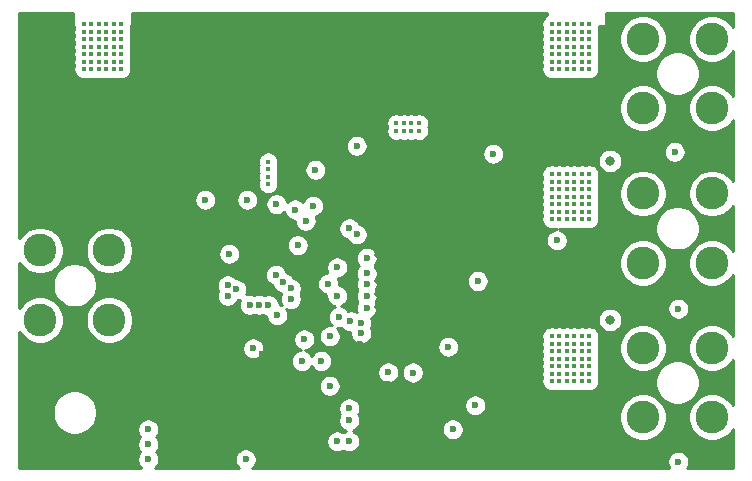
<source format=gbr>
G04 #@! TF.GenerationSoftware,KiCad,Pcbnew,(5.1.5)-3*
G04 #@! TF.CreationDate,2020-12-16T15:48:43+01:00*
G04 #@! TF.ProjectId,esc,6573632e-6b69-4636-9164-5f7063625858,rev?*
G04 #@! TF.SameCoordinates,Original*
G04 #@! TF.FileFunction,Copper,L2,Inr*
G04 #@! TF.FilePolarity,Positive*
%FSLAX46Y46*%
G04 Gerber Fmt 4.6, Leading zero omitted, Abs format (unit mm)*
G04 Created by KiCad (PCBNEW (5.1.5)-3) date 2020-12-16 15:48:43*
%MOMM*%
%LPD*%
G04 APERTURE LIST*
%ADD10C,0.499999*%
%ADD11C,2.775000*%
%ADD12C,0.600000*%
%ADD13C,0.450000*%
%ADD14C,0.800000*%
%ADD15C,0.254000*%
G04 APERTURE END LIST*
D10*
X142452999Y-98891999D03*
X143553000Y-98891999D03*
X144653000Y-98891999D03*
X145753000Y-98891999D03*
X146853001Y-98891999D03*
X142452999Y-99992000D03*
X143553000Y-99992000D03*
X144653000Y-99992000D03*
X145753000Y-99992000D03*
X146853001Y-99992000D03*
X142452999Y-101092000D03*
X143553000Y-101092000D03*
X144653000Y-101092000D03*
X145753000Y-101092000D03*
X146853001Y-101092000D03*
X142452999Y-102192000D03*
X143553000Y-102192000D03*
X144653000Y-102192000D03*
X145753000Y-102192000D03*
X146853001Y-102192000D03*
X142452999Y-103292001D03*
X143553000Y-103292001D03*
X144653000Y-103292001D03*
X145753000Y-103292001D03*
X146853001Y-103292001D03*
D11*
X164945000Y-86487000D03*
X164945000Y-80617000D03*
X170815000Y-80617000D03*
X170815000Y-86487000D03*
X113919000Y-98524000D03*
X119789000Y-98524000D03*
X119789000Y-104394000D03*
X113919000Y-104394000D03*
X164945000Y-99568000D03*
X164945000Y-93698000D03*
X170815000Y-93698000D03*
X170815000Y-99568000D03*
X113919000Y-109319000D03*
X119789000Y-109319000D03*
X119789000Y-115189000D03*
X113919000Y-115189000D03*
X164945000Y-112649000D03*
X164945000Y-106779000D03*
X170815000Y-106779000D03*
X170815000Y-112649000D03*
D12*
X140970000Y-106426000D03*
D13*
X152019000Y-95885000D03*
D12*
X161163000Y-97663000D03*
D13*
X152654000Y-95885000D03*
X153289000Y-95885000D03*
X153924000Y-95885000D03*
X154559000Y-95885000D03*
X155194000Y-95885000D03*
X155194000Y-95250000D03*
X153289000Y-95250000D03*
X153924000Y-95250000D03*
X152019000Y-95250000D03*
X152654000Y-95250000D03*
X154559000Y-95250000D03*
X153289000Y-93980000D03*
X154559000Y-93980000D03*
X155194000Y-94615000D03*
X153289000Y-94615000D03*
X152019000Y-93980000D03*
X153924000Y-93980000D03*
X152654000Y-93980000D03*
X155194000Y-93980000D03*
X153924000Y-94615000D03*
X152019000Y-94615000D03*
X152654000Y-94615000D03*
X154559000Y-94615000D03*
X152654000Y-92075000D03*
X155194000Y-92075000D03*
X154559000Y-92075000D03*
X152019000Y-92710000D03*
X152654000Y-92710000D03*
X153289000Y-93345000D03*
X152019000Y-92075000D03*
X154559000Y-93345000D03*
X153924000Y-92710000D03*
X153289000Y-92075000D03*
X154559000Y-92710000D03*
X152019000Y-93345000D03*
X153924000Y-93345000D03*
X152654000Y-93345000D03*
X155194000Y-92710000D03*
X153924000Y-92075000D03*
X155194000Y-93345000D03*
X153289000Y-92710000D03*
X152654000Y-81280000D03*
X155194000Y-81280000D03*
X154559000Y-81280000D03*
X152019000Y-81915000D03*
X152654000Y-81915000D03*
X153289000Y-82550000D03*
X152019000Y-81280000D03*
X154559000Y-82550000D03*
X153924000Y-81915000D03*
X153289000Y-81280000D03*
X155194000Y-83185000D03*
X154559000Y-81915000D03*
X153289000Y-83185000D03*
X152019000Y-82550000D03*
X153924000Y-82550000D03*
X152654000Y-82550000D03*
X155194000Y-81915000D03*
X153924000Y-81280000D03*
X155194000Y-82550000D03*
X153289000Y-81915000D03*
X153924000Y-83185000D03*
X152019000Y-83185000D03*
X152654000Y-83185000D03*
X154559000Y-83185000D03*
X154559000Y-79375000D03*
X154559000Y-80645000D03*
X152019000Y-80010000D03*
X155194000Y-79375000D03*
X152019000Y-80645000D03*
X152019000Y-79375000D03*
X154559000Y-80010000D03*
X153924000Y-80645000D03*
X153924000Y-79375000D03*
X153289000Y-80010000D03*
X152654000Y-79375000D03*
X153289000Y-79375000D03*
X152654000Y-80010000D03*
X153289000Y-80645000D03*
X153924000Y-80010000D03*
X155194000Y-80010000D03*
X155194000Y-80645000D03*
X152654000Y-80645000D03*
X152654000Y-105791000D03*
X153924000Y-108966000D03*
X152654000Y-107696000D03*
X154559000Y-108966000D03*
X153289000Y-108966000D03*
X155194000Y-109601000D03*
X154559000Y-109601000D03*
X153924000Y-105791000D03*
X153289000Y-105791000D03*
X152019000Y-107061000D03*
X154559000Y-106426000D03*
X153289000Y-106426000D03*
X155194000Y-106426000D03*
X152019000Y-105791000D03*
X152654000Y-109601000D03*
X155194000Y-105791000D03*
X154559000Y-105791000D03*
X152019000Y-108331000D03*
X153289000Y-109601000D03*
X152019000Y-109601000D03*
X153924000Y-107061000D03*
X155194000Y-107696000D03*
X153289000Y-108331000D03*
X153289000Y-107061000D03*
X152654000Y-107061000D03*
X155194000Y-108331000D03*
X153924000Y-107696000D03*
X152019000Y-106426000D03*
X152654000Y-108966000D03*
X153924000Y-109601000D03*
X152654000Y-106426000D03*
X154559000Y-107696000D03*
X153924000Y-106426000D03*
X155194000Y-107061000D03*
X153924000Y-108331000D03*
X152019000Y-108966000D03*
X155194000Y-108966000D03*
X154559000Y-107061000D03*
X152654000Y-108331000D03*
X152019000Y-107696000D03*
X153289000Y-107696000D03*
X154559000Y-108331000D03*
X113411000Y-79375000D03*
X114681000Y-82550000D03*
X113411000Y-81280000D03*
X115316000Y-82550000D03*
X114046000Y-82550000D03*
X115951000Y-83185000D03*
X115316000Y-83185000D03*
X114681000Y-79375000D03*
X114046000Y-79375000D03*
X115316000Y-80010000D03*
X114046000Y-80010000D03*
X115951000Y-80010000D03*
X113411000Y-83185000D03*
X115951000Y-79375000D03*
X115316000Y-79375000D03*
X114046000Y-83185000D03*
X114681000Y-80645000D03*
X115951000Y-81280000D03*
X114046000Y-81915000D03*
X114046000Y-80645000D03*
X113411000Y-80645000D03*
X115951000Y-81915000D03*
X114681000Y-81280000D03*
X113411000Y-82550000D03*
X114681000Y-83185000D03*
X113411000Y-80010000D03*
X115316000Y-81280000D03*
X114681000Y-80010000D03*
X115951000Y-80645000D03*
X114681000Y-81915000D03*
X115951000Y-82550000D03*
X115316000Y-80645000D03*
X113411000Y-81915000D03*
X114046000Y-81280000D03*
X115316000Y-81915000D03*
X114046000Y-90424000D03*
X115951000Y-90424000D03*
X113411000Y-92329000D03*
X114681000Y-92964000D03*
X113411000Y-91694000D03*
X113411000Y-92964000D03*
X114046000Y-91694000D03*
X114681000Y-89789000D03*
X113411000Y-91059000D03*
X115316000Y-90424000D03*
X114046000Y-91059000D03*
X114681000Y-90424000D03*
X113411000Y-90424000D03*
X113411000Y-89789000D03*
X115316000Y-89789000D03*
X115951000Y-92329000D03*
X115316000Y-91059000D03*
X115316000Y-92964000D03*
X115316000Y-92329000D03*
X114681000Y-92329000D03*
X115951000Y-89154000D03*
X114046000Y-92329000D03*
X115951000Y-91059000D03*
X115951000Y-92964000D03*
X114046000Y-89789000D03*
X114681000Y-91059000D03*
X115951000Y-89789000D03*
X115951000Y-91694000D03*
X114681000Y-91694000D03*
X115316000Y-91694000D03*
X114046000Y-92964000D03*
X114681000Y-89154000D03*
X113411000Y-89154000D03*
X114046000Y-89154000D03*
X115316000Y-89154000D03*
X112776000Y-80010000D03*
X112776000Y-79375000D03*
X112776000Y-80645000D03*
X112776000Y-82550000D03*
X112776000Y-81915000D03*
X112776000Y-81280000D03*
X112776000Y-83185000D03*
X112776000Y-92329000D03*
X112776000Y-91694000D03*
X112776000Y-91059000D03*
X112776000Y-92964000D03*
X112776000Y-89789000D03*
X112776000Y-90424000D03*
X112776000Y-89154000D03*
D12*
X124841000Y-97599500D03*
X147447000Y-109855000D03*
X147447000Y-108839000D03*
X143383000Y-109855000D03*
X146812000Y-92329000D03*
X143891000Y-90678000D03*
X140462000Y-78867000D03*
X126111000Y-79375000D03*
X124714000Y-89916000D03*
X131318000Y-114300000D03*
X124588030Y-103505000D03*
X124588020Y-105846587D03*
X137160000Y-93217994D03*
X136939161Y-97360031D03*
X133985000Y-112522000D03*
X137414000Y-112522000D03*
X137315052Y-110004950D03*
X132715000Y-107315000D03*
X129413000Y-94234000D03*
X166370000Y-103441500D03*
X166116000Y-90170008D03*
X166433500Y-116395500D03*
D13*
X133223000Y-92900500D03*
X133223000Y-92265500D03*
X133223000Y-90995500D03*
X133223000Y-91630500D03*
D12*
X131318008Y-116205000D03*
X127889000Y-94234000D03*
X137033000Y-94742000D03*
X136271000Y-106045000D03*
X139065000Y-114681000D03*
X138430000Y-109982000D03*
D13*
X117602000Y-80645000D03*
X117602000Y-82550000D03*
X117602000Y-79375000D03*
X117602000Y-81280000D03*
X117602000Y-83185000D03*
X117602000Y-80010000D03*
X117602000Y-81915000D03*
X118237000Y-83185000D03*
X118237000Y-81915000D03*
X118237000Y-79375000D03*
X118237000Y-80010000D03*
X118237000Y-82550000D03*
X118237000Y-81280000D03*
X118237000Y-80645000D03*
X119507000Y-83185000D03*
X119507000Y-81915000D03*
X119507000Y-79375000D03*
X119507000Y-80010000D03*
X119507000Y-82550000D03*
X119507000Y-81280000D03*
X119507000Y-80645000D03*
X118872000Y-80645000D03*
X118872000Y-82550000D03*
X118872000Y-79375000D03*
X118872000Y-81280000D03*
X118872000Y-83185000D03*
X118872000Y-80010000D03*
X118872000Y-81915000D03*
X120142000Y-83185000D03*
X120142000Y-79375000D03*
X120142000Y-82550000D03*
X120142000Y-80645000D03*
X120142000Y-81280000D03*
X120142000Y-80010000D03*
X120142000Y-81915000D03*
X120777000Y-79375000D03*
X120777000Y-80645000D03*
X120777000Y-82550000D03*
X120777000Y-83185000D03*
X120777000Y-80010000D03*
X120777000Y-81280000D03*
X120777000Y-81915000D03*
X158496000Y-79375000D03*
X159131000Y-81915000D03*
X158496000Y-80645000D03*
X159131000Y-81280000D03*
X159131000Y-80010000D03*
X159131000Y-80645000D03*
X159131000Y-82550000D03*
X158496000Y-82550000D03*
X159131000Y-79375000D03*
X159131000Y-83185000D03*
X157226000Y-83185000D03*
X157226000Y-81915000D03*
X157226000Y-79375000D03*
X157226000Y-80010000D03*
X157226000Y-82550000D03*
X157226000Y-81280000D03*
X157226000Y-80645000D03*
X159766000Y-81915000D03*
X158496000Y-83185000D03*
X159766000Y-81280000D03*
X158496000Y-80010000D03*
X159766000Y-80645000D03*
X159766000Y-79375000D03*
X158496000Y-81280000D03*
X158496000Y-81915000D03*
X159766000Y-82550000D03*
X159766000Y-83185000D03*
X159766000Y-80010000D03*
X160401000Y-80010000D03*
X160401000Y-81280000D03*
X160401000Y-81915000D03*
X160401000Y-82550000D03*
X160401000Y-80645000D03*
X160401000Y-83185000D03*
X160401000Y-79375000D03*
X157861000Y-83185000D03*
X157861000Y-79375000D03*
X157861000Y-82550000D03*
X157861000Y-80645000D03*
X157861000Y-81280000D03*
X157861000Y-80010000D03*
X157861000Y-81915000D03*
X158496000Y-92710000D03*
X159766000Y-93980000D03*
X159766000Y-93345000D03*
X159131000Y-94615000D03*
X158496000Y-93345000D03*
X159131000Y-92710000D03*
X159131000Y-93345000D03*
X157226000Y-95885000D03*
X157226000Y-92710000D03*
X158496000Y-95250000D03*
X157226000Y-92075000D03*
X159131000Y-92075000D03*
X157226000Y-95250000D03*
X157226000Y-93980000D03*
X157226000Y-93345000D03*
X159131000Y-95250000D03*
X159131000Y-93980000D03*
X157226000Y-94615000D03*
X159766000Y-94615000D03*
X158496000Y-95885000D03*
X158496000Y-92075000D03*
X159131000Y-95885000D03*
X160401000Y-95250000D03*
X157861000Y-93980000D03*
X157861000Y-92710000D03*
X160401000Y-92710000D03*
X160401000Y-94615000D03*
X160401000Y-93345000D03*
X159766000Y-92710000D03*
X159766000Y-92075000D03*
X160401000Y-92075000D03*
X157861000Y-93345000D03*
X160401000Y-93980000D03*
X157861000Y-92075000D03*
X157861000Y-95250000D03*
X159766000Y-95885000D03*
X157861000Y-94615000D03*
X157861000Y-95885000D03*
X158496000Y-93980000D03*
X158496000Y-94615000D03*
X160401000Y-95885000D03*
X159766000Y-95250000D03*
X160401000Y-106426000D03*
X160401000Y-107696000D03*
X159131000Y-107061000D03*
X157861000Y-108331000D03*
X157861000Y-108966000D03*
X157226000Y-106426000D03*
X158496000Y-108966000D03*
X160401000Y-109601000D03*
X160401000Y-108331000D03*
X158496000Y-107696000D03*
X157226000Y-105791000D03*
X159766000Y-109601000D03*
X158496000Y-107061000D03*
X160401000Y-105791000D03*
X160401000Y-107061000D03*
X157861000Y-107061000D03*
X158496000Y-109601000D03*
X157226000Y-107061000D03*
X157861000Y-106426000D03*
X159131000Y-105791000D03*
X157861000Y-107696000D03*
X159131000Y-108331000D03*
X159766000Y-105791000D03*
X157861000Y-105791000D03*
X157861000Y-109601000D03*
X157226000Y-109601000D03*
X157226000Y-107696000D03*
X159131000Y-108966000D03*
X158496000Y-106426000D03*
X160401000Y-108966000D03*
X159766000Y-108966000D03*
X159766000Y-108331000D03*
X159131000Y-109601000D03*
X159766000Y-106426000D03*
X159131000Y-107696000D03*
X159766000Y-107696000D03*
X158496000Y-105791000D03*
X157226000Y-108331000D03*
X157226000Y-108966000D03*
X159766000Y-107061000D03*
X159131000Y-106426000D03*
X158496000Y-108331000D03*
X145351500Y-88392000D03*
X144716500Y-88392000D03*
X144081500Y-88392000D03*
X145986500Y-88392000D03*
X144081500Y-87757000D03*
X145986500Y-87757000D03*
X144716500Y-87757000D03*
X145351500Y-87757000D03*
D12*
X152273000Y-90333990D03*
X148463000Y-106680000D03*
X150956929Y-101103191D03*
X145468426Y-108855968D03*
D14*
X162179000Y-104394000D03*
X162179000Y-90931990D03*
D12*
X150749000Y-111633000D03*
X143383000Y-108839000D03*
X138430000Y-105791000D03*
X141097000Y-104648002D03*
X140081000Y-112903000D03*
X140081000Y-114681000D03*
X140081000Y-111887000D03*
X129794000Y-101473000D03*
X141097000Y-105537000D03*
X130518058Y-101816058D03*
X140180873Y-104516479D03*
X133985000Y-104013006D03*
X141567998Y-103378000D03*
X135148023Y-101738718D03*
X139192000Y-104140002D03*
X134493000Y-101219000D03*
X139065012Y-102362000D03*
X133878409Y-100584000D03*
X141567998Y-101346000D03*
X133253409Y-103155456D03*
X141567998Y-100457000D03*
X132454271Y-103118076D03*
X139065000Y-99949000D03*
X138302450Y-101345450D03*
X131654291Y-103125139D03*
X141567998Y-99163388D03*
X140096017Y-96649405D03*
X135728553Y-98078441D03*
X140715998Y-97155000D03*
X129921000Y-98806000D03*
X141567998Y-102362000D03*
X135146320Y-102624320D03*
X123063000Y-114935000D03*
X135509797Y-95055021D03*
X123063000Y-116205000D03*
X136398000Y-96012000D03*
X167640000Y-90170000D03*
X129793998Y-102362000D03*
X131952982Y-106807000D03*
X167957500Y-103441502D03*
X148844000Y-113665000D03*
X167957500Y-116395500D03*
X136080500Y-107886500D03*
X157670498Y-97663000D03*
X140716000Y-89662000D03*
X137731500Y-107886500D03*
X131445000Y-94234000D03*
X137223500Y-91694004D03*
X123063000Y-113665000D03*
X133915211Y-94605010D03*
D15*
G36*
X116713000Y-79375000D02*
G01*
X116715440Y-79399776D01*
X116722667Y-79423601D01*
X116734403Y-79445557D01*
X116742000Y-79454814D01*
X116742000Y-79459703D01*
X116775049Y-79625853D01*
X116802655Y-79692500D01*
X116775049Y-79759147D01*
X116742000Y-79925297D01*
X116742000Y-80094703D01*
X116775049Y-80260853D01*
X116802655Y-80327500D01*
X116775049Y-80394147D01*
X116742000Y-80560297D01*
X116742000Y-80729703D01*
X116775049Y-80895853D01*
X116802655Y-80962500D01*
X116775049Y-81029147D01*
X116742000Y-81195297D01*
X116742000Y-81364703D01*
X116775049Y-81530853D01*
X116802655Y-81597500D01*
X116775049Y-81664147D01*
X116742000Y-81830297D01*
X116742000Y-81999703D01*
X116775049Y-82165853D01*
X116802655Y-82232500D01*
X116775049Y-82299147D01*
X116742000Y-82465297D01*
X116742000Y-82634703D01*
X116775049Y-82800853D01*
X116802655Y-82867500D01*
X116775049Y-82934147D01*
X116742000Y-83100297D01*
X116742000Y-83269703D01*
X116775049Y-83435853D01*
X116839878Y-83592363D01*
X116933995Y-83733218D01*
X117053782Y-83853005D01*
X117194637Y-83947122D01*
X117351147Y-84011951D01*
X117517297Y-84045000D01*
X117686703Y-84045000D01*
X117852853Y-84011951D01*
X117919500Y-83984345D01*
X117986147Y-84011951D01*
X118152297Y-84045000D01*
X118321703Y-84045000D01*
X118487853Y-84011951D01*
X118554500Y-83984345D01*
X118621147Y-84011951D01*
X118787297Y-84045000D01*
X118956703Y-84045000D01*
X119122853Y-84011951D01*
X119189500Y-83984345D01*
X119256147Y-84011951D01*
X119422297Y-84045000D01*
X119591703Y-84045000D01*
X119757853Y-84011951D01*
X119824500Y-83984345D01*
X119891147Y-84011951D01*
X120057297Y-84045000D01*
X120226703Y-84045000D01*
X120392853Y-84011951D01*
X120459500Y-83984345D01*
X120526147Y-84011951D01*
X120692297Y-84045000D01*
X120861703Y-84045000D01*
X121027853Y-84011951D01*
X121184363Y-83947122D01*
X121325218Y-83853005D01*
X121445005Y-83733218D01*
X121539122Y-83592363D01*
X121603951Y-83435853D01*
X121637000Y-83269703D01*
X121637000Y-83100297D01*
X121603951Y-82934147D01*
X121576345Y-82867500D01*
X121603951Y-82800853D01*
X121637000Y-82634703D01*
X121637000Y-82465297D01*
X121603951Y-82299147D01*
X121576345Y-82232500D01*
X121603951Y-82165853D01*
X121637000Y-81999703D01*
X121637000Y-81830297D01*
X121603951Y-81664147D01*
X121576345Y-81597500D01*
X121603951Y-81530853D01*
X121637000Y-81364703D01*
X121637000Y-81195297D01*
X121603951Y-81029147D01*
X121576345Y-80962500D01*
X121603951Y-80895853D01*
X121637000Y-80729703D01*
X121637000Y-80560297D01*
X121603951Y-80394147D01*
X121576345Y-80327500D01*
X121603951Y-80260853D01*
X121637000Y-80094703D01*
X121637000Y-79925297D01*
X121603951Y-79759147D01*
X121576345Y-79692500D01*
X121603951Y-79625853D01*
X121637000Y-79459703D01*
X121637000Y-79454814D01*
X121644597Y-79445557D01*
X121656333Y-79423601D01*
X121663560Y-79399776D01*
X121666000Y-79375000D01*
X121666000Y-78384000D01*
X156845000Y-78384000D01*
X156845000Y-78601958D01*
X156818637Y-78612878D01*
X156677782Y-78706995D01*
X156557995Y-78826782D01*
X156463878Y-78967637D01*
X156399049Y-79124147D01*
X156366000Y-79290297D01*
X156366000Y-79459703D01*
X156399049Y-79625853D01*
X156426655Y-79692500D01*
X156399049Y-79759147D01*
X156366000Y-79925297D01*
X156366000Y-80094703D01*
X156399049Y-80260853D01*
X156426655Y-80327500D01*
X156399049Y-80394147D01*
X156366000Y-80560297D01*
X156366000Y-80729703D01*
X156399049Y-80895853D01*
X156426655Y-80962500D01*
X156399049Y-81029147D01*
X156366000Y-81195297D01*
X156366000Y-81364703D01*
X156399049Y-81530853D01*
X156426655Y-81597500D01*
X156399049Y-81664147D01*
X156366000Y-81830297D01*
X156366000Y-81999703D01*
X156399049Y-82165853D01*
X156426655Y-82232500D01*
X156399049Y-82299147D01*
X156366000Y-82465297D01*
X156366000Y-82634703D01*
X156399049Y-82800853D01*
X156426655Y-82867500D01*
X156399049Y-82934147D01*
X156366000Y-83100297D01*
X156366000Y-83269703D01*
X156399049Y-83435853D01*
X156463878Y-83592363D01*
X156557995Y-83733218D01*
X156677782Y-83853005D01*
X156818637Y-83947122D01*
X156975147Y-84011951D01*
X157141297Y-84045000D01*
X157310703Y-84045000D01*
X157476853Y-84011951D01*
X157543500Y-83984345D01*
X157610147Y-84011951D01*
X157776297Y-84045000D01*
X157945703Y-84045000D01*
X158111853Y-84011951D01*
X158178500Y-83984345D01*
X158245147Y-84011951D01*
X158411297Y-84045000D01*
X158580703Y-84045000D01*
X158746853Y-84011951D01*
X158813500Y-83984345D01*
X158880147Y-84011951D01*
X159046297Y-84045000D01*
X159215703Y-84045000D01*
X159381853Y-84011951D01*
X159448500Y-83984345D01*
X159515147Y-84011951D01*
X159681297Y-84045000D01*
X159850703Y-84045000D01*
X160016853Y-84011951D01*
X160083500Y-83984345D01*
X160150147Y-84011951D01*
X160316297Y-84045000D01*
X160485703Y-84045000D01*
X160651853Y-84011951D01*
X160808363Y-83947122D01*
X160949218Y-83853005D01*
X161069005Y-83733218D01*
X161163122Y-83592363D01*
X161227951Y-83435853D01*
X161241777Y-83366344D01*
X165995000Y-83366344D01*
X165995000Y-83737656D01*
X166067439Y-84101834D01*
X166209534Y-84444882D01*
X166415825Y-84753618D01*
X166678382Y-85016175D01*
X166987118Y-85222466D01*
X167330166Y-85364561D01*
X167694344Y-85437000D01*
X168065656Y-85437000D01*
X168429834Y-85364561D01*
X168772882Y-85222466D01*
X169081618Y-85016175D01*
X169344175Y-84753618D01*
X169550466Y-84444882D01*
X169692561Y-84101834D01*
X169765000Y-83737656D01*
X169765000Y-83366344D01*
X169692561Y-83002166D01*
X169550466Y-82659118D01*
X169344175Y-82350382D01*
X169081618Y-82087825D01*
X168772882Y-81881534D01*
X168429834Y-81739439D01*
X168065656Y-81667000D01*
X167694344Y-81667000D01*
X167330166Y-81739439D01*
X166987118Y-81881534D01*
X166678382Y-82087825D01*
X166415825Y-82350382D01*
X166209534Y-82659118D01*
X166067439Y-83002166D01*
X165995000Y-83366344D01*
X161241777Y-83366344D01*
X161261000Y-83269703D01*
X161261000Y-83100297D01*
X161227951Y-82934147D01*
X161200345Y-82867500D01*
X161227951Y-82800853D01*
X161261000Y-82634703D01*
X161261000Y-82465297D01*
X161227951Y-82299147D01*
X161200345Y-82232500D01*
X161227951Y-82165853D01*
X161261000Y-81999703D01*
X161261000Y-81830297D01*
X161227951Y-81664147D01*
X161200345Y-81597500D01*
X161227951Y-81530853D01*
X161261000Y-81364703D01*
X161261000Y-81195297D01*
X161227951Y-81029147D01*
X161200345Y-80962500D01*
X161227951Y-80895853D01*
X161261000Y-80729703D01*
X161261000Y-80560297D01*
X161232657Y-80417801D01*
X162922500Y-80417801D01*
X162922500Y-80816199D01*
X163000224Y-81206941D01*
X163152684Y-81575013D01*
X163374022Y-81906269D01*
X163655731Y-82187978D01*
X163986987Y-82409316D01*
X164355059Y-82561776D01*
X164745801Y-82639500D01*
X165144199Y-82639500D01*
X165534941Y-82561776D01*
X165903013Y-82409316D01*
X166234269Y-82187978D01*
X166515978Y-81906269D01*
X166737316Y-81575013D01*
X166889776Y-81206941D01*
X166967500Y-80816199D01*
X166967500Y-80417801D01*
X166889776Y-80027059D01*
X166737316Y-79658987D01*
X166515978Y-79327731D01*
X166234269Y-79046022D01*
X165903013Y-78824684D01*
X165534941Y-78672224D01*
X165144199Y-78594500D01*
X164745801Y-78594500D01*
X164355059Y-78672224D01*
X163986987Y-78824684D01*
X163655731Y-79046022D01*
X163374022Y-79327731D01*
X163152684Y-79658987D01*
X163000224Y-80027059D01*
X162922500Y-80417801D01*
X161232657Y-80417801D01*
X161227951Y-80394147D01*
X161200345Y-80327500D01*
X161227951Y-80260853D01*
X161261000Y-80094703D01*
X161261000Y-79925297D01*
X161227951Y-79759147D01*
X161200345Y-79692500D01*
X161227951Y-79625853D01*
X161252587Y-79502000D01*
X161671000Y-79502000D01*
X161695776Y-79499560D01*
X161719601Y-79492333D01*
X161741557Y-79480597D01*
X161760803Y-79464803D01*
X161776597Y-79445557D01*
X161788333Y-79423601D01*
X161795560Y-79399776D01*
X161798000Y-79375000D01*
X161798000Y-78384000D01*
X172568001Y-78384000D01*
X172568001Y-79600148D01*
X172385978Y-79327731D01*
X172104269Y-79046022D01*
X171773013Y-78824684D01*
X171404941Y-78672224D01*
X171014199Y-78594500D01*
X170615801Y-78594500D01*
X170225059Y-78672224D01*
X169856987Y-78824684D01*
X169525731Y-79046022D01*
X169244022Y-79327731D01*
X169022684Y-79658987D01*
X168870224Y-80027059D01*
X168792500Y-80417801D01*
X168792500Y-80816199D01*
X168870224Y-81206941D01*
X169022684Y-81575013D01*
X169244022Y-81906269D01*
X169525731Y-82187978D01*
X169856987Y-82409316D01*
X170225059Y-82561776D01*
X170615801Y-82639500D01*
X171014199Y-82639500D01*
X171404941Y-82561776D01*
X171773013Y-82409316D01*
X172104269Y-82187978D01*
X172385978Y-81906269D01*
X172568001Y-81633852D01*
X172568001Y-85470148D01*
X172385978Y-85197731D01*
X172104269Y-84916022D01*
X171773013Y-84694684D01*
X171404941Y-84542224D01*
X171014199Y-84464500D01*
X170615801Y-84464500D01*
X170225059Y-84542224D01*
X169856987Y-84694684D01*
X169525731Y-84916022D01*
X169244022Y-85197731D01*
X169022684Y-85528987D01*
X168870224Y-85897059D01*
X168792500Y-86287801D01*
X168792500Y-86686199D01*
X168870224Y-87076941D01*
X169022684Y-87445013D01*
X169244022Y-87776269D01*
X169525731Y-88057978D01*
X169856987Y-88279316D01*
X170225059Y-88431776D01*
X170615801Y-88509500D01*
X171014199Y-88509500D01*
X171404941Y-88431776D01*
X171773013Y-88279316D01*
X172104269Y-88057978D01*
X172385978Y-87776269D01*
X172568001Y-87503852D01*
X172568001Y-92681147D01*
X172385978Y-92408731D01*
X172104269Y-92127022D01*
X171773013Y-91905684D01*
X171404941Y-91753224D01*
X171014199Y-91675500D01*
X170615801Y-91675500D01*
X170225059Y-91753224D01*
X169856987Y-91905684D01*
X169525731Y-92127022D01*
X169244022Y-92408731D01*
X169022684Y-92739987D01*
X168870224Y-93108059D01*
X168792500Y-93498801D01*
X168792500Y-93897199D01*
X168870224Y-94287941D01*
X169022684Y-94656013D01*
X169244022Y-94987269D01*
X169525731Y-95268978D01*
X169856987Y-95490316D01*
X170225059Y-95642776D01*
X170615801Y-95720500D01*
X171014199Y-95720500D01*
X171404941Y-95642776D01*
X171773013Y-95490316D01*
X172104269Y-95268978D01*
X172385978Y-94987269D01*
X172568001Y-94714853D01*
X172568000Y-98551147D01*
X172385978Y-98278731D01*
X172104269Y-97997022D01*
X171773013Y-97775684D01*
X171404941Y-97623224D01*
X171014199Y-97545500D01*
X170615801Y-97545500D01*
X170225059Y-97623224D01*
X169856987Y-97775684D01*
X169525731Y-97997022D01*
X169244022Y-98278731D01*
X169022684Y-98609987D01*
X168870224Y-98978059D01*
X168792500Y-99368801D01*
X168792500Y-99767199D01*
X168870224Y-100157941D01*
X169022684Y-100526013D01*
X169244022Y-100857269D01*
X169525731Y-101138978D01*
X169856987Y-101360316D01*
X170225059Y-101512776D01*
X170615801Y-101590500D01*
X171014199Y-101590500D01*
X171404941Y-101512776D01*
X171773013Y-101360316D01*
X172104269Y-101138978D01*
X172385978Y-100857269D01*
X172568000Y-100584853D01*
X172568000Y-105762147D01*
X172385978Y-105489731D01*
X172104269Y-105208022D01*
X171773013Y-104986684D01*
X171404941Y-104834224D01*
X171014199Y-104756500D01*
X170615801Y-104756500D01*
X170225059Y-104834224D01*
X169856987Y-104986684D01*
X169525731Y-105208022D01*
X169244022Y-105489731D01*
X169022684Y-105820987D01*
X168870224Y-106189059D01*
X168792500Y-106579801D01*
X168792500Y-106978199D01*
X168870224Y-107368941D01*
X169022684Y-107737013D01*
X169244022Y-108068269D01*
X169525731Y-108349978D01*
X169856987Y-108571316D01*
X170225059Y-108723776D01*
X170615801Y-108801500D01*
X171014199Y-108801500D01*
X171404941Y-108723776D01*
X171773013Y-108571316D01*
X172104269Y-108349978D01*
X172385978Y-108068269D01*
X172568000Y-107795853D01*
X172568000Y-111632147D01*
X172385978Y-111359731D01*
X172104269Y-111078022D01*
X171773013Y-110856684D01*
X171404941Y-110704224D01*
X171014199Y-110626500D01*
X170615801Y-110626500D01*
X170225059Y-110704224D01*
X169856987Y-110856684D01*
X169525731Y-111078022D01*
X169244022Y-111359731D01*
X169022684Y-111690987D01*
X168870224Y-112059059D01*
X168792500Y-112449801D01*
X168792500Y-112848199D01*
X168870224Y-113238941D01*
X169022684Y-113607013D01*
X169244022Y-113938269D01*
X169525731Y-114219978D01*
X169856987Y-114441316D01*
X170225059Y-114593776D01*
X170615801Y-114671500D01*
X171014199Y-114671500D01*
X171404941Y-114593776D01*
X171773013Y-114441316D01*
X172104269Y-114219978D01*
X172385978Y-113938269D01*
X172568000Y-113665853D01*
X172568000Y-116942000D01*
X168716855Y-116942000D01*
X168786086Y-116838389D01*
X168856568Y-116668229D01*
X168892500Y-116487589D01*
X168892500Y-116303411D01*
X168856568Y-116122771D01*
X168786086Y-115952611D01*
X168683762Y-115799472D01*
X168553528Y-115669238D01*
X168400389Y-115566914D01*
X168230229Y-115496432D01*
X168049589Y-115460500D01*
X167865411Y-115460500D01*
X167684771Y-115496432D01*
X167514611Y-115566914D01*
X167361472Y-115669238D01*
X167231238Y-115799472D01*
X167128914Y-115952611D01*
X167058432Y-116122771D01*
X167022500Y-116303411D01*
X167022500Y-116487589D01*
X167058432Y-116668229D01*
X167128914Y-116838389D01*
X167198145Y-116942000D01*
X131897965Y-116942000D01*
X131914036Y-116931262D01*
X132044270Y-116801028D01*
X132146594Y-116647889D01*
X132217076Y-116477729D01*
X132253008Y-116297089D01*
X132253008Y-116112911D01*
X132217076Y-115932271D01*
X132146594Y-115762111D01*
X132044270Y-115608972D01*
X131914036Y-115478738D01*
X131760897Y-115376414D01*
X131590737Y-115305932D01*
X131410097Y-115270000D01*
X131225919Y-115270000D01*
X131045279Y-115305932D01*
X130875119Y-115376414D01*
X130721980Y-115478738D01*
X130591746Y-115608972D01*
X130489422Y-115762111D01*
X130418940Y-115932271D01*
X130383008Y-116112911D01*
X130383008Y-116297089D01*
X130418940Y-116477729D01*
X130489422Y-116647889D01*
X130591746Y-116801028D01*
X130721980Y-116931262D01*
X130738051Y-116942000D01*
X123642957Y-116942000D01*
X123659028Y-116931262D01*
X123789262Y-116801028D01*
X123891586Y-116647889D01*
X123962068Y-116477729D01*
X123998000Y-116297089D01*
X123998000Y-116112911D01*
X123962068Y-115932271D01*
X123891586Y-115762111D01*
X123789262Y-115608972D01*
X123750290Y-115570000D01*
X123789262Y-115531028D01*
X123891586Y-115377889D01*
X123962068Y-115207729D01*
X123998000Y-115027089D01*
X123998000Y-114842911D01*
X123962068Y-114662271D01*
X123931682Y-114588911D01*
X138130000Y-114588911D01*
X138130000Y-114773089D01*
X138165932Y-114953729D01*
X138236414Y-115123889D01*
X138338738Y-115277028D01*
X138468972Y-115407262D01*
X138622111Y-115509586D01*
X138792271Y-115580068D01*
X138972911Y-115616000D01*
X139157089Y-115616000D01*
X139337729Y-115580068D01*
X139507889Y-115509586D01*
X139573000Y-115466080D01*
X139638111Y-115509586D01*
X139808271Y-115580068D01*
X139988911Y-115616000D01*
X140173089Y-115616000D01*
X140353729Y-115580068D01*
X140523889Y-115509586D01*
X140677028Y-115407262D01*
X140807262Y-115277028D01*
X140909586Y-115123889D01*
X140980068Y-114953729D01*
X141016000Y-114773089D01*
X141016000Y-114588911D01*
X140980068Y-114408271D01*
X140909586Y-114238111D01*
X140807262Y-114084972D01*
X140677028Y-113954738D01*
X140523889Y-113852414D01*
X140378036Y-113792000D01*
X140523889Y-113731586D01*
X140677028Y-113629262D01*
X140733379Y-113572911D01*
X147909000Y-113572911D01*
X147909000Y-113757089D01*
X147944932Y-113937729D01*
X148015414Y-114107889D01*
X148117738Y-114261028D01*
X148247972Y-114391262D01*
X148401111Y-114493586D01*
X148571271Y-114564068D01*
X148751911Y-114600000D01*
X148936089Y-114600000D01*
X149116729Y-114564068D01*
X149286889Y-114493586D01*
X149440028Y-114391262D01*
X149570262Y-114261028D01*
X149672586Y-114107889D01*
X149743068Y-113937729D01*
X149779000Y-113757089D01*
X149779000Y-113572911D01*
X149743068Y-113392271D01*
X149672586Y-113222111D01*
X149570262Y-113068972D01*
X149440028Y-112938738D01*
X149286889Y-112836414D01*
X149116729Y-112765932D01*
X148936089Y-112730000D01*
X148751911Y-112730000D01*
X148571271Y-112765932D01*
X148401111Y-112836414D01*
X148247972Y-112938738D01*
X148117738Y-113068972D01*
X148015414Y-113222111D01*
X147944932Y-113392271D01*
X147909000Y-113572911D01*
X140733379Y-113572911D01*
X140807262Y-113499028D01*
X140909586Y-113345889D01*
X140980068Y-113175729D01*
X141016000Y-112995089D01*
X141016000Y-112810911D01*
X140980068Y-112630271D01*
X140909586Y-112460111D01*
X140866080Y-112395000D01*
X140909586Y-112329889D01*
X140980068Y-112159729D01*
X141016000Y-111979089D01*
X141016000Y-111794911D01*
X140980068Y-111614271D01*
X140949682Y-111540911D01*
X149814000Y-111540911D01*
X149814000Y-111725089D01*
X149849932Y-111905729D01*
X149920414Y-112075889D01*
X150022738Y-112229028D01*
X150152972Y-112359262D01*
X150306111Y-112461586D01*
X150476271Y-112532068D01*
X150656911Y-112568000D01*
X150841089Y-112568000D01*
X151021729Y-112532068D01*
X151191889Y-112461586D01*
X151209526Y-112449801D01*
X162922500Y-112449801D01*
X162922500Y-112848199D01*
X163000224Y-113238941D01*
X163152684Y-113607013D01*
X163374022Y-113938269D01*
X163655731Y-114219978D01*
X163986987Y-114441316D01*
X164355059Y-114593776D01*
X164745801Y-114671500D01*
X165144199Y-114671500D01*
X165534941Y-114593776D01*
X165903013Y-114441316D01*
X166234269Y-114219978D01*
X166515978Y-113938269D01*
X166737316Y-113607013D01*
X166889776Y-113238941D01*
X166967500Y-112848199D01*
X166967500Y-112449801D01*
X166889776Y-112059059D01*
X166737316Y-111690987D01*
X166515978Y-111359731D01*
X166234269Y-111078022D01*
X165903013Y-110856684D01*
X165534941Y-110704224D01*
X165144199Y-110626500D01*
X164745801Y-110626500D01*
X164355059Y-110704224D01*
X163986987Y-110856684D01*
X163655731Y-111078022D01*
X163374022Y-111359731D01*
X163152684Y-111690987D01*
X163000224Y-112059059D01*
X162922500Y-112449801D01*
X151209526Y-112449801D01*
X151345028Y-112359262D01*
X151475262Y-112229028D01*
X151577586Y-112075889D01*
X151648068Y-111905729D01*
X151684000Y-111725089D01*
X151684000Y-111540911D01*
X151648068Y-111360271D01*
X151577586Y-111190111D01*
X151475262Y-111036972D01*
X151345028Y-110906738D01*
X151191889Y-110804414D01*
X151021729Y-110733932D01*
X150841089Y-110698000D01*
X150656911Y-110698000D01*
X150476271Y-110733932D01*
X150306111Y-110804414D01*
X150152972Y-110906738D01*
X150022738Y-111036972D01*
X149920414Y-111190111D01*
X149849932Y-111360271D01*
X149814000Y-111540911D01*
X140949682Y-111540911D01*
X140909586Y-111444111D01*
X140807262Y-111290972D01*
X140677028Y-111160738D01*
X140523889Y-111058414D01*
X140353729Y-110987932D01*
X140173089Y-110952000D01*
X139988911Y-110952000D01*
X139808271Y-110987932D01*
X139638111Y-111058414D01*
X139484972Y-111160738D01*
X139354738Y-111290972D01*
X139252414Y-111444111D01*
X139181932Y-111614271D01*
X139146000Y-111794911D01*
X139146000Y-111979089D01*
X139181932Y-112159729D01*
X139252414Y-112329889D01*
X139295920Y-112395000D01*
X139252414Y-112460111D01*
X139181932Y-112630271D01*
X139146000Y-112810911D01*
X139146000Y-112995089D01*
X139181932Y-113175729D01*
X139252414Y-113345889D01*
X139354738Y-113499028D01*
X139484972Y-113629262D01*
X139638111Y-113731586D01*
X139783964Y-113792000D01*
X139638111Y-113852414D01*
X139573000Y-113895920D01*
X139507889Y-113852414D01*
X139337729Y-113781932D01*
X139157089Y-113746000D01*
X138972911Y-113746000D01*
X138792271Y-113781932D01*
X138622111Y-113852414D01*
X138468972Y-113954738D01*
X138338738Y-114084972D01*
X138236414Y-114238111D01*
X138165932Y-114408271D01*
X138130000Y-114588911D01*
X123931682Y-114588911D01*
X123891586Y-114492111D01*
X123789262Y-114338972D01*
X123750290Y-114300000D01*
X123789262Y-114261028D01*
X123891586Y-114107889D01*
X123962068Y-113937729D01*
X123998000Y-113757089D01*
X123998000Y-113572911D01*
X123962068Y-113392271D01*
X123891586Y-113222111D01*
X123789262Y-113068972D01*
X123659028Y-112938738D01*
X123505889Y-112836414D01*
X123335729Y-112765932D01*
X123155089Y-112730000D01*
X122970911Y-112730000D01*
X122790271Y-112765932D01*
X122620111Y-112836414D01*
X122466972Y-112938738D01*
X122336738Y-113068972D01*
X122234414Y-113222111D01*
X122163932Y-113392271D01*
X122128000Y-113572911D01*
X122128000Y-113757089D01*
X122163932Y-113937729D01*
X122234414Y-114107889D01*
X122336738Y-114261028D01*
X122375710Y-114300000D01*
X122336738Y-114338972D01*
X122234414Y-114492111D01*
X122163932Y-114662271D01*
X122128000Y-114842911D01*
X122128000Y-115027089D01*
X122163932Y-115207729D01*
X122234414Y-115377889D01*
X122336738Y-115531028D01*
X122375710Y-115570000D01*
X122336738Y-115608972D01*
X122234414Y-115762111D01*
X122163932Y-115932271D01*
X122128000Y-116112911D01*
X122128000Y-116297089D01*
X122163932Y-116477729D01*
X122234414Y-116647889D01*
X122336738Y-116801028D01*
X122466972Y-116931262D01*
X122483043Y-116942000D01*
X112166000Y-116942000D01*
X112166000Y-112068344D01*
X114969000Y-112068344D01*
X114969000Y-112439656D01*
X115041439Y-112803834D01*
X115183534Y-113146882D01*
X115389825Y-113455618D01*
X115652382Y-113718175D01*
X115961118Y-113924466D01*
X116304166Y-114066561D01*
X116668344Y-114139000D01*
X117039656Y-114139000D01*
X117403834Y-114066561D01*
X117746882Y-113924466D01*
X118055618Y-113718175D01*
X118318175Y-113455618D01*
X118524466Y-113146882D01*
X118666561Y-112803834D01*
X118739000Y-112439656D01*
X118739000Y-112068344D01*
X118666561Y-111704166D01*
X118524466Y-111361118D01*
X118318175Y-111052382D01*
X118055618Y-110789825D01*
X117746882Y-110583534D01*
X117403834Y-110441439D01*
X117039656Y-110369000D01*
X116668344Y-110369000D01*
X116304166Y-110441439D01*
X115961118Y-110583534D01*
X115652382Y-110789825D01*
X115389825Y-111052382D01*
X115183534Y-111361118D01*
X115041439Y-111704166D01*
X114969000Y-112068344D01*
X112166000Y-112068344D01*
X112166000Y-109889911D01*
X137495000Y-109889911D01*
X137495000Y-110074089D01*
X137530932Y-110254729D01*
X137601414Y-110424889D01*
X137703738Y-110578028D01*
X137833972Y-110708262D01*
X137987111Y-110810586D01*
X138157271Y-110881068D01*
X138337911Y-110917000D01*
X138522089Y-110917000D01*
X138702729Y-110881068D01*
X138872889Y-110810586D01*
X139026028Y-110708262D01*
X139156262Y-110578028D01*
X139258586Y-110424889D01*
X139329068Y-110254729D01*
X139365000Y-110074089D01*
X139365000Y-109889911D01*
X139329068Y-109709271D01*
X139258586Y-109539111D01*
X139156262Y-109385972D01*
X139026028Y-109255738D01*
X138872889Y-109153414D01*
X138702729Y-109082932D01*
X138522089Y-109047000D01*
X138337911Y-109047000D01*
X138157271Y-109082932D01*
X137987111Y-109153414D01*
X137833972Y-109255738D01*
X137703738Y-109385972D01*
X137601414Y-109539111D01*
X137530932Y-109709271D01*
X137495000Y-109889911D01*
X112166000Y-109889911D01*
X112166000Y-107794411D01*
X135145500Y-107794411D01*
X135145500Y-107978589D01*
X135181432Y-108159229D01*
X135251914Y-108329389D01*
X135354238Y-108482528D01*
X135484472Y-108612762D01*
X135637611Y-108715086D01*
X135807771Y-108785568D01*
X135988411Y-108821500D01*
X136172589Y-108821500D01*
X136353229Y-108785568D01*
X136523389Y-108715086D01*
X136676528Y-108612762D01*
X136806762Y-108482528D01*
X136906000Y-108334008D01*
X137005238Y-108482528D01*
X137135472Y-108612762D01*
X137288611Y-108715086D01*
X137458771Y-108785568D01*
X137639411Y-108821500D01*
X137823589Y-108821500D01*
X138004229Y-108785568D01*
X138097556Y-108746911D01*
X142448000Y-108746911D01*
X142448000Y-108931089D01*
X142483932Y-109111729D01*
X142554414Y-109281889D01*
X142656738Y-109435028D01*
X142786972Y-109565262D01*
X142940111Y-109667586D01*
X143110271Y-109738068D01*
X143290911Y-109774000D01*
X143475089Y-109774000D01*
X143655729Y-109738068D01*
X143825889Y-109667586D01*
X143979028Y-109565262D01*
X144109262Y-109435028D01*
X144211586Y-109281889D01*
X144282068Y-109111729D01*
X144318000Y-108931089D01*
X144318000Y-108763879D01*
X144533426Y-108763879D01*
X144533426Y-108948057D01*
X144569358Y-109128697D01*
X144639840Y-109298857D01*
X144742164Y-109451996D01*
X144872398Y-109582230D01*
X145025537Y-109684554D01*
X145195697Y-109755036D01*
X145376337Y-109790968D01*
X145560515Y-109790968D01*
X145741155Y-109755036D01*
X145911315Y-109684554D01*
X146064454Y-109582230D01*
X146194688Y-109451996D01*
X146297012Y-109298857D01*
X146367494Y-109128697D01*
X146403426Y-108948057D01*
X146403426Y-108763879D01*
X146367494Y-108583239D01*
X146297012Y-108413079D01*
X146194688Y-108259940D01*
X146064454Y-108129706D01*
X145911315Y-108027382D01*
X145741155Y-107956900D01*
X145560515Y-107920968D01*
X145376337Y-107920968D01*
X145195697Y-107956900D01*
X145025537Y-108027382D01*
X144872398Y-108129706D01*
X144742164Y-108259940D01*
X144639840Y-108413079D01*
X144569358Y-108583239D01*
X144533426Y-108763879D01*
X144318000Y-108763879D01*
X144318000Y-108746911D01*
X144282068Y-108566271D01*
X144211586Y-108396111D01*
X144109262Y-108242972D01*
X143979028Y-108112738D01*
X143825889Y-108010414D01*
X143655729Y-107939932D01*
X143475089Y-107904000D01*
X143290911Y-107904000D01*
X143110271Y-107939932D01*
X142940111Y-108010414D01*
X142786972Y-108112738D01*
X142656738Y-108242972D01*
X142554414Y-108396111D01*
X142483932Y-108566271D01*
X142448000Y-108746911D01*
X138097556Y-108746911D01*
X138174389Y-108715086D01*
X138327528Y-108612762D01*
X138457762Y-108482528D01*
X138560086Y-108329389D01*
X138630568Y-108159229D01*
X138666500Y-107978589D01*
X138666500Y-107794411D01*
X138630568Y-107613771D01*
X138560086Y-107443611D01*
X138457762Y-107290472D01*
X138327528Y-107160238D01*
X138174389Y-107057914D01*
X138004229Y-106987432D01*
X137823589Y-106951500D01*
X137639411Y-106951500D01*
X137458771Y-106987432D01*
X137288611Y-107057914D01*
X137135472Y-107160238D01*
X137005238Y-107290472D01*
X136906000Y-107438992D01*
X136806762Y-107290472D01*
X136676528Y-107160238D01*
X136523389Y-107057914D01*
X136353229Y-106987432D01*
X136315866Y-106980000D01*
X136363089Y-106980000D01*
X136543729Y-106944068D01*
X136713889Y-106873586D01*
X136867028Y-106771262D01*
X136997262Y-106641028D01*
X137099586Y-106487889D01*
X137170068Y-106317729D01*
X137206000Y-106137089D01*
X137206000Y-105952911D01*
X137170068Y-105772271D01*
X137099586Y-105602111D01*
X136997262Y-105448972D01*
X136867028Y-105318738D01*
X136713889Y-105216414D01*
X136543729Y-105145932D01*
X136363089Y-105110000D01*
X136178911Y-105110000D01*
X135998271Y-105145932D01*
X135828111Y-105216414D01*
X135674972Y-105318738D01*
X135544738Y-105448972D01*
X135442414Y-105602111D01*
X135371932Y-105772271D01*
X135336000Y-105952911D01*
X135336000Y-106137089D01*
X135371932Y-106317729D01*
X135442414Y-106487889D01*
X135544738Y-106641028D01*
X135674972Y-106771262D01*
X135828111Y-106873586D01*
X135998271Y-106944068D01*
X136035634Y-106951500D01*
X135988411Y-106951500D01*
X135807771Y-106987432D01*
X135637611Y-107057914D01*
X135484472Y-107160238D01*
X135354238Y-107290472D01*
X135251914Y-107443611D01*
X135181432Y-107613771D01*
X135145500Y-107794411D01*
X112166000Y-107794411D01*
X112166000Y-106714911D01*
X131017982Y-106714911D01*
X131017982Y-106899089D01*
X131053914Y-107079729D01*
X131124396Y-107249889D01*
X131226720Y-107403028D01*
X131356954Y-107533262D01*
X131510093Y-107635586D01*
X131680253Y-107706068D01*
X131860893Y-107742000D01*
X132045071Y-107742000D01*
X132225711Y-107706068D01*
X132395871Y-107635586D01*
X132549010Y-107533262D01*
X132679244Y-107403028D01*
X132781568Y-107249889D01*
X132852050Y-107079729D01*
X132887982Y-106899089D01*
X132887982Y-106714911D01*
X132852050Y-106534271D01*
X132781568Y-106364111D01*
X132679244Y-106210972D01*
X132549010Y-106080738D01*
X132395871Y-105978414D01*
X132225711Y-105907932D01*
X132045071Y-105872000D01*
X131860893Y-105872000D01*
X131680253Y-105907932D01*
X131510093Y-105978414D01*
X131356954Y-106080738D01*
X131226720Y-106210972D01*
X131124396Y-106364111D01*
X131053914Y-106534271D01*
X131017982Y-106714911D01*
X112166000Y-106714911D01*
X112166000Y-105410854D01*
X112348022Y-105683269D01*
X112629731Y-105964978D01*
X112960987Y-106186316D01*
X113329059Y-106338776D01*
X113719801Y-106416500D01*
X114118199Y-106416500D01*
X114508941Y-106338776D01*
X114877013Y-106186316D01*
X115208269Y-105964978D01*
X115489978Y-105683269D01*
X115711316Y-105352013D01*
X115863776Y-104983941D01*
X115941500Y-104593199D01*
X115941500Y-104194801D01*
X117766500Y-104194801D01*
X117766500Y-104593199D01*
X117844224Y-104983941D01*
X117996684Y-105352013D01*
X118218022Y-105683269D01*
X118499731Y-105964978D01*
X118830987Y-106186316D01*
X119199059Y-106338776D01*
X119589801Y-106416500D01*
X119988199Y-106416500D01*
X120378941Y-106338776D01*
X120747013Y-106186316D01*
X121078269Y-105964978D01*
X121359978Y-105683269D01*
X121581316Y-105352013D01*
X121733776Y-104983941D01*
X121811500Y-104593199D01*
X121811500Y-104194801D01*
X121733776Y-103804059D01*
X121581316Y-103435987D01*
X121359978Y-103104731D01*
X121078269Y-102823022D01*
X120747013Y-102601684D01*
X120378941Y-102449224D01*
X119988199Y-102371500D01*
X119589801Y-102371500D01*
X119199059Y-102449224D01*
X118830987Y-102601684D01*
X118499731Y-102823022D01*
X118218022Y-103104731D01*
X117996684Y-103435987D01*
X117844224Y-103804059D01*
X117766500Y-104194801D01*
X115941500Y-104194801D01*
X115863776Y-103804059D01*
X115711316Y-103435987D01*
X115489978Y-103104731D01*
X115208269Y-102823022D01*
X114877013Y-102601684D01*
X114508941Y-102449224D01*
X114118199Y-102371500D01*
X113719801Y-102371500D01*
X113329059Y-102449224D01*
X112960987Y-102601684D01*
X112629731Y-102823022D01*
X112348022Y-103104731D01*
X112166000Y-103377146D01*
X112166000Y-101273344D01*
X114969000Y-101273344D01*
X114969000Y-101644656D01*
X115041439Y-102008834D01*
X115183534Y-102351882D01*
X115389825Y-102660618D01*
X115652382Y-102923175D01*
X115961118Y-103129466D01*
X116304166Y-103271561D01*
X116668344Y-103344000D01*
X117039656Y-103344000D01*
X117403834Y-103271561D01*
X117746882Y-103129466D01*
X118055618Y-102923175D01*
X118318175Y-102660618D01*
X118524466Y-102351882D01*
X118558419Y-102269911D01*
X128858998Y-102269911D01*
X128858998Y-102454089D01*
X128894930Y-102634729D01*
X128965412Y-102804889D01*
X129067736Y-102958028D01*
X129197970Y-103088262D01*
X129351109Y-103190586D01*
X129521269Y-103261068D01*
X129701909Y-103297000D01*
X129886087Y-103297000D01*
X130066727Y-103261068D01*
X130236887Y-103190586D01*
X130390026Y-103088262D01*
X130520260Y-102958028D01*
X130622584Y-102804889D01*
X130648000Y-102743528D01*
X130790787Y-102715126D01*
X130816499Y-102704476D01*
X130755223Y-102852410D01*
X130719291Y-103033050D01*
X130719291Y-103217228D01*
X130755223Y-103397868D01*
X130825705Y-103568028D01*
X130928029Y-103721167D01*
X131058263Y-103851401D01*
X131211402Y-103953725D01*
X131381562Y-104024207D01*
X131562202Y-104060139D01*
X131746380Y-104060139D01*
X131927020Y-104024207D01*
X132062807Y-103967963D01*
X132181542Y-104017144D01*
X132362182Y-104053076D01*
X132546360Y-104053076D01*
X132727000Y-104017144D01*
X132809141Y-103983120D01*
X132810520Y-103984042D01*
X132980680Y-104054524D01*
X133050000Y-104068313D01*
X133050000Y-104105095D01*
X133085932Y-104285735D01*
X133156414Y-104455895D01*
X133258738Y-104609034D01*
X133388972Y-104739268D01*
X133542111Y-104841592D01*
X133712271Y-104912074D01*
X133892911Y-104948006D01*
X134077089Y-104948006D01*
X134257729Y-104912074D01*
X134427889Y-104841592D01*
X134581028Y-104739268D01*
X134711262Y-104609034D01*
X134813586Y-104455895D01*
X134884068Y-104285735D01*
X134920000Y-104105095D01*
X134920000Y-103920917D01*
X134884068Y-103740277D01*
X134813586Y-103570117D01*
X134747452Y-103471140D01*
X134873591Y-103523388D01*
X135054231Y-103559320D01*
X135238409Y-103559320D01*
X135419049Y-103523388D01*
X135589209Y-103452906D01*
X135742348Y-103350582D01*
X135872582Y-103220348D01*
X135974906Y-103067209D01*
X136045388Y-102897049D01*
X136081320Y-102716409D01*
X136081320Y-102532231D01*
X136045388Y-102351591D01*
X135975603Y-102183113D01*
X135976609Y-102181607D01*
X136047091Y-102011447D01*
X136083023Y-101830807D01*
X136083023Y-101646629D01*
X136047091Y-101465989D01*
X135976609Y-101295829D01*
X135948233Y-101253361D01*
X137367450Y-101253361D01*
X137367450Y-101437539D01*
X137403382Y-101618179D01*
X137473864Y-101788339D01*
X137576188Y-101941478D01*
X137706422Y-102071712D01*
X137859561Y-102174036D01*
X138029721Y-102244518D01*
X138131054Y-102264675D01*
X138130012Y-102269911D01*
X138130012Y-102454089D01*
X138165944Y-102634729D01*
X138236426Y-102804889D01*
X138338750Y-102958028D01*
X138468984Y-103088262D01*
X138622123Y-103190586D01*
X138792283Y-103261068D01*
X138845234Y-103271601D01*
X138749111Y-103311416D01*
X138595972Y-103413740D01*
X138465738Y-103543974D01*
X138363414Y-103697113D01*
X138292932Y-103867273D01*
X138257000Y-104047913D01*
X138257000Y-104232091D01*
X138292932Y-104412731D01*
X138363414Y-104582891D01*
X138465738Y-104736030D01*
X138595972Y-104866264D01*
X138605418Y-104872575D01*
X138522089Y-104856000D01*
X138337911Y-104856000D01*
X138157271Y-104891932D01*
X137987111Y-104962414D01*
X137833972Y-105064738D01*
X137703738Y-105194972D01*
X137601414Y-105348111D01*
X137530932Y-105518271D01*
X137495000Y-105698911D01*
X137495000Y-105883089D01*
X137530932Y-106063729D01*
X137601414Y-106233889D01*
X137703738Y-106387028D01*
X137833972Y-106517262D01*
X137987111Y-106619586D01*
X138157271Y-106690068D01*
X138337911Y-106726000D01*
X138522089Y-106726000D01*
X138702729Y-106690068D01*
X138872889Y-106619586D01*
X138920294Y-106587911D01*
X147528000Y-106587911D01*
X147528000Y-106772089D01*
X147563932Y-106952729D01*
X147634414Y-107122889D01*
X147736738Y-107276028D01*
X147866972Y-107406262D01*
X148020111Y-107508586D01*
X148190271Y-107579068D01*
X148370911Y-107615000D01*
X148555089Y-107615000D01*
X148735729Y-107579068D01*
X148905889Y-107508586D01*
X149059028Y-107406262D01*
X149189262Y-107276028D01*
X149291586Y-107122889D01*
X149362068Y-106952729D01*
X149398000Y-106772089D01*
X149398000Y-106587911D01*
X149362068Y-106407271D01*
X149291586Y-106237111D01*
X149189262Y-106083972D01*
X149059028Y-105953738D01*
X148905889Y-105851414D01*
X148735729Y-105780932D01*
X148555089Y-105745000D01*
X148370911Y-105745000D01*
X148190271Y-105780932D01*
X148020111Y-105851414D01*
X147866972Y-105953738D01*
X147736738Y-106083972D01*
X147634414Y-106237111D01*
X147563932Y-106407271D01*
X147528000Y-106587911D01*
X138920294Y-106587911D01*
X139026028Y-106517262D01*
X139156262Y-106387028D01*
X139258586Y-106233889D01*
X139329068Y-106063729D01*
X139365000Y-105883089D01*
X139365000Y-105698911D01*
X139329068Y-105518271D01*
X139258586Y-105348111D01*
X139156262Y-105194972D01*
X139026028Y-105064738D01*
X139016582Y-105058427D01*
X139099911Y-105075002D01*
X139284089Y-105075002D01*
X139412486Y-105049462D01*
X139454611Y-105112507D01*
X139584845Y-105242741D01*
X139737984Y-105345065D01*
X139908144Y-105415547D01*
X140088784Y-105451479D01*
X140162000Y-105451479D01*
X140162000Y-105629089D01*
X140197932Y-105809729D01*
X140268414Y-105979889D01*
X140370738Y-106133028D01*
X140500972Y-106263262D01*
X140654111Y-106365586D01*
X140824271Y-106436068D01*
X141004911Y-106472000D01*
X141189089Y-106472000D01*
X141369729Y-106436068D01*
X141539889Y-106365586D01*
X141693028Y-106263262D01*
X141823262Y-106133028D01*
X141925586Y-105979889D01*
X141996068Y-105809729D01*
X142016642Y-105706297D01*
X156366000Y-105706297D01*
X156366000Y-105875703D01*
X156399049Y-106041853D01*
X156426655Y-106108500D01*
X156399049Y-106175147D01*
X156366000Y-106341297D01*
X156366000Y-106510703D01*
X156399049Y-106676853D01*
X156426655Y-106743500D01*
X156399049Y-106810147D01*
X156366000Y-106976297D01*
X156366000Y-107145703D01*
X156399049Y-107311853D01*
X156426655Y-107378500D01*
X156399049Y-107445147D01*
X156366000Y-107611297D01*
X156366000Y-107780703D01*
X156399049Y-107946853D01*
X156426655Y-108013500D01*
X156399049Y-108080147D01*
X156366000Y-108246297D01*
X156366000Y-108415703D01*
X156399049Y-108581853D01*
X156426655Y-108648500D01*
X156399049Y-108715147D01*
X156366000Y-108881297D01*
X156366000Y-109050703D01*
X156399049Y-109216853D01*
X156426655Y-109283500D01*
X156399049Y-109350147D01*
X156366000Y-109516297D01*
X156366000Y-109685703D01*
X156399049Y-109851853D01*
X156463878Y-110008363D01*
X156557995Y-110149218D01*
X156677782Y-110269005D01*
X156818637Y-110363122D01*
X156975147Y-110427951D01*
X157141297Y-110461000D01*
X157310703Y-110461000D01*
X157476853Y-110427951D01*
X157543500Y-110400345D01*
X157610147Y-110427951D01*
X157776297Y-110461000D01*
X157945703Y-110461000D01*
X158111853Y-110427951D01*
X158178500Y-110400345D01*
X158245147Y-110427951D01*
X158411297Y-110461000D01*
X158580703Y-110461000D01*
X158746853Y-110427951D01*
X158813500Y-110400345D01*
X158880147Y-110427951D01*
X159046297Y-110461000D01*
X159215703Y-110461000D01*
X159381853Y-110427951D01*
X159448500Y-110400345D01*
X159515147Y-110427951D01*
X159681297Y-110461000D01*
X159850703Y-110461000D01*
X160016853Y-110427951D01*
X160083500Y-110400345D01*
X160150147Y-110427951D01*
X160316297Y-110461000D01*
X160485703Y-110461000D01*
X160651853Y-110427951D01*
X160808363Y-110363122D01*
X160949218Y-110269005D01*
X161069005Y-110149218D01*
X161163122Y-110008363D01*
X161227951Y-109851853D01*
X161261000Y-109685703D01*
X161261000Y-109528344D01*
X165995000Y-109528344D01*
X165995000Y-109899656D01*
X166067439Y-110263834D01*
X166209534Y-110606882D01*
X166415825Y-110915618D01*
X166678382Y-111178175D01*
X166987118Y-111384466D01*
X167330166Y-111526561D01*
X167694344Y-111599000D01*
X168065656Y-111599000D01*
X168429834Y-111526561D01*
X168772882Y-111384466D01*
X169081618Y-111178175D01*
X169344175Y-110915618D01*
X169550466Y-110606882D01*
X169692561Y-110263834D01*
X169765000Y-109899656D01*
X169765000Y-109528344D01*
X169692561Y-109164166D01*
X169550466Y-108821118D01*
X169344175Y-108512382D01*
X169081618Y-108249825D01*
X168772882Y-108043534D01*
X168429834Y-107901439D01*
X168065656Y-107829000D01*
X167694344Y-107829000D01*
X167330166Y-107901439D01*
X166987118Y-108043534D01*
X166678382Y-108249825D01*
X166415825Y-108512382D01*
X166209534Y-108821118D01*
X166067439Y-109164166D01*
X165995000Y-109528344D01*
X161261000Y-109528344D01*
X161261000Y-109516297D01*
X161227951Y-109350147D01*
X161200345Y-109283500D01*
X161227951Y-109216853D01*
X161261000Y-109050703D01*
X161261000Y-108881297D01*
X161227951Y-108715147D01*
X161200345Y-108648500D01*
X161227951Y-108581853D01*
X161261000Y-108415703D01*
X161261000Y-108246297D01*
X161227951Y-108080147D01*
X161200345Y-108013500D01*
X161227951Y-107946853D01*
X161261000Y-107780703D01*
X161261000Y-107611297D01*
X161227951Y-107445147D01*
X161200345Y-107378500D01*
X161227951Y-107311853D01*
X161261000Y-107145703D01*
X161261000Y-106976297D01*
X161227951Y-106810147D01*
X161200345Y-106743500D01*
X161227951Y-106676853D01*
X161247255Y-106579801D01*
X162922500Y-106579801D01*
X162922500Y-106978199D01*
X163000224Y-107368941D01*
X163152684Y-107737013D01*
X163374022Y-108068269D01*
X163655731Y-108349978D01*
X163986987Y-108571316D01*
X164355059Y-108723776D01*
X164745801Y-108801500D01*
X165144199Y-108801500D01*
X165534941Y-108723776D01*
X165903013Y-108571316D01*
X166234269Y-108349978D01*
X166515978Y-108068269D01*
X166737316Y-107737013D01*
X166889776Y-107368941D01*
X166967500Y-106978199D01*
X166967500Y-106579801D01*
X166889776Y-106189059D01*
X166737316Y-105820987D01*
X166515978Y-105489731D01*
X166234269Y-105208022D01*
X165903013Y-104986684D01*
X165534941Y-104834224D01*
X165144199Y-104756500D01*
X164745801Y-104756500D01*
X164355059Y-104834224D01*
X163986987Y-104986684D01*
X163655731Y-105208022D01*
X163374022Y-105489731D01*
X163152684Y-105820987D01*
X163000224Y-106189059D01*
X162922500Y-106579801D01*
X161247255Y-106579801D01*
X161261000Y-106510703D01*
X161261000Y-106341297D01*
X161227951Y-106175147D01*
X161200345Y-106108500D01*
X161227951Y-106041853D01*
X161261000Y-105875703D01*
X161261000Y-105706297D01*
X161227951Y-105540147D01*
X161163122Y-105383637D01*
X161069005Y-105242782D01*
X160949218Y-105122995D01*
X160808363Y-105028878D01*
X160651853Y-104964049D01*
X160485703Y-104931000D01*
X160316297Y-104931000D01*
X160150147Y-104964049D01*
X160083500Y-104991655D01*
X160016853Y-104964049D01*
X159850703Y-104931000D01*
X159681297Y-104931000D01*
X159515147Y-104964049D01*
X159448500Y-104991655D01*
X159381853Y-104964049D01*
X159215703Y-104931000D01*
X159046297Y-104931000D01*
X158880147Y-104964049D01*
X158813500Y-104991655D01*
X158746853Y-104964049D01*
X158580703Y-104931000D01*
X158411297Y-104931000D01*
X158245147Y-104964049D01*
X158178500Y-104991655D01*
X158111853Y-104964049D01*
X157945703Y-104931000D01*
X157776297Y-104931000D01*
X157610147Y-104964049D01*
X157543500Y-104991655D01*
X157476853Y-104964049D01*
X157310703Y-104931000D01*
X157141297Y-104931000D01*
X156975147Y-104964049D01*
X156818637Y-105028878D01*
X156677782Y-105122995D01*
X156557995Y-105242782D01*
X156463878Y-105383637D01*
X156399049Y-105540147D01*
X156366000Y-105706297D01*
X142016642Y-105706297D01*
X142032000Y-105629089D01*
X142032000Y-105444911D01*
X141996068Y-105264271D01*
X141925586Y-105094111D01*
X141924510Y-105092501D01*
X141925586Y-105090891D01*
X141996068Y-104920731D01*
X142032000Y-104740091D01*
X142032000Y-104555913D01*
X141996068Y-104375273D01*
X141961601Y-104292061D01*
X161144000Y-104292061D01*
X161144000Y-104495939D01*
X161183774Y-104695898D01*
X161261795Y-104884256D01*
X161375063Y-105053774D01*
X161519226Y-105197937D01*
X161688744Y-105311205D01*
X161877102Y-105389226D01*
X162077061Y-105429000D01*
X162280939Y-105429000D01*
X162480898Y-105389226D01*
X162669256Y-105311205D01*
X162838774Y-105197937D01*
X162982937Y-105053774D01*
X163096205Y-104884256D01*
X163174226Y-104695898D01*
X163214000Y-104495939D01*
X163214000Y-104292061D01*
X163174226Y-104092102D01*
X163096205Y-103903744D01*
X162982937Y-103734226D01*
X162838774Y-103590063D01*
X162669256Y-103476795D01*
X162480898Y-103398774D01*
X162280939Y-103359000D01*
X162077061Y-103359000D01*
X161877102Y-103398774D01*
X161688744Y-103476795D01*
X161519226Y-103590063D01*
X161375063Y-103734226D01*
X161261795Y-103903744D01*
X161183774Y-104092102D01*
X161144000Y-104292061D01*
X141961601Y-104292061D01*
X141938599Y-104236529D01*
X142010887Y-104206586D01*
X142164026Y-104104262D01*
X142294260Y-103974028D01*
X142396584Y-103820889D01*
X142467066Y-103650729D01*
X142502998Y-103470089D01*
X142502998Y-103349413D01*
X167022500Y-103349413D01*
X167022500Y-103533591D01*
X167058432Y-103714231D01*
X167128914Y-103884391D01*
X167231238Y-104037530D01*
X167361472Y-104167764D01*
X167514611Y-104270088D01*
X167684771Y-104340570D01*
X167865411Y-104376502D01*
X168049589Y-104376502D01*
X168230229Y-104340570D01*
X168400389Y-104270088D01*
X168553528Y-104167764D01*
X168683762Y-104037530D01*
X168786086Y-103884391D01*
X168856568Y-103714231D01*
X168892500Y-103533591D01*
X168892500Y-103349413D01*
X168856568Y-103168773D01*
X168786086Y-102998613D01*
X168683762Y-102845474D01*
X168553528Y-102715240D01*
X168400389Y-102612916D01*
X168230229Y-102542434D01*
X168049589Y-102506502D01*
X167865411Y-102506502D01*
X167684771Y-102542434D01*
X167514611Y-102612916D01*
X167361472Y-102715240D01*
X167231238Y-102845474D01*
X167128914Y-102998613D01*
X167058432Y-103168773D01*
X167022500Y-103349413D01*
X142502998Y-103349413D01*
X142502998Y-103285911D01*
X142467066Y-103105271D01*
X142396584Y-102935111D01*
X142353078Y-102870000D01*
X142396584Y-102804889D01*
X142467066Y-102634729D01*
X142502998Y-102454089D01*
X142502998Y-102269911D01*
X142467066Y-102089271D01*
X142396584Y-101919111D01*
X142353078Y-101854000D01*
X142396584Y-101788889D01*
X142467066Y-101618729D01*
X142502998Y-101438089D01*
X142502998Y-101253911D01*
X142467066Y-101073271D01*
X142441315Y-101011102D01*
X150021929Y-101011102D01*
X150021929Y-101195280D01*
X150057861Y-101375920D01*
X150128343Y-101546080D01*
X150230667Y-101699219D01*
X150360901Y-101829453D01*
X150514040Y-101931777D01*
X150684200Y-102002259D01*
X150864840Y-102038191D01*
X151049018Y-102038191D01*
X151229658Y-102002259D01*
X151399818Y-101931777D01*
X151552957Y-101829453D01*
X151683191Y-101699219D01*
X151785515Y-101546080D01*
X151855997Y-101375920D01*
X151891929Y-101195280D01*
X151891929Y-101011102D01*
X151855997Y-100830462D01*
X151785515Y-100660302D01*
X151683191Y-100507163D01*
X151552957Y-100376929D01*
X151399818Y-100274605D01*
X151229658Y-100204123D01*
X151049018Y-100168191D01*
X150864840Y-100168191D01*
X150684200Y-100204123D01*
X150514040Y-100274605D01*
X150360901Y-100376929D01*
X150230667Y-100507163D01*
X150128343Y-100660302D01*
X150057861Y-100830462D01*
X150021929Y-101011102D01*
X142441315Y-101011102D01*
X142396584Y-100903111D01*
X142395508Y-100901500D01*
X142396584Y-100899889D01*
X142467066Y-100729729D01*
X142502998Y-100549089D01*
X142502998Y-100364911D01*
X142467066Y-100184271D01*
X142396584Y-100014111D01*
X142294260Y-99860972D01*
X142243482Y-99810194D01*
X142294260Y-99759416D01*
X142396584Y-99606277D01*
X142467066Y-99436117D01*
X142480456Y-99368801D01*
X162922500Y-99368801D01*
X162922500Y-99767199D01*
X163000224Y-100157941D01*
X163152684Y-100526013D01*
X163374022Y-100857269D01*
X163655731Y-101138978D01*
X163986987Y-101360316D01*
X164355059Y-101512776D01*
X164745801Y-101590500D01*
X165144199Y-101590500D01*
X165534941Y-101512776D01*
X165903013Y-101360316D01*
X166234269Y-101138978D01*
X166515978Y-100857269D01*
X166737316Y-100526013D01*
X166889776Y-100157941D01*
X166967500Y-99767199D01*
X166967500Y-99368801D01*
X166889776Y-98978059D01*
X166737316Y-98609987D01*
X166515978Y-98278731D01*
X166234269Y-97997022D01*
X165903013Y-97775684D01*
X165534941Y-97623224D01*
X165144199Y-97545500D01*
X164745801Y-97545500D01*
X164355059Y-97623224D01*
X163986987Y-97775684D01*
X163655731Y-97997022D01*
X163374022Y-98278731D01*
X163152684Y-98609987D01*
X163000224Y-98978059D01*
X162922500Y-99368801D01*
X142480456Y-99368801D01*
X142502998Y-99255477D01*
X142502998Y-99071299D01*
X142467066Y-98890659D01*
X142396584Y-98720499D01*
X142294260Y-98567360D01*
X142164026Y-98437126D01*
X142010887Y-98334802D01*
X141840727Y-98264320D01*
X141660087Y-98228388D01*
X141475909Y-98228388D01*
X141295269Y-98264320D01*
X141125109Y-98334802D01*
X140971970Y-98437126D01*
X140841736Y-98567360D01*
X140739412Y-98720499D01*
X140668930Y-98890659D01*
X140632998Y-99071299D01*
X140632998Y-99255477D01*
X140668930Y-99436117D01*
X140739412Y-99606277D01*
X140841736Y-99759416D01*
X140892514Y-99810194D01*
X140841736Y-99860972D01*
X140739412Y-100014111D01*
X140668930Y-100184271D01*
X140632998Y-100364911D01*
X140632998Y-100549089D01*
X140668930Y-100729729D01*
X140739412Y-100899889D01*
X140740488Y-100901500D01*
X140739412Y-100903111D01*
X140668930Y-101073271D01*
X140632998Y-101253911D01*
X140632998Y-101438089D01*
X140668930Y-101618729D01*
X140739412Y-101788889D01*
X140782918Y-101854000D01*
X140739412Y-101919111D01*
X140668930Y-102089271D01*
X140632998Y-102269911D01*
X140632998Y-102454089D01*
X140668930Y-102634729D01*
X140739412Y-102804889D01*
X140782918Y-102870000D01*
X140739412Y-102935111D01*
X140668930Y-103105271D01*
X140632998Y-103285911D01*
X140632998Y-103470089D01*
X140668930Y-103650729D01*
X140707499Y-103743844D01*
X140623762Y-103687893D01*
X140453602Y-103617411D01*
X140272962Y-103581479D01*
X140088784Y-103581479D01*
X139960387Y-103607019D01*
X139918262Y-103543974D01*
X139788028Y-103413740D01*
X139634889Y-103311416D01*
X139464729Y-103240934D01*
X139411778Y-103230401D01*
X139507901Y-103190586D01*
X139661040Y-103088262D01*
X139791274Y-102958028D01*
X139893598Y-102804889D01*
X139964080Y-102634729D01*
X140000012Y-102454089D01*
X140000012Y-102269911D01*
X139964080Y-102089271D01*
X139893598Y-101919111D01*
X139791274Y-101765972D01*
X139661040Y-101635738D01*
X139507901Y-101533414D01*
X139337741Y-101462932D01*
X139236408Y-101442775D01*
X139237450Y-101437539D01*
X139237450Y-101253361D01*
X139201518Y-101072721D01*
X139131036Y-100902561D01*
X139118634Y-100884000D01*
X139157089Y-100884000D01*
X139337729Y-100848068D01*
X139507889Y-100777586D01*
X139661028Y-100675262D01*
X139791262Y-100545028D01*
X139893586Y-100391889D01*
X139964068Y-100221729D01*
X140000000Y-100041089D01*
X140000000Y-99856911D01*
X139964068Y-99676271D01*
X139893586Y-99506111D01*
X139791262Y-99352972D01*
X139661028Y-99222738D01*
X139507889Y-99120414D01*
X139337729Y-99049932D01*
X139157089Y-99014000D01*
X138972911Y-99014000D01*
X138792271Y-99049932D01*
X138622111Y-99120414D01*
X138468972Y-99222738D01*
X138338738Y-99352972D01*
X138236414Y-99506111D01*
X138165932Y-99676271D01*
X138130000Y-99856911D01*
X138130000Y-100041089D01*
X138165932Y-100221729D01*
X138236414Y-100391889D01*
X138248816Y-100410450D01*
X138210361Y-100410450D01*
X138029721Y-100446382D01*
X137859561Y-100516864D01*
X137706422Y-100619188D01*
X137576188Y-100749422D01*
X137473864Y-100902561D01*
X137403382Y-101072721D01*
X137367450Y-101253361D01*
X135948233Y-101253361D01*
X135874285Y-101142690D01*
X135744051Y-101012456D01*
X135590912Y-100910132D01*
X135420752Y-100839650D01*
X135341363Y-100823858D01*
X135321586Y-100776111D01*
X135219262Y-100622972D01*
X135089028Y-100492738D01*
X134935889Y-100390414D01*
X134780409Y-100326013D01*
X134777477Y-100311271D01*
X134706995Y-100141111D01*
X134604671Y-99987972D01*
X134474437Y-99857738D01*
X134321298Y-99755414D01*
X134151138Y-99684932D01*
X133970498Y-99649000D01*
X133786320Y-99649000D01*
X133605680Y-99684932D01*
X133435520Y-99755414D01*
X133282381Y-99857738D01*
X133152147Y-99987972D01*
X133049823Y-100141111D01*
X132979341Y-100311271D01*
X132943409Y-100491911D01*
X132943409Y-100676089D01*
X132979341Y-100856729D01*
X133049823Y-101026889D01*
X133152147Y-101180028D01*
X133282381Y-101310262D01*
X133435520Y-101412586D01*
X133591000Y-101476987D01*
X133593932Y-101491729D01*
X133664414Y-101661889D01*
X133766738Y-101815028D01*
X133896972Y-101945262D01*
X134050111Y-102047586D01*
X134220271Y-102118068D01*
X134299660Y-102133860D01*
X134318740Y-102179925D01*
X134317734Y-102181431D01*
X134247252Y-102351591D01*
X134211320Y-102532231D01*
X134211320Y-102716409D01*
X134247252Y-102897049D01*
X134317734Y-103067209D01*
X134383868Y-103166186D01*
X134257729Y-103113938D01*
X134188409Y-103100149D01*
X134188409Y-103063367D01*
X134152477Y-102882727D01*
X134081995Y-102712567D01*
X133979671Y-102559428D01*
X133849437Y-102429194D01*
X133696298Y-102326870D01*
X133526138Y-102256388D01*
X133345498Y-102220456D01*
X133161320Y-102220456D01*
X132980680Y-102256388D01*
X132898539Y-102290412D01*
X132897160Y-102289490D01*
X132727000Y-102219008D01*
X132546360Y-102183076D01*
X132362182Y-102183076D01*
X132181542Y-102219008D01*
X132045755Y-102275252D01*
X131927020Y-102226071D01*
X131746380Y-102190139D01*
X131562202Y-102190139D01*
X131381562Y-102226071D01*
X131355850Y-102236721D01*
X131417126Y-102088787D01*
X131453058Y-101908147D01*
X131453058Y-101723969D01*
X131417126Y-101543329D01*
X131346644Y-101373169D01*
X131244320Y-101220030D01*
X131114086Y-101089796D01*
X130960947Y-100987472D01*
X130790787Y-100916990D01*
X130610147Y-100881058D01*
X130522992Y-100881058D01*
X130520262Y-100876972D01*
X130390028Y-100746738D01*
X130236889Y-100644414D01*
X130066729Y-100573932D01*
X129886089Y-100538000D01*
X129701911Y-100538000D01*
X129521271Y-100573932D01*
X129351111Y-100644414D01*
X129197972Y-100746738D01*
X129067738Y-100876972D01*
X128965414Y-101030111D01*
X128894932Y-101200271D01*
X128859000Y-101380911D01*
X128859000Y-101565089D01*
X128894932Y-101745729D01*
X128965414Y-101915889D01*
X128966489Y-101917499D01*
X128965412Y-101919111D01*
X128894930Y-102089271D01*
X128858998Y-102269911D01*
X118558419Y-102269911D01*
X118666561Y-102008834D01*
X118739000Y-101644656D01*
X118739000Y-101273344D01*
X118666561Y-100909166D01*
X118524466Y-100566118D01*
X118318175Y-100257382D01*
X118055618Y-99994825D01*
X117746882Y-99788534D01*
X117403834Y-99646439D01*
X117039656Y-99574000D01*
X116668344Y-99574000D01*
X116304166Y-99646439D01*
X115961118Y-99788534D01*
X115652382Y-99994825D01*
X115389825Y-100257382D01*
X115183534Y-100566118D01*
X115041439Y-100909166D01*
X114969000Y-101273344D01*
X112166000Y-101273344D01*
X112166000Y-99540854D01*
X112348022Y-99813269D01*
X112629731Y-100094978D01*
X112960987Y-100316316D01*
X113329059Y-100468776D01*
X113719801Y-100546500D01*
X114118199Y-100546500D01*
X114508941Y-100468776D01*
X114877013Y-100316316D01*
X115208269Y-100094978D01*
X115489978Y-99813269D01*
X115711316Y-99482013D01*
X115863776Y-99113941D01*
X115941500Y-98723199D01*
X115941500Y-98324801D01*
X117766500Y-98324801D01*
X117766500Y-98723199D01*
X117844224Y-99113941D01*
X117996684Y-99482013D01*
X118218022Y-99813269D01*
X118499731Y-100094978D01*
X118830987Y-100316316D01*
X119199059Y-100468776D01*
X119589801Y-100546500D01*
X119988199Y-100546500D01*
X120378941Y-100468776D01*
X120747013Y-100316316D01*
X121078269Y-100094978D01*
X121359978Y-99813269D01*
X121581316Y-99482013D01*
X121733776Y-99113941D01*
X121811500Y-98723199D01*
X121811500Y-98713911D01*
X128986000Y-98713911D01*
X128986000Y-98898089D01*
X129021932Y-99078729D01*
X129092414Y-99248889D01*
X129194738Y-99402028D01*
X129324972Y-99532262D01*
X129478111Y-99634586D01*
X129648271Y-99705068D01*
X129828911Y-99741000D01*
X130013089Y-99741000D01*
X130193729Y-99705068D01*
X130363889Y-99634586D01*
X130517028Y-99532262D01*
X130647262Y-99402028D01*
X130749586Y-99248889D01*
X130820068Y-99078729D01*
X130856000Y-98898089D01*
X130856000Y-98713911D01*
X130820068Y-98533271D01*
X130749586Y-98363111D01*
X130647262Y-98209972D01*
X130517028Y-98079738D01*
X130377266Y-97986352D01*
X134793553Y-97986352D01*
X134793553Y-98170530D01*
X134829485Y-98351170D01*
X134899967Y-98521330D01*
X135002291Y-98674469D01*
X135132525Y-98804703D01*
X135285664Y-98907027D01*
X135455824Y-98977509D01*
X135636464Y-99013441D01*
X135820642Y-99013441D01*
X136001282Y-98977509D01*
X136171442Y-98907027D01*
X136324581Y-98804703D01*
X136454815Y-98674469D01*
X136557139Y-98521330D01*
X136627621Y-98351170D01*
X136663553Y-98170530D01*
X136663553Y-97986352D01*
X136627621Y-97805712D01*
X136557139Y-97635552D01*
X136454815Y-97482413D01*
X136324581Y-97352179D01*
X136171442Y-97249855D01*
X136001282Y-97179373D01*
X135820642Y-97143441D01*
X135636464Y-97143441D01*
X135455824Y-97179373D01*
X135285664Y-97249855D01*
X135132525Y-97352179D01*
X135002291Y-97482413D01*
X134899967Y-97635552D01*
X134829485Y-97805712D01*
X134793553Y-97986352D01*
X130377266Y-97986352D01*
X130363889Y-97977414D01*
X130193729Y-97906932D01*
X130013089Y-97871000D01*
X129828911Y-97871000D01*
X129648271Y-97906932D01*
X129478111Y-97977414D01*
X129324972Y-98079738D01*
X129194738Y-98209972D01*
X129092414Y-98363111D01*
X129021932Y-98533271D01*
X128986000Y-98713911D01*
X121811500Y-98713911D01*
X121811500Y-98324801D01*
X121733776Y-97934059D01*
X121581316Y-97565987D01*
X121359978Y-97234731D01*
X121078269Y-96953022D01*
X120747013Y-96731684D01*
X120378941Y-96579224D01*
X119988199Y-96501500D01*
X119589801Y-96501500D01*
X119199059Y-96579224D01*
X118830987Y-96731684D01*
X118499731Y-96953022D01*
X118218022Y-97234731D01*
X117996684Y-97565987D01*
X117844224Y-97934059D01*
X117766500Y-98324801D01*
X115941500Y-98324801D01*
X115863776Y-97934059D01*
X115711316Y-97565987D01*
X115489978Y-97234731D01*
X115208269Y-96953022D01*
X114877013Y-96731684D01*
X114508941Y-96579224D01*
X114118199Y-96501500D01*
X113719801Y-96501500D01*
X113329059Y-96579224D01*
X112960987Y-96731684D01*
X112629731Y-96953022D01*
X112348022Y-97234731D01*
X112166000Y-97507146D01*
X112166000Y-94141911D01*
X126954000Y-94141911D01*
X126954000Y-94326089D01*
X126989932Y-94506729D01*
X127060414Y-94676889D01*
X127162738Y-94830028D01*
X127292972Y-94960262D01*
X127446111Y-95062586D01*
X127616271Y-95133068D01*
X127796911Y-95169000D01*
X127981089Y-95169000D01*
X128161729Y-95133068D01*
X128331889Y-95062586D01*
X128485028Y-94960262D01*
X128615262Y-94830028D01*
X128717586Y-94676889D01*
X128788068Y-94506729D01*
X128824000Y-94326089D01*
X128824000Y-94141911D01*
X130510000Y-94141911D01*
X130510000Y-94326089D01*
X130545932Y-94506729D01*
X130616414Y-94676889D01*
X130718738Y-94830028D01*
X130848972Y-94960262D01*
X131002111Y-95062586D01*
X131172271Y-95133068D01*
X131352911Y-95169000D01*
X131537089Y-95169000D01*
X131717729Y-95133068D01*
X131887889Y-95062586D01*
X132041028Y-94960262D01*
X132171262Y-94830028D01*
X132273586Y-94676889D01*
X132341503Y-94512921D01*
X132980211Y-94512921D01*
X132980211Y-94697099D01*
X133016143Y-94877739D01*
X133086625Y-95047899D01*
X133188949Y-95201038D01*
X133319183Y-95331272D01*
X133472322Y-95433596D01*
X133642482Y-95504078D01*
X133823122Y-95540010D01*
X134007300Y-95540010D01*
X134187940Y-95504078D01*
X134358100Y-95433596D01*
X134511239Y-95331272D01*
X134594807Y-95247704D01*
X134610729Y-95327750D01*
X134681211Y-95497910D01*
X134783535Y-95651049D01*
X134913769Y-95781283D01*
X135066908Y-95883607D01*
X135237068Y-95954089D01*
X135417708Y-95990021D01*
X135463000Y-95990021D01*
X135463000Y-96104089D01*
X135498932Y-96284729D01*
X135569414Y-96454889D01*
X135671738Y-96608028D01*
X135801972Y-96738262D01*
X135955111Y-96840586D01*
X136125271Y-96911068D01*
X136305911Y-96947000D01*
X136490089Y-96947000D01*
X136670729Y-96911068D01*
X136840889Y-96840586D01*
X136994028Y-96738262D01*
X137124262Y-96608028D01*
X137158146Y-96557316D01*
X139161017Y-96557316D01*
X139161017Y-96741494D01*
X139196949Y-96922134D01*
X139267431Y-97092294D01*
X139369755Y-97245433D01*
X139499989Y-97375667D01*
X139653128Y-97477991D01*
X139823288Y-97548473D01*
X139870863Y-97557936D01*
X139887412Y-97597889D01*
X139989736Y-97751028D01*
X140119970Y-97881262D01*
X140273109Y-97983586D01*
X140443269Y-98054068D01*
X140623909Y-98090000D01*
X140808087Y-98090000D01*
X140988727Y-98054068D01*
X141158887Y-97983586D01*
X141312026Y-97881262D01*
X141442260Y-97751028D01*
X141544584Y-97597889D01*
X141615066Y-97427729D01*
X141650998Y-97247089D01*
X141650998Y-97062911D01*
X141615066Y-96882271D01*
X141544584Y-96712111D01*
X141442260Y-96558972D01*
X141312026Y-96428738D01*
X141158887Y-96326414D01*
X140988727Y-96255932D01*
X140941152Y-96246469D01*
X140924603Y-96206516D01*
X140822279Y-96053377D01*
X140692045Y-95923143D01*
X140538906Y-95820819D01*
X140368746Y-95750337D01*
X140188106Y-95714405D01*
X140003928Y-95714405D01*
X139823288Y-95750337D01*
X139653128Y-95820819D01*
X139499989Y-95923143D01*
X139369755Y-96053377D01*
X139267431Y-96206516D01*
X139196949Y-96376676D01*
X139161017Y-96557316D01*
X137158146Y-96557316D01*
X137226586Y-96454889D01*
X137297068Y-96284729D01*
X137333000Y-96104089D01*
X137333000Y-95919911D01*
X137297068Y-95739271D01*
X137260147Y-95650135D01*
X137305729Y-95641068D01*
X137475889Y-95570586D01*
X137629028Y-95468262D01*
X137759262Y-95338028D01*
X137861586Y-95184889D01*
X137932068Y-95014729D01*
X137968000Y-94834089D01*
X137968000Y-94649911D01*
X137932068Y-94469271D01*
X137861586Y-94299111D01*
X137759262Y-94145972D01*
X137629028Y-94015738D01*
X137475889Y-93913414D01*
X137305729Y-93842932D01*
X137125089Y-93807000D01*
X136940911Y-93807000D01*
X136760271Y-93842932D01*
X136590111Y-93913414D01*
X136436972Y-94015738D01*
X136306738Y-94145972D01*
X136204414Y-94299111D01*
X136166854Y-94389788D01*
X136105825Y-94328759D01*
X135952686Y-94226435D01*
X135782526Y-94155953D01*
X135601886Y-94120021D01*
X135417708Y-94120021D01*
X135237068Y-94155953D01*
X135066908Y-94226435D01*
X134913769Y-94328759D01*
X134830201Y-94412327D01*
X134814279Y-94332281D01*
X134743797Y-94162121D01*
X134641473Y-94008982D01*
X134511239Y-93878748D01*
X134358100Y-93776424D01*
X134187940Y-93705942D01*
X134007300Y-93670010D01*
X133823122Y-93670010D01*
X133642482Y-93705942D01*
X133472322Y-93776424D01*
X133319183Y-93878748D01*
X133188949Y-94008982D01*
X133086625Y-94162121D01*
X133016143Y-94332281D01*
X132980211Y-94512921D01*
X132341503Y-94512921D01*
X132344068Y-94506729D01*
X132380000Y-94326089D01*
X132380000Y-94141911D01*
X132344068Y-93961271D01*
X132273586Y-93791111D01*
X132171262Y-93637972D01*
X132041028Y-93507738D01*
X131887889Y-93405414D01*
X131717729Y-93334932D01*
X131537089Y-93299000D01*
X131352911Y-93299000D01*
X131172271Y-93334932D01*
X131002111Y-93405414D01*
X130848972Y-93507738D01*
X130718738Y-93637972D01*
X130616414Y-93791111D01*
X130545932Y-93961271D01*
X130510000Y-94141911D01*
X128824000Y-94141911D01*
X128788068Y-93961271D01*
X128717586Y-93791111D01*
X128615262Y-93637972D01*
X128485028Y-93507738D01*
X128331889Y-93405414D01*
X128161729Y-93334932D01*
X127981089Y-93299000D01*
X127796911Y-93299000D01*
X127616271Y-93334932D01*
X127446111Y-93405414D01*
X127292972Y-93507738D01*
X127162738Y-93637972D01*
X127060414Y-93791111D01*
X126989932Y-93961271D01*
X126954000Y-94141911D01*
X112166000Y-94141911D01*
X112166000Y-90910797D01*
X132363000Y-90910797D01*
X132363000Y-91080203D01*
X132396049Y-91246353D01*
X132423655Y-91313000D01*
X132396049Y-91379647D01*
X132363000Y-91545797D01*
X132363000Y-91715203D01*
X132396049Y-91881353D01*
X132423655Y-91948000D01*
X132396049Y-92014647D01*
X132363000Y-92180797D01*
X132363000Y-92350203D01*
X132396049Y-92516353D01*
X132423655Y-92583000D01*
X132396049Y-92649647D01*
X132363000Y-92815797D01*
X132363000Y-92985203D01*
X132396049Y-93151353D01*
X132460878Y-93307863D01*
X132554995Y-93448718D01*
X132674782Y-93568505D01*
X132815637Y-93662622D01*
X132972147Y-93727451D01*
X133138297Y-93760500D01*
X133307703Y-93760500D01*
X133473853Y-93727451D01*
X133630363Y-93662622D01*
X133771218Y-93568505D01*
X133891005Y-93448718D01*
X133985122Y-93307863D01*
X134049951Y-93151353D01*
X134083000Y-92985203D01*
X134083000Y-92815797D01*
X134049951Y-92649647D01*
X134022345Y-92583000D01*
X134049951Y-92516353D01*
X134083000Y-92350203D01*
X134083000Y-92180797D01*
X134049951Y-92014647D01*
X134022345Y-91948000D01*
X134049951Y-91881353D01*
X134083000Y-91715203D01*
X134083000Y-91601915D01*
X136288500Y-91601915D01*
X136288500Y-91786093D01*
X136324432Y-91966733D01*
X136394914Y-92136893D01*
X136497238Y-92290032D01*
X136627472Y-92420266D01*
X136780611Y-92522590D01*
X136950771Y-92593072D01*
X137131411Y-92629004D01*
X137315589Y-92629004D01*
X137496229Y-92593072D01*
X137666389Y-92522590D01*
X137819528Y-92420266D01*
X137949762Y-92290032D01*
X138052086Y-92136893D01*
X138112807Y-91990297D01*
X156366000Y-91990297D01*
X156366000Y-92159703D01*
X156399049Y-92325853D01*
X156426655Y-92392500D01*
X156399049Y-92459147D01*
X156366000Y-92625297D01*
X156366000Y-92794703D01*
X156399049Y-92960853D01*
X156426655Y-93027500D01*
X156399049Y-93094147D01*
X156366000Y-93260297D01*
X156366000Y-93429703D01*
X156399049Y-93595853D01*
X156426655Y-93662500D01*
X156399049Y-93729147D01*
X156366000Y-93895297D01*
X156366000Y-94064703D01*
X156399049Y-94230853D01*
X156426655Y-94297500D01*
X156399049Y-94364147D01*
X156366000Y-94530297D01*
X156366000Y-94699703D01*
X156399049Y-94865853D01*
X156426655Y-94932500D01*
X156399049Y-94999147D01*
X156366000Y-95165297D01*
X156366000Y-95334703D01*
X156399049Y-95500853D01*
X156426655Y-95567500D01*
X156399049Y-95634147D01*
X156366000Y-95800297D01*
X156366000Y-95969703D01*
X156399049Y-96135853D01*
X156463878Y-96292363D01*
X156557995Y-96433218D01*
X156677782Y-96553005D01*
X156818637Y-96647122D01*
X156975147Y-96711951D01*
X157141297Y-96745000D01*
X157310703Y-96745000D01*
X157476853Y-96711951D01*
X157543500Y-96684345D01*
X157610147Y-96711951D01*
X157690831Y-96728000D01*
X157578409Y-96728000D01*
X157397769Y-96763932D01*
X157227609Y-96834414D01*
X157074470Y-96936738D01*
X156944236Y-97066972D01*
X156841912Y-97220111D01*
X156771430Y-97390271D01*
X156735498Y-97570911D01*
X156735498Y-97755089D01*
X156771430Y-97935729D01*
X156841912Y-98105889D01*
X156944236Y-98259028D01*
X157074470Y-98389262D01*
X157227609Y-98491586D01*
X157397769Y-98562068D01*
X157578409Y-98598000D01*
X157762587Y-98598000D01*
X157943227Y-98562068D01*
X158113387Y-98491586D01*
X158266526Y-98389262D01*
X158396760Y-98259028D01*
X158499084Y-98105889D01*
X158569566Y-97935729D01*
X158605498Y-97755089D01*
X158605498Y-97570911D01*
X158569566Y-97390271D01*
X158499084Y-97220111D01*
X158396760Y-97066972D01*
X158266526Y-96936738D01*
X158113387Y-96834414D01*
X157943227Y-96763932D01*
X157848051Y-96745000D01*
X157945703Y-96745000D01*
X158111853Y-96711951D01*
X158178500Y-96684345D01*
X158245147Y-96711951D01*
X158411297Y-96745000D01*
X158580703Y-96745000D01*
X158746853Y-96711951D01*
X158813500Y-96684345D01*
X158880147Y-96711951D01*
X159046297Y-96745000D01*
X159215703Y-96745000D01*
X159381853Y-96711951D01*
X159448500Y-96684345D01*
X159515147Y-96711951D01*
X159681297Y-96745000D01*
X159850703Y-96745000D01*
X160016853Y-96711951D01*
X160083500Y-96684345D01*
X160150147Y-96711951D01*
X160316297Y-96745000D01*
X160485703Y-96745000D01*
X160651853Y-96711951D01*
X160808363Y-96647122D01*
X160949218Y-96553005D01*
X161054879Y-96447344D01*
X165995000Y-96447344D01*
X165995000Y-96818656D01*
X166067439Y-97182834D01*
X166209534Y-97525882D01*
X166415825Y-97834618D01*
X166678382Y-98097175D01*
X166987118Y-98303466D01*
X167330166Y-98445561D01*
X167694344Y-98518000D01*
X168065656Y-98518000D01*
X168429834Y-98445561D01*
X168772882Y-98303466D01*
X169081618Y-98097175D01*
X169344175Y-97834618D01*
X169550466Y-97525882D01*
X169692561Y-97182834D01*
X169765000Y-96818656D01*
X169765000Y-96447344D01*
X169692561Y-96083166D01*
X169550466Y-95740118D01*
X169344175Y-95431382D01*
X169081618Y-95168825D01*
X168772882Y-94962534D01*
X168429834Y-94820439D01*
X168065656Y-94748000D01*
X167694344Y-94748000D01*
X167330166Y-94820439D01*
X166987118Y-94962534D01*
X166678382Y-95168825D01*
X166415825Y-95431382D01*
X166209534Y-95740118D01*
X166067439Y-96083166D01*
X165995000Y-96447344D01*
X161054879Y-96447344D01*
X161069005Y-96433218D01*
X161163122Y-96292363D01*
X161227951Y-96135853D01*
X161261000Y-95969703D01*
X161261000Y-95800297D01*
X161227951Y-95634147D01*
X161200345Y-95567500D01*
X161227951Y-95500853D01*
X161261000Y-95334703D01*
X161261000Y-95165297D01*
X161227951Y-94999147D01*
X161200345Y-94932500D01*
X161227951Y-94865853D01*
X161261000Y-94699703D01*
X161261000Y-94530297D01*
X161227951Y-94364147D01*
X161200345Y-94297500D01*
X161227951Y-94230853D01*
X161261000Y-94064703D01*
X161261000Y-93895297D01*
X161227951Y-93729147D01*
X161200345Y-93662500D01*
X161227951Y-93595853D01*
X161247255Y-93498801D01*
X162922500Y-93498801D01*
X162922500Y-93897199D01*
X163000224Y-94287941D01*
X163152684Y-94656013D01*
X163374022Y-94987269D01*
X163655731Y-95268978D01*
X163986987Y-95490316D01*
X164355059Y-95642776D01*
X164745801Y-95720500D01*
X165144199Y-95720500D01*
X165534941Y-95642776D01*
X165903013Y-95490316D01*
X166234269Y-95268978D01*
X166515978Y-94987269D01*
X166737316Y-94656013D01*
X166889776Y-94287941D01*
X166967500Y-93897199D01*
X166967500Y-93498801D01*
X166889776Y-93108059D01*
X166737316Y-92739987D01*
X166515978Y-92408731D01*
X166234269Y-92127022D01*
X165903013Y-91905684D01*
X165534941Y-91753224D01*
X165144199Y-91675500D01*
X164745801Y-91675500D01*
X164355059Y-91753224D01*
X163986987Y-91905684D01*
X163655731Y-92127022D01*
X163374022Y-92408731D01*
X163152684Y-92739987D01*
X163000224Y-93108059D01*
X162922500Y-93498801D01*
X161247255Y-93498801D01*
X161261000Y-93429703D01*
X161261000Y-93260297D01*
X161227951Y-93094147D01*
X161200345Y-93027500D01*
X161227951Y-92960853D01*
X161261000Y-92794703D01*
X161261000Y-92625297D01*
X161227951Y-92459147D01*
X161200345Y-92392500D01*
X161227951Y-92325853D01*
X161261000Y-92159703D01*
X161261000Y-91990297D01*
X161227951Y-91824147D01*
X161163122Y-91667637D01*
X161069005Y-91526782D01*
X160949218Y-91406995D01*
X160808363Y-91312878D01*
X160651853Y-91248049D01*
X160485703Y-91215000D01*
X160316297Y-91215000D01*
X160150147Y-91248049D01*
X160083500Y-91275655D01*
X160016853Y-91248049D01*
X159850703Y-91215000D01*
X159681297Y-91215000D01*
X159515147Y-91248049D01*
X159448500Y-91275655D01*
X159381853Y-91248049D01*
X159215703Y-91215000D01*
X159046297Y-91215000D01*
X158880147Y-91248049D01*
X158813500Y-91275655D01*
X158746853Y-91248049D01*
X158580703Y-91215000D01*
X158411297Y-91215000D01*
X158245147Y-91248049D01*
X158178500Y-91275655D01*
X158111853Y-91248049D01*
X157945703Y-91215000D01*
X157776297Y-91215000D01*
X157610147Y-91248049D01*
X157543500Y-91275655D01*
X157476853Y-91248049D01*
X157310703Y-91215000D01*
X157141297Y-91215000D01*
X156975147Y-91248049D01*
X156818637Y-91312878D01*
X156677782Y-91406995D01*
X156557995Y-91526782D01*
X156463878Y-91667637D01*
X156399049Y-91824147D01*
X156366000Y-91990297D01*
X138112807Y-91990297D01*
X138122568Y-91966733D01*
X138158500Y-91786093D01*
X138158500Y-91601915D01*
X138122568Y-91421275D01*
X138052086Y-91251115D01*
X137949762Y-91097976D01*
X137819528Y-90967742D01*
X137666389Y-90865418D01*
X137496229Y-90794936D01*
X137315589Y-90759004D01*
X137131411Y-90759004D01*
X136950771Y-90794936D01*
X136780611Y-90865418D01*
X136627472Y-90967742D01*
X136497238Y-91097976D01*
X136394914Y-91251115D01*
X136324432Y-91421275D01*
X136288500Y-91601915D01*
X134083000Y-91601915D01*
X134083000Y-91545797D01*
X134049951Y-91379647D01*
X134022345Y-91313000D01*
X134049951Y-91246353D01*
X134083000Y-91080203D01*
X134083000Y-90910797D01*
X134049951Y-90744647D01*
X133985122Y-90588137D01*
X133891005Y-90447282D01*
X133771218Y-90327495D01*
X133630363Y-90233378D01*
X133473853Y-90168549D01*
X133307703Y-90135500D01*
X133138297Y-90135500D01*
X132972147Y-90168549D01*
X132815637Y-90233378D01*
X132674782Y-90327495D01*
X132554995Y-90447282D01*
X132460878Y-90588137D01*
X132396049Y-90744647D01*
X132363000Y-90910797D01*
X112166000Y-90910797D01*
X112166000Y-89569911D01*
X139781000Y-89569911D01*
X139781000Y-89754089D01*
X139816932Y-89934729D01*
X139887414Y-90104889D01*
X139989738Y-90258028D01*
X140119972Y-90388262D01*
X140273111Y-90490586D01*
X140443271Y-90561068D01*
X140623911Y-90597000D01*
X140808089Y-90597000D01*
X140988729Y-90561068D01*
X141158889Y-90490586D01*
X141312028Y-90388262D01*
X141442262Y-90258028D01*
X141453037Y-90241901D01*
X151338000Y-90241901D01*
X151338000Y-90426079D01*
X151373932Y-90606719D01*
X151444414Y-90776879D01*
X151546738Y-90930018D01*
X151676972Y-91060252D01*
X151830111Y-91162576D01*
X152000271Y-91233058D01*
X152180911Y-91268990D01*
X152365089Y-91268990D01*
X152545729Y-91233058D01*
X152715889Y-91162576D01*
X152869028Y-91060252D01*
X152999262Y-90930018D01*
X153066057Y-90830051D01*
X161144000Y-90830051D01*
X161144000Y-91033929D01*
X161183774Y-91233888D01*
X161261795Y-91422246D01*
X161375063Y-91591764D01*
X161519226Y-91735927D01*
X161688744Y-91849195D01*
X161877102Y-91927216D01*
X162077061Y-91966990D01*
X162280939Y-91966990D01*
X162480898Y-91927216D01*
X162669256Y-91849195D01*
X162838774Y-91735927D01*
X162982937Y-91591764D01*
X163096205Y-91422246D01*
X163174226Y-91233888D01*
X163214000Y-91033929D01*
X163214000Y-90830051D01*
X163174226Y-90630092D01*
X163096205Y-90441734D01*
X162982937Y-90272216D01*
X162838774Y-90128053D01*
X162763731Y-90077911D01*
X166705000Y-90077911D01*
X166705000Y-90262089D01*
X166740932Y-90442729D01*
X166811414Y-90612889D01*
X166913738Y-90766028D01*
X167043972Y-90896262D01*
X167197111Y-90998586D01*
X167367271Y-91069068D01*
X167547911Y-91105000D01*
X167732089Y-91105000D01*
X167912729Y-91069068D01*
X168082889Y-90998586D01*
X168236028Y-90896262D01*
X168366262Y-90766028D01*
X168468586Y-90612889D01*
X168539068Y-90442729D01*
X168575000Y-90262089D01*
X168575000Y-90077911D01*
X168539068Y-89897271D01*
X168468586Y-89727111D01*
X168366262Y-89573972D01*
X168236028Y-89443738D01*
X168082889Y-89341414D01*
X167912729Y-89270932D01*
X167732089Y-89235000D01*
X167547911Y-89235000D01*
X167367271Y-89270932D01*
X167197111Y-89341414D01*
X167043972Y-89443738D01*
X166913738Y-89573972D01*
X166811414Y-89727111D01*
X166740932Y-89897271D01*
X166705000Y-90077911D01*
X162763731Y-90077911D01*
X162669256Y-90014785D01*
X162480898Y-89936764D01*
X162280939Y-89896990D01*
X162077061Y-89896990D01*
X161877102Y-89936764D01*
X161688744Y-90014785D01*
X161519226Y-90128053D01*
X161375063Y-90272216D01*
X161261795Y-90441734D01*
X161183774Y-90630092D01*
X161144000Y-90830051D01*
X153066057Y-90830051D01*
X153101586Y-90776879D01*
X153172068Y-90606719D01*
X153208000Y-90426079D01*
X153208000Y-90241901D01*
X153172068Y-90061261D01*
X153101586Y-89891101D01*
X152999262Y-89737962D01*
X152869028Y-89607728D01*
X152715889Y-89505404D01*
X152545729Y-89434922D01*
X152365089Y-89398990D01*
X152180911Y-89398990D01*
X152000271Y-89434922D01*
X151830111Y-89505404D01*
X151676972Y-89607728D01*
X151546738Y-89737962D01*
X151444414Y-89891101D01*
X151373932Y-90061261D01*
X151338000Y-90241901D01*
X141453037Y-90241901D01*
X141544586Y-90104889D01*
X141615068Y-89934729D01*
X141651000Y-89754089D01*
X141651000Y-89569911D01*
X141615068Y-89389271D01*
X141544586Y-89219111D01*
X141442262Y-89065972D01*
X141312028Y-88935738D01*
X141158889Y-88833414D01*
X140988729Y-88762932D01*
X140808089Y-88727000D01*
X140623911Y-88727000D01*
X140443271Y-88762932D01*
X140273111Y-88833414D01*
X140119972Y-88935738D01*
X139989738Y-89065972D01*
X139887414Y-89219111D01*
X139816932Y-89389271D01*
X139781000Y-89569911D01*
X112166000Y-89569911D01*
X112166000Y-87672297D01*
X143221500Y-87672297D01*
X143221500Y-87841703D01*
X143254549Y-88007853D01*
X143282155Y-88074500D01*
X143254549Y-88141147D01*
X143221500Y-88307297D01*
X143221500Y-88476703D01*
X143254549Y-88642853D01*
X143319378Y-88799363D01*
X143413495Y-88940218D01*
X143533282Y-89060005D01*
X143674137Y-89154122D01*
X143830647Y-89218951D01*
X143996797Y-89252000D01*
X144166203Y-89252000D01*
X144332353Y-89218951D01*
X144399000Y-89191345D01*
X144465647Y-89218951D01*
X144631797Y-89252000D01*
X144801203Y-89252000D01*
X144967353Y-89218951D01*
X145034000Y-89191345D01*
X145100647Y-89218951D01*
X145266797Y-89252000D01*
X145436203Y-89252000D01*
X145602353Y-89218951D01*
X145669000Y-89191345D01*
X145735647Y-89218951D01*
X145901797Y-89252000D01*
X146071203Y-89252000D01*
X146237353Y-89218951D01*
X146393863Y-89154122D01*
X146534718Y-89060005D01*
X146654505Y-88940218D01*
X146748622Y-88799363D01*
X146813451Y-88642853D01*
X146846500Y-88476703D01*
X146846500Y-88307297D01*
X146813451Y-88141147D01*
X146785845Y-88074500D01*
X146813451Y-88007853D01*
X146846500Y-87841703D01*
X146846500Y-87672297D01*
X146813451Y-87506147D01*
X146748622Y-87349637D01*
X146654505Y-87208782D01*
X146534718Y-87088995D01*
X146393863Y-86994878D01*
X146237353Y-86930049D01*
X146071203Y-86897000D01*
X145901797Y-86897000D01*
X145735647Y-86930049D01*
X145669000Y-86957655D01*
X145602353Y-86930049D01*
X145436203Y-86897000D01*
X145266797Y-86897000D01*
X145100647Y-86930049D01*
X145034000Y-86957655D01*
X144967353Y-86930049D01*
X144801203Y-86897000D01*
X144631797Y-86897000D01*
X144465647Y-86930049D01*
X144399000Y-86957655D01*
X144332353Y-86930049D01*
X144166203Y-86897000D01*
X143996797Y-86897000D01*
X143830647Y-86930049D01*
X143674137Y-86994878D01*
X143533282Y-87088995D01*
X143413495Y-87208782D01*
X143319378Y-87349637D01*
X143254549Y-87506147D01*
X143221500Y-87672297D01*
X112166000Y-87672297D01*
X112166000Y-86287801D01*
X162922500Y-86287801D01*
X162922500Y-86686199D01*
X163000224Y-87076941D01*
X163152684Y-87445013D01*
X163374022Y-87776269D01*
X163655731Y-88057978D01*
X163986987Y-88279316D01*
X164355059Y-88431776D01*
X164745801Y-88509500D01*
X165144199Y-88509500D01*
X165534941Y-88431776D01*
X165903013Y-88279316D01*
X166234269Y-88057978D01*
X166515978Y-87776269D01*
X166737316Y-87445013D01*
X166889776Y-87076941D01*
X166967500Y-86686199D01*
X166967500Y-86287801D01*
X166889776Y-85897059D01*
X166737316Y-85528987D01*
X166515978Y-85197731D01*
X166234269Y-84916022D01*
X165903013Y-84694684D01*
X165534941Y-84542224D01*
X165144199Y-84464500D01*
X164745801Y-84464500D01*
X164355059Y-84542224D01*
X163986987Y-84694684D01*
X163655731Y-84916022D01*
X163374022Y-85197731D01*
X163152684Y-85528987D01*
X163000224Y-85897059D01*
X162922500Y-86287801D01*
X112166000Y-86287801D01*
X112166000Y-78384000D01*
X116713000Y-78384000D01*
X116713000Y-79375000D01*
G37*
X116713000Y-79375000D02*
X116715440Y-79399776D01*
X116722667Y-79423601D01*
X116734403Y-79445557D01*
X116742000Y-79454814D01*
X116742000Y-79459703D01*
X116775049Y-79625853D01*
X116802655Y-79692500D01*
X116775049Y-79759147D01*
X116742000Y-79925297D01*
X116742000Y-80094703D01*
X116775049Y-80260853D01*
X116802655Y-80327500D01*
X116775049Y-80394147D01*
X116742000Y-80560297D01*
X116742000Y-80729703D01*
X116775049Y-80895853D01*
X116802655Y-80962500D01*
X116775049Y-81029147D01*
X116742000Y-81195297D01*
X116742000Y-81364703D01*
X116775049Y-81530853D01*
X116802655Y-81597500D01*
X116775049Y-81664147D01*
X116742000Y-81830297D01*
X116742000Y-81999703D01*
X116775049Y-82165853D01*
X116802655Y-82232500D01*
X116775049Y-82299147D01*
X116742000Y-82465297D01*
X116742000Y-82634703D01*
X116775049Y-82800853D01*
X116802655Y-82867500D01*
X116775049Y-82934147D01*
X116742000Y-83100297D01*
X116742000Y-83269703D01*
X116775049Y-83435853D01*
X116839878Y-83592363D01*
X116933995Y-83733218D01*
X117053782Y-83853005D01*
X117194637Y-83947122D01*
X117351147Y-84011951D01*
X117517297Y-84045000D01*
X117686703Y-84045000D01*
X117852853Y-84011951D01*
X117919500Y-83984345D01*
X117986147Y-84011951D01*
X118152297Y-84045000D01*
X118321703Y-84045000D01*
X118487853Y-84011951D01*
X118554500Y-83984345D01*
X118621147Y-84011951D01*
X118787297Y-84045000D01*
X118956703Y-84045000D01*
X119122853Y-84011951D01*
X119189500Y-83984345D01*
X119256147Y-84011951D01*
X119422297Y-84045000D01*
X119591703Y-84045000D01*
X119757853Y-84011951D01*
X119824500Y-83984345D01*
X119891147Y-84011951D01*
X120057297Y-84045000D01*
X120226703Y-84045000D01*
X120392853Y-84011951D01*
X120459500Y-83984345D01*
X120526147Y-84011951D01*
X120692297Y-84045000D01*
X120861703Y-84045000D01*
X121027853Y-84011951D01*
X121184363Y-83947122D01*
X121325218Y-83853005D01*
X121445005Y-83733218D01*
X121539122Y-83592363D01*
X121603951Y-83435853D01*
X121637000Y-83269703D01*
X121637000Y-83100297D01*
X121603951Y-82934147D01*
X121576345Y-82867500D01*
X121603951Y-82800853D01*
X121637000Y-82634703D01*
X121637000Y-82465297D01*
X121603951Y-82299147D01*
X121576345Y-82232500D01*
X121603951Y-82165853D01*
X121637000Y-81999703D01*
X121637000Y-81830297D01*
X121603951Y-81664147D01*
X121576345Y-81597500D01*
X121603951Y-81530853D01*
X121637000Y-81364703D01*
X121637000Y-81195297D01*
X121603951Y-81029147D01*
X121576345Y-80962500D01*
X121603951Y-80895853D01*
X121637000Y-80729703D01*
X121637000Y-80560297D01*
X121603951Y-80394147D01*
X121576345Y-80327500D01*
X121603951Y-80260853D01*
X121637000Y-80094703D01*
X121637000Y-79925297D01*
X121603951Y-79759147D01*
X121576345Y-79692500D01*
X121603951Y-79625853D01*
X121637000Y-79459703D01*
X121637000Y-79454814D01*
X121644597Y-79445557D01*
X121656333Y-79423601D01*
X121663560Y-79399776D01*
X121666000Y-79375000D01*
X121666000Y-78384000D01*
X156845000Y-78384000D01*
X156845000Y-78601958D01*
X156818637Y-78612878D01*
X156677782Y-78706995D01*
X156557995Y-78826782D01*
X156463878Y-78967637D01*
X156399049Y-79124147D01*
X156366000Y-79290297D01*
X156366000Y-79459703D01*
X156399049Y-79625853D01*
X156426655Y-79692500D01*
X156399049Y-79759147D01*
X156366000Y-79925297D01*
X156366000Y-80094703D01*
X156399049Y-80260853D01*
X156426655Y-80327500D01*
X156399049Y-80394147D01*
X156366000Y-80560297D01*
X156366000Y-80729703D01*
X156399049Y-80895853D01*
X156426655Y-80962500D01*
X156399049Y-81029147D01*
X156366000Y-81195297D01*
X156366000Y-81364703D01*
X156399049Y-81530853D01*
X156426655Y-81597500D01*
X156399049Y-81664147D01*
X156366000Y-81830297D01*
X156366000Y-81999703D01*
X156399049Y-82165853D01*
X156426655Y-82232500D01*
X156399049Y-82299147D01*
X156366000Y-82465297D01*
X156366000Y-82634703D01*
X156399049Y-82800853D01*
X156426655Y-82867500D01*
X156399049Y-82934147D01*
X156366000Y-83100297D01*
X156366000Y-83269703D01*
X156399049Y-83435853D01*
X156463878Y-83592363D01*
X156557995Y-83733218D01*
X156677782Y-83853005D01*
X156818637Y-83947122D01*
X156975147Y-84011951D01*
X157141297Y-84045000D01*
X157310703Y-84045000D01*
X157476853Y-84011951D01*
X157543500Y-83984345D01*
X157610147Y-84011951D01*
X157776297Y-84045000D01*
X157945703Y-84045000D01*
X158111853Y-84011951D01*
X158178500Y-83984345D01*
X158245147Y-84011951D01*
X158411297Y-84045000D01*
X158580703Y-84045000D01*
X158746853Y-84011951D01*
X158813500Y-83984345D01*
X158880147Y-84011951D01*
X159046297Y-84045000D01*
X159215703Y-84045000D01*
X159381853Y-84011951D01*
X159448500Y-83984345D01*
X159515147Y-84011951D01*
X159681297Y-84045000D01*
X159850703Y-84045000D01*
X160016853Y-84011951D01*
X160083500Y-83984345D01*
X160150147Y-84011951D01*
X160316297Y-84045000D01*
X160485703Y-84045000D01*
X160651853Y-84011951D01*
X160808363Y-83947122D01*
X160949218Y-83853005D01*
X161069005Y-83733218D01*
X161163122Y-83592363D01*
X161227951Y-83435853D01*
X161241777Y-83366344D01*
X165995000Y-83366344D01*
X165995000Y-83737656D01*
X166067439Y-84101834D01*
X166209534Y-84444882D01*
X166415825Y-84753618D01*
X166678382Y-85016175D01*
X166987118Y-85222466D01*
X167330166Y-85364561D01*
X167694344Y-85437000D01*
X168065656Y-85437000D01*
X168429834Y-85364561D01*
X168772882Y-85222466D01*
X169081618Y-85016175D01*
X169344175Y-84753618D01*
X169550466Y-84444882D01*
X169692561Y-84101834D01*
X169765000Y-83737656D01*
X169765000Y-83366344D01*
X169692561Y-83002166D01*
X169550466Y-82659118D01*
X169344175Y-82350382D01*
X169081618Y-82087825D01*
X168772882Y-81881534D01*
X168429834Y-81739439D01*
X168065656Y-81667000D01*
X167694344Y-81667000D01*
X167330166Y-81739439D01*
X166987118Y-81881534D01*
X166678382Y-82087825D01*
X166415825Y-82350382D01*
X166209534Y-82659118D01*
X166067439Y-83002166D01*
X165995000Y-83366344D01*
X161241777Y-83366344D01*
X161261000Y-83269703D01*
X161261000Y-83100297D01*
X161227951Y-82934147D01*
X161200345Y-82867500D01*
X161227951Y-82800853D01*
X161261000Y-82634703D01*
X161261000Y-82465297D01*
X161227951Y-82299147D01*
X161200345Y-82232500D01*
X161227951Y-82165853D01*
X161261000Y-81999703D01*
X161261000Y-81830297D01*
X161227951Y-81664147D01*
X161200345Y-81597500D01*
X161227951Y-81530853D01*
X161261000Y-81364703D01*
X161261000Y-81195297D01*
X161227951Y-81029147D01*
X161200345Y-80962500D01*
X161227951Y-80895853D01*
X161261000Y-80729703D01*
X161261000Y-80560297D01*
X161232657Y-80417801D01*
X162922500Y-80417801D01*
X162922500Y-80816199D01*
X163000224Y-81206941D01*
X163152684Y-81575013D01*
X163374022Y-81906269D01*
X163655731Y-82187978D01*
X163986987Y-82409316D01*
X164355059Y-82561776D01*
X164745801Y-82639500D01*
X165144199Y-82639500D01*
X165534941Y-82561776D01*
X165903013Y-82409316D01*
X166234269Y-82187978D01*
X166515978Y-81906269D01*
X166737316Y-81575013D01*
X166889776Y-81206941D01*
X166967500Y-80816199D01*
X166967500Y-80417801D01*
X166889776Y-80027059D01*
X166737316Y-79658987D01*
X166515978Y-79327731D01*
X166234269Y-79046022D01*
X165903013Y-78824684D01*
X165534941Y-78672224D01*
X165144199Y-78594500D01*
X164745801Y-78594500D01*
X164355059Y-78672224D01*
X163986987Y-78824684D01*
X163655731Y-79046022D01*
X163374022Y-79327731D01*
X163152684Y-79658987D01*
X163000224Y-80027059D01*
X162922500Y-80417801D01*
X161232657Y-80417801D01*
X161227951Y-80394147D01*
X161200345Y-80327500D01*
X161227951Y-80260853D01*
X161261000Y-80094703D01*
X161261000Y-79925297D01*
X161227951Y-79759147D01*
X161200345Y-79692500D01*
X161227951Y-79625853D01*
X161252587Y-79502000D01*
X161671000Y-79502000D01*
X161695776Y-79499560D01*
X161719601Y-79492333D01*
X161741557Y-79480597D01*
X161760803Y-79464803D01*
X161776597Y-79445557D01*
X161788333Y-79423601D01*
X161795560Y-79399776D01*
X161798000Y-79375000D01*
X161798000Y-78384000D01*
X172568001Y-78384000D01*
X172568001Y-79600148D01*
X172385978Y-79327731D01*
X172104269Y-79046022D01*
X171773013Y-78824684D01*
X171404941Y-78672224D01*
X171014199Y-78594500D01*
X170615801Y-78594500D01*
X170225059Y-78672224D01*
X169856987Y-78824684D01*
X169525731Y-79046022D01*
X169244022Y-79327731D01*
X169022684Y-79658987D01*
X168870224Y-80027059D01*
X168792500Y-80417801D01*
X168792500Y-80816199D01*
X168870224Y-81206941D01*
X169022684Y-81575013D01*
X169244022Y-81906269D01*
X169525731Y-82187978D01*
X169856987Y-82409316D01*
X170225059Y-82561776D01*
X170615801Y-82639500D01*
X171014199Y-82639500D01*
X171404941Y-82561776D01*
X171773013Y-82409316D01*
X172104269Y-82187978D01*
X172385978Y-81906269D01*
X172568001Y-81633852D01*
X172568001Y-85470148D01*
X172385978Y-85197731D01*
X172104269Y-84916022D01*
X171773013Y-84694684D01*
X171404941Y-84542224D01*
X171014199Y-84464500D01*
X170615801Y-84464500D01*
X170225059Y-84542224D01*
X169856987Y-84694684D01*
X169525731Y-84916022D01*
X169244022Y-85197731D01*
X169022684Y-85528987D01*
X168870224Y-85897059D01*
X168792500Y-86287801D01*
X168792500Y-86686199D01*
X168870224Y-87076941D01*
X169022684Y-87445013D01*
X169244022Y-87776269D01*
X169525731Y-88057978D01*
X169856987Y-88279316D01*
X170225059Y-88431776D01*
X170615801Y-88509500D01*
X171014199Y-88509500D01*
X171404941Y-88431776D01*
X171773013Y-88279316D01*
X172104269Y-88057978D01*
X172385978Y-87776269D01*
X172568001Y-87503852D01*
X172568001Y-92681147D01*
X172385978Y-92408731D01*
X172104269Y-92127022D01*
X171773013Y-91905684D01*
X171404941Y-91753224D01*
X171014199Y-91675500D01*
X170615801Y-91675500D01*
X170225059Y-91753224D01*
X169856987Y-91905684D01*
X169525731Y-92127022D01*
X169244022Y-92408731D01*
X169022684Y-92739987D01*
X168870224Y-93108059D01*
X168792500Y-93498801D01*
X168792500Y-93897199D01*
X168870224Y-94287941D01*
X169022684Y-94656013D01*
X169244022Y-94987269D01*
X169525731Y-95268978D01*
X169856987Y-95490316D01*
X170225059Y-95642776D01*
X170615801Y-95720500D01*
X171014199Y-95720500D01*
X171404941Y-95642776D01*
X171773013Y-95490316D01*
X172104269Y-95268978D01*
X172385978Y-94987269D01*
X172568001Y-94714853D01*
X172568000Y-98551147D01*
X172385978Y-98278731D01*
X172104269Y-97997022D01*
X171773013Y-97775684D01*
X171404941Y-97623224D01*
X171014199Y-97545500D01*
X170615801Y-97545500D01*
X170225059Y-97623224D01*
X169856987Y-97775684D01*
X169525731Y-97997022D01*
X169244022Y-98278731D01*
X169022684Y-98609987D01*
X168870224Y-98978059D01*
X168792500Y-99368801D01*
X168792500Y-99767199D01*
X168870224Y-100157941D01*
X169022684Y-100526013D01*
X169244022Y-100857269D01*
X169525731Y-101138978D01*
X169856987Y-101360316D01*
X170225059Y-101512776D01*
X170615801Y-101590500D01*
X171014199Y-101590500D01*
X171404941Y-101512776D01*
X171773013Y-101360316D01*
X172104269Y-101138978D01*
X172385978Y-100857269D01*
X172568000Y-100584853D01*
X172568000Y-105762147D01*
X172385978Y-105489731D01*
X172104269Y-105208022D01*
X171773013Y-104986684D01*
X171404941Y-104834224D01*
X171014199Y-104756500D01*
X170615801Y-104756500D01*
X170225059Y-104834224D01*
X169856987Y-104986684D01*
X169525731Y-105208022D01*
X169244022Y-105489731D01*
X169022684Y-105820987D01*
X168870224Y-106189059D01*
X168792500Y-106579801D01*
X168792500Y-106978199D01*
X168870224Y-107368941D01*
X169022684Y-107737013D01*
X169244022Y-108068269D01*
X169525731Y-108349978D01*
X169856987Y-108571316D01*
X170225059Y-108723776D01*
X170615801Y-108801500D01*
X171014199Y-108801500D01*
X171404941Y-108723776D01*
X171773013Y-108571316D01*
X172104269Y-108349978D01*
X172385978Y-108068269D01*
X172568000Y-107795853D01*
X172568000Y-111632147D01*
X172385978Y-111359731D01*
X172104269Y-111078022D01*
X171773013Y-110856684D01*
X171404941Y-110704224D01*
X171014199Y-110626500D01*
X170615801Y-110626500D01*
X170225059Y-110704224D01*
X169856987Y-110856684D01*
X169525731Y-111078022D01*
X169244022Y-111359731D01*
X169022684Y-111690987D01*
X168870224Y-112059059D01*
X168792500Y-112449801D01*
X168792500Y-112848199D01*
X168870224Y-113238941D01*
X169022684Y-113607013D01*
X169244022Y-113938269D01*
X169525731Y-114219978D01*
X169856987Y-114441316D01*
X170225059Y-114593776D01*
X170615801Y-114671500D01*
X171014199Y-114671500D01*
X171404941Y-114593776D01*
X171773013Y-114441316D01*
X172104269Y-114219978D01*
X172385978Y-113938269D01*
X172568000Y-113665853D01*
X172568000Y-116942000D01*
X168716855Y-116942000D01*
X168786086Y-116838389D01*
X168856568Y-116668229D01*
X168892500Y-116487589D01*
X168892500Y-116303411D01*
X168856568Y-116122771D01*
X168786086Y-115952611D01*
X168683762Y-115799472D01*
X168553528Y-115669238D01*
X168400389Y-115566914D01*
X168230229Y-115496432D01*
X168049589Y-115460500D01*
X167865411Y-115460500D01*
X167684771Y-115496432D01*
X167514611Y-115566914D01*
X167361472Y-115669238D01*
X167231238Y-115799472D01*
X167128914Y-115952611D01*
X167058432Y-116122771D01*
X167022500Y-116303411D01*
X167022500Y-116487589D01*
X167058432Y-116668229D01*
X167128914Y-116838389D01*
X167198145Y-116942000D01*
X131897965Y-116942000D01*
X131914036Y-116931262D01*
X132044270Y-116801028D01*
X132146594Y-116647889D01*
X132217076Y-116477729D01*
X132253008Y-116297089D01*
X132253008Y-116112911D01*
X132217076Y-115932271D01*
X132146594Y-115762111D01*
X132044270Y-115608972D01*
X131914036Y-115478738D01*
X131760897Y-115376414D01*
X131590737Y-115305932D01*
X131410097Y-115270000D01*
X131225919Y-115270000D01*
X131045279Y-115305932D01*
X130875119Y-115376414D01*
X130721980Y-115478738D01*
X130591746Y-115608972D01*
X130489422Y-115762111D01*
X130418940Y-115932271D01*
X130383008Y-116112911D01*
X130383008Y-116297089D01*
X130418940Y-116477729D01*
X130489422Y-116647889D01*
X130591746Y-116801028D01*
X130721980Y-116931262D01*
X130738051Y-116942000D01*
X123642957Y-116942000D01*
X123659028Y-116931262D01*
X123789262Y-116801028D01*
X123891586Y-116647889D01*
X123962068Y-116477729D01*
X123998000Y-116297089D01*
X123998000Y-116112911D01*
X123962068Y-115932271D01*
X123891586Y-115762111D01*
X123789262Y-115608972D01*
X123750290Y-115570000D01*
X123789262Y-115531028D01*
X123891586Y-115377889D01*
X123962068Y-115207729D01*
X123998000Y-115027089D01*
X123998000Y-114842911D01*
X123962068Y-114662271D01*
X123931682Y-114588911D01*
X138130000Y-114588911D01*
X138130000Y-114773089D01*
X138165932Y-114953729D01*
X138236414Y-115123889D01*
X138338738Y-115277028D01*
X138468972Y-115407262D01*
X138622111Y-115509586D01*
X138792271Y-115580068D01*
X138972911Y-115616000D01*
X139157089Y-115616000D01*
X139337729Y-115580068D01*
X139507889Y-115509586D01*
X139573000Y-115466080D01*
X139638111Y-115509586D01*
X139808271Y-115580068D01*
X139988911Y-115616000D01*
X140173089Y-115616000D01*
X140353729Y-115580068D01*
X140523889Y-115509586D01*
X140677028Y-115407262D01*
X140807262Y-115277028D01*
X140909586Y-115123889D01*
X140980068Y-114953729D01*
X141016000Y-114773089D01*
X141016000Y-114588911D01*
X140980068Y-114408271D01*
X140909586Y-114238111D01*
X140807262Y-114084972D01*
X140677028Y-113954738D01*
X140523889Y-113852414D01*
X140378036Y-113792000D01*
X140523889Y-113731586D01*
X140677028Y-113629262D01*
X140733379Y-113572911D01*
X147909000Y-113572911D01*
X147909000Y-113757089D01*
X147944932Y-113937729D01*
X148015414Y-114107889D01*
X148117738Y-114261028D01*
X148247972Y-114391262D01*
X148401111Y-114493586D01*
X148571271Y-114564068D01*
X148751911Y-114600000D01*
X148936089Y-114600000D01*
X149116729Y-114564068D01*
X149286889Y-114493586D01*
X149440028Y-114391262D01*
X149570262Y-114261028D01*
X149672586Y-114107889D01*
X149743068Y-113937729D01*
X149779000Y-113757089D01*
X149779000Y-113572911D01*
X149743068Y-113392271D01*
X149672586Y-113222111D01*
X149570262Y-113068972D01*
X149440028Y-112938738D01*
X149286889Y-112836414D01*
X149116729Y-112765932D01*
X148936089Y-112730000D01*
X148751911Y-112730000D01*
X148571271Y-112765932D01*
X148401111Y-112836414D01*
X148247972Y-112938738D01*
X148117738Y-113068972D01*
X148015414Y-113222111D01*
X147944932Y-113392271D01*
X147909000Y-113572911D01*
X140733379Y-113572911D01*
X140807262Y-113499028D01*
X140909586Y-113345889D01*
X140980068Y-113175729D01*
X141016000Y-112995089D01*
X141016000Y-112810911D01*
X140980068Y-112630271D01*
X140909586Y-112460111D01*
X140866080Y-112395000D01*
X140909586Y-112329889D01*
X140980068Y-112159729D01*
X141016000Y-111979089D01*
X141016000Y-111794911D01*
X140980068Y-111614271D01*
X140949682Y-111540911D01*
X149814000Y-111540911D01*
X149814000Y-111725089D01*
X149849932Y-111905729D01*
X149920414Y-112075889D01*
X150022738Y-112229028D01*
X150152972Y-112359262D01*
X150306111Y-112461586D01*
X150476271Y-112532068D01*
X150656911Y-112568000D01*
X150841089Y-112568000D01*
X151021729Y-112532068D01*
X151191889Y-112461586D01*
X151209526Y-112449801D01*
X162922500Y-112449801D01*
X162922500Y-112848199D01*
X163000224Y-113238941D01*
X163152684Y-113607013D01*
X163374022Y-113938269D01*
X163655731Y-114219978D01*
X163986987Y-114441316D01*
X164355059Y-114593776D01*
X164745801Y-114671500D01*
X165144199Y-114671500D01*
X165534941Y-114593776D01*
X165903013Y-114441316D01*
X166234269Y-114219978D01*
X166515978Y-113938269D01*
X166737316Y-113607013D01*
X166889776Y-113238941D01*
X166967500Y-112848199D01*
X166967500Y-112449801D01*
X166889776Y-112059059D01*
X166737316Y-111690987D01*
X166515978Y-111359731D01*
X166234269Y-111078022D01*
X165903013Y-110856684D01*
X165534941Y-110704224D01*
X165144199Y-110626500D01*
X164745801Y-110626500D01*
X164355059Y-110704224D01*
X163986987Y-110856684D01*
X163655731Y-111078022D01*
X163374022Y-111359731D01*
X163152684Y-111690987D01*
X163000224Y-112059059D01*
X162922500Y-112449801D01*
X151209526Y-112449801D01*
X151345028Y-112359262D01*
X151475262Y-112229028D01*
X151577586Y-112075889D01*
X151648068Y-111905729D01*
X151684000Y-111725089D01*
X151684000Y-111540911D01*
X151648068Y-111360271D01*
X151577586Y-111190111D01*
X151475262Y-111036972D01*
X151345028Y-110906738D01*
X151191889Y-110804414D01*
X151021729Y-110733932D01*
X150841089Y-110698000D01*
X150656911Y-110698000D01*
X150476271Y-110733932D01*
X150306111Y-110804414D01*
X150152972Y-110906738D01*
X150022738Y-111036972D01*
X149920414Y-111190111D01*
X149849932Y-111360271D01*
X149814000Y-111540911D01*
X140949682Y-111540911D01*
X140909586Y-111444111D01*
X140807262Y-111290972D01*
X140677028Y-111160738D01*
X140523889Y-111058414D01*
X140353729Y-110987932D01*
X140173089Y-110952000D01*
X139988911Y-110952000D01*
X139808271Y-110987932D01*
X139638111Y-111058414D01*
X139484972Y-111160738D01*
X139354738Y-111290972D01*
X139252414Y-111444111D01*
X139181932Y-111614271D01*
X139146000Y-111794911D01*
X139146000Y-111979089D01*
X139181932Y-112159729D01*
X139252414Y-112329889D01*
X139295920Y-112395000D01*
X139252414Y-112460111D01*
X139181932Y-112630271D01*
X139146000Y-112810911D01*
X139146000Y-112995089D01*
X139181932Y-113175729D01*
X139252414Y-113345889D01*
X139354738Y-113499028D01*
X139484972Y-113629262D01*
X139638111Y-113731586D01*
X139783964Y-113792000D01*
X139638111Y-113852414D01*
X139573000Y-113895920D01*
X139507889Y-113852414D01*
X139337729Y-113781932D01*
X139157089Y-113746000D01*
X138972911Y-113746000D01*
X138792271Y-113781932D01*
X138622111Y-113852414D01*
X138468972Y-113954738D01*
X138338738Y-114084972D01*
X138236414Y-114238111D01*
X138165932Y-114408271D01*
X138130000Y-114588911D01*
X123931682Y-114588911D01*
X123891586Y-114492111D01*
X123789262Y-114338972D01*
X123750290Y-114300000D01*
X123789262Y-114261028D01*
X123891586Y-114107889D01*
X123962068Y-113937729D01*
X123998000Y-113757089D01*
X123998000Y-113572911D01*
X123962068Y-113392271D01*
X123891586Y-113222111D01*
X123789262Y-113068972D01*
X123659028Y-112938738D01*
X123505889Y-112836414D01*
X123335729Y-112765932D01*
X123155089Y-112730000D01*
X122970911Y-112730000D01*
X122790271Y-112765932D01*
X122620111Y-112836414D01*
X122466972Y-112938738D01*
X122336738Y-113068972D01*
X122234414Y-113222111D01*
X122163932Y-113392271D01*
X122128000Y-113572911D01*
X122128000Y-113757089D01*
X122163932Y-113937729D01*
X122234414Y-114107889D01*
X122336738Y-114261028D01*
X122375710Y-114300000D01*
X122336738Y-114338972D01*
X122234414Y-114492111D01*
X122163932Y-114662271D01*
X122128000Y-114842911D01*
X122128000Y-115027089D01*
X122163932Y-115207729D01*
X122234414Y-115377889D01*
X122336738Y-115531028D01*
X122375710Y-115570000D01*
X122336738Y-115608972D01*
X122234414Y-115762111D01*
X122163932Y-115932271D01*
X122128000Y-116112911D01*
X122128000Y-116297089D01*
X122163932Y-116477729D01*
X122234414Y-116647889D01*
X122336738Y-116801028D01*
X122466972Y-116931262D01*
X122483043Y-116942000D01*
X112166000Y-116942000D01*
X112166000Y-112068344D01*
X114969000Y-112068344D01*
X114969000Y-112439656D01*
X115041439Y-112803834D01*
X115183534Y-113146882D01*
X115389825Y-113455618D01*
X115652382Y-113718175D01*
X115961118Y-113924466D01*
X116304166Y-114066561D01*
X116668344Y-114139000D01*
X117039656Y-114139000D01*
X117403834Y-114066561D01*
X117746882Y-113924466D01*
X118055618Y-113718175D01*
X118318175Y-113455618D01*
X118524466Y-113146882D01*
X118666561Y-112803834D01*
X118739000Y-112439656D01*
X118739000Y-112068344D01*
X118666561Y-111704166D01*
X118524466Y-111361118D01*
X118318175Y-111052382D01*
X118055618Y-110789825D01*
X117746882Y-110583534D01*
X117403834Y-110441439D01*
X117039656Y-110369000D01*
X116668344Y-110369000D01*
X116304166Y-110441439D01*
X115961118Y-110583534D01*
X115652382Y-110789825D01*
X115389825Y-111052382D01*
X115183534Y-111361118D01*
X115041439Y-111704166D01*
X114969000Y-112068344D01*
X112166000Y-112068344D01*
X112166000Y-109889911D01*
X137495000Y-109889911D01*
X137495000Y-110074089D01*
X137530932Y-110254729D01*
X137601414Y-110424889D01*
X137703738Y-110578028D01*
X137833972Y-110708262D01*
X137987111Y-110810586D01*
X138157271Y-110881068D01*
X138337911Y-110917000D01*
X138522089Y-110917000D01*
X138702729Y-110881068D01*
X138872889Y-110810586D01*
X139026028Y-110708262D01*
X139156262Y-110578028D01*
X139258586Y-110424889D01*
X139329068Y-110254729D01*
X139365000Y-110074089D01*
X139365000Y-109889911D01*
X139329068Y-109709271D01*
X139258586Y-109539111D01*
X139156262Y-109385972D01*
X139026028Y-109255738D01*
X138872889Y-109153414D01*
X138702729Y-109082932D01*
X138522089Y-109047000D01*
X138337911Y-109047000D01*
X138157271Y-109082932D01*
X137987111Y-109153414D01*
X137833972Y-109255738D01*
X137703738Y-109385972D01*
X137601414Y-109539111D01*
X137530932Y-109709271D01*
X137495000Y-109889911D01*
X112166000Y-109889911D01*
X112166000Y-107794411D01*
X135145500Y-107794411D01*
X135145500Y-107978589D01*
X135181432Y-108159229D01*
X135251914Y-108329389D01*
X135354238Y-108482528D01*
X135484472Y-108612762D01*
X135637611Y-108715086D01*
X135807771Y-108785568D01*
X135988411Y-108821500D01*
X136172589Y-108821500D01*
X136353229Y-108785568D01*
X136523389Y-108715086D01*
X136676528Y-108612762D01*
X136806762Y-108482528D01*
X136906000Y-108334008D01*
X137005238Y-108482528D01*
X137135472Y-108612762D01*
X137288611Y-108715086D01*
X137458771Y-108785568D01*
X137639411Y-108821500D01*
X137823589Y-108821500D01*
X138004229Y-108785568D01*
X138097556Y-108746911D01*
X142448000Y-108746911D01*
X142448000Y-108931089D01*
X142483932Y-109111729D01*
X142554414Y-109281889D01*
X142656738Y-109435028D01*
X142786972Y-109565262D01*
X142940111Y-109667586D01*
X143110271Y-109738068D01*
X143290911Y-109774000D01*
X143475089Y-109774000D01*
X143655729Y-109738068D01*
X143825889Y-109667586D01*
X143979028Y-109565262D01*
X144109262Y-109435028D01*
X144211586Y-109281889D01*
X144282068Y-109111729D01*
X144318000Y-108931089D01*
X144318000Y-108763879D01*
X144533426Y-108763879D01*
X144533426Y-108948057D01*
X144569358Y-109128697D01*
X144639840Y-109298857D01*
X144742164Y-109451996D01*
X144872398Y-109582230D01*
X145025537Y-109684554D01*
X145195697Y-109755036D01*
X145376337Y-109790968D01*
X145560515Y-109790968D01*
X145741155Y-109755036D01*
X145911315Y-109684554D01*
X146064454Y-109582230D01*
X146194688Y-109451996D01*
X146297012Y-109298857D01*
X146367494Y-109128697D01*
X146403426Y-108948057D01*
X146403426Y-108763879D01*
X146367494Y-108583239D01*
X146297012Y-108413079D01*
X146194688Y-108259940D01*
X146064454Y-108129706D01*
X145911315Y-108027382D01*
X145741155Y-107956900D01*
X145560515Y-107920968D01*
X145376337Y-107920968D01*
X145195697Y-107956900D01*
X145025537Y-108027382D01*
X144872398Y-108129706D01*
X144742164Y-108259940D01*
X144639840Y-108413079D01*
X144569358Y-108583239D01*
X144533426Y-108763879D01*
X144318000Y-108763879D01*
X144318000Y-108746911D01*
X144282068Y-108566271D01*
X144211586Y-108396111D01*
X144109262Y-108242972D01*
X143979028Y-108112738D01*
X143825889Y-108010414D01*
X143655729Y-107939932D01*
X143475089Y-107904000D01*
X143290911Y-107904000D01*
X143110271Y-107939932D01*
X142940111Y-108010414D01*
X142786972Y-108112738D01*
X142656738Y-108242972D01*
X142554414Y-108396111D01*
X142483932Y-108566271D01*
X142448000Y-108746911D01*
X138097556Y-108746911D01*
X138174389Y-108715086D01*
X138327528Y-108612762D01*
X138457762Y-108482528D01*
X138560086Y-108329389D01*
X138630568Y-108159229D01*
X138666500Y-107978589D01*
X138666500Y-107794411D01*
X138630568Y-107613771D01*
X138560086Y-107443611D01*
X138457762Y-107290472D01*
X138327528Y-107160238D01*
X138174389Y-107057914D01*
X138004229Y-106987432D01*
X137823589Y-106951500D01*
X137639411Y-106951500D01*
X137458771Y-106987432D01*
X137288611Y-107057914D01*
X137135472Y-107160238D01*
X137005238Y-107290472D01*
X136906000Y-107438992D01*
X136806762Y-107290472D01*
X136676528Y-107160238D01*
X136523389Y-107057914D01*
X136353229Y-106987432D01*
X136315866Y-106980000D01*
X136363089Y-106980000D01*
X136543729Y-106944068D01*
X136713889Y-106873586D01*
X136867028Y-106771262D01*
X136997262Y-106641028D01*
X137099586Y-106487889D01*
X137170068Y-106317729D01*
X137206000Y-106137089D01*
X137206000Y-105952911D01*
X137170068Y-105772271D01*
X137099586Y-105602111D01*
X136997262Y-105448972D01*
X136867028Y-105318738D01*
X136713889Y-105216414D01*
X136543729Y-105145932D01*
X136363089Y-105110000D01*
X136178911Y-105110000D01*
X135998271Y-105145932D01*
X135828111Y-105216414D01*
X135674972Y-105318738D01*
X135544738Y-105448972D01*
X135442414Y-105602111D01*
X135371932Y-105772271D01*
X135336000Y-105952911D01*
X135336000Y-106137089D01*
X135371932Y-106317729D01*
X135442414Y-106487889D01*
X135544738Y-106641028D01*
X135674972Y-106771262D01*
X135828111Y-106873586D01*
X135998271Y-106944068D01*
X136035634Y-106951500D01*
X135988411Y-106951500D01*
X135807771Y-106987432D01*
X135637611Y-107057914D01*
X135484472Y-107160238D01*
X135354238Y-107290472D01*
X135251914Y-107443611D01*
X135181432Y-107613771D01*
X135145500Y-107794411D01*
X112166000Y-107794411D01*
X112166000Y-106714911D01*
X131017982Y-106714911D01*
X131017982Y-106899089D01*
X131053914Y-107079729D01*
X131124396Y-107249889D01*
X131226720Y-107403028D01*
X131356954Y-107533262D01*
X131510093Y-107635586D01*
X131680253Y-107706068D01*
X131860893Y-107742000D01*
X132045071Y-107742000D01*
X132225711Y-107706068D01*
X132395871Y-107635586D01*
X132549010Y-107533262D01*
X132679244Y-107403028D01*
X132781568Y-107249889D01*
X132852050Y-107079729D01*
X132887982Y-106899089D01*
X132887982Y-106714911D01*
X132852050Y-106534271D01*
X132781568Y-106364111D01*
X132679244Y-106210972D01*
X132549010Y-106080738D01*
X132395871Y-105978414D01*
X132225711Y-105907932D01*
X132045071Y-105872000D01*
X131860893Y-105872000D01*
X131680253Y-105907932D01*
X131510093Y-105978414D01*
X131356954Y-106080738D01*
X131226720Y-106210972D01*
X131124396Y-106364111D01*
X131053914Y-106534271D01*
X131017982Y-106714911D01*
X112166000Y-106714911D01*
X112166000Y-105410854D01*
X112348022Y-105683269D01*
X112629731Y-105964978D01*
X112960987Y-106186316D01*
X113329059Y-106338776D01*
X113719801Y-106416500D01*
X114118199Y-106416500D01*
X114508941Y-106338776D01*
X114877013Y-106186316D01*
X115208269Y-105964978D01*
X115489978Y-105683269D01*
X115711316Y-105352013D01*
X115863776Y-104983941D01*
X115941500Y-104593199D01*
X115941500Y-104194801D01*
X117766500Y-104194801D01*
X117766500Y-104593199D01*
X117844224Y-104983941D01*
X117996684Y-105352013D01*
X118218022Y-105683269D01*
X118499731Y-105964978D01*
X118830987Y-106186316D01*
X119199059Y-106338776D01*
X119589801Y-106416500D01*
X119988199Y-106416500D01*
X120378941Y-106338776D01*
X120747013Y-106186316D01*
X121078269Y-105964978D01*
X121359978Y-105683269D01*
X121581316Y-105352013D01*
X121733776Y-104983941D01*
X121811500Y-104593199D01*
X121811500Y-104194801D01*
X121733776Y-103804059D01*
X121581316Y-103435987D01*
X121359978Y-103104731D01*
X121078269Y-102823022D01*
X120747013Y-102601684D01*
X120378941Y-102449224D01*
X119988199Y-102371500D01*
X119589801Y-102371500D01*
X119199059Y-102449224D01*
X118830987Y-102601684D01*
X118499731Y-102823022D01*
X118218022Y-103104731D01*
X117996684Y-103435987D01*
X117844224Y-103804059D01*
X117766500Y-104194801D01*
X115941500Y-104194801D01*
X115863776Y-103804059D01*
X115711316Y-103435987D01*
X115489978Y-103104731D01*
X115208269Y-102823022D01*
X114877013Y-102601684D01*
X114508941Y-102449224D01*
X114118199Y-102371500D01*
X113719801Y-102371500D01*
X113329059Y-102449224D01*
X112960987Y-102601684D01*
X112629731Y-102823022D01*
X112348022Y-103104731D01*
X112166000Y-103377146D01*
X112166000Y-101273344D01*
X114969000Y-101273344D01*
X114969000Y-101644656D01*
X115041439Y-102008834D01*
X115183534Y-102351882D01*
X115389825Y-102660618D01*
X115652382Y-102923175D01*
X115961118Y-103129466D01*
X116304166Y-103271561D01*
X116668344Y-103344000D01*
X117039656Y-103344000D01*
X117403834Y-103271561D01*
X117746882Y-103129466D01*
X118055618Y-102923175D01*
X118318175Y-102660618D01*
X118524466Y-102351882D01*
X118558419Y-102269911D01*
X128858998Y-102269911D01*
X128858998Y-102454089D01*
X128894930Y-102634729D01*
X128965412Y-102804889D01*
X129067736Y-102958028D01*
X129197970Y-103088262D01*
X129351109Y-103190586D01*
X129521269Y-103261068D01*
X129701909Y-103297000D01*
X129886087Y-103297000D01*
X130066727Y-103261068D01*
X130236887Y-103190586D01*
X130390026Y-103088262D01*
X130520260Y-102958028D01*
X130622584Y-102804889D01*
X130648000Y-102743528D01*
X130790787Y-102715126D01*
X130816499Y-102704476D01*
X130755223Y-102852410D01*
X130719291Y-103033050D01*
X130719291Y-103217228D01*
X130755223Y-103397868D01*
X130825705Y-103568028D01*
X130928029Y-103721167D01*
X131058263Y-103851401D01*
X131211402Y-103953725D01*
X131381562Y-104024207D01*
X131562202Y-104060139D01*
X131746380Y-104060139D01*
X131927020Y-104024207D01*
X132062807Y-103967963D01*
X132181542Y-104017144D01*
X132362182Y-104053076D01*
X132546360Y-104053076D01*
X132727000Y-104017144D01*
X132809141Y-103983120D01*
X132810520Y-103984042D01*
X132980680Y-104054524D01*
X133050000Y-104068313D01*
X133050000Y-104105095D01*
X133085932Y-104285735D01*
X133156414Y-104455895D01*
X133258738Y-104609034D01*
X133388972Y-104739268D01*
X133542111Y-104841592D01*
X133712271Y-104912074D01*
X133892911Y-104948006D01*
X134077089Y-104948006D01*
X134257729Y-104912074D01*
X134427889Y-104841592D01*
X134581028Y-104739268D01*
X134711262Y-104609034D01*
X134813586Y-104455895D01*
X134884068Y-104285735D01*
X134920000Y-104105095D01*
X134920000Y-103920917D01*
X134884068Y-103740277D01*
X134813586Y-103570117D01*
X134747452Y-103471140D01*
X134873591Y-103523388D01*
X135054231Y-103559320D01*
X135238409Y-103559320D01*
X135419049Y-103523388D01*
X135589209Y-103452906D01*
X135742348Y-103350582D01*
X135872582Y-103220348D01*
X135974906Y-103067209D01*
X136045388Y-102897049D01*
X136081320Y-102716409D01*
X136081320Y-102532231D01*
X136045388Y-102351591D01*
X135975603Y-102183113D01*
X135976609Y-102181607D01*
X136047091Y-102011447D01*
X136083023Y-101830807D01*
X136083023Y-101646629D01*
X136047091Y-101465989D01*
X135976609Y-101295829D01*
X135948233Y-101253361D01*
X137367450Y-101253361D01*
X137367450Y-101437539D01*
X137403382Y-101618179D01*
X137473864Y-101788339D01*
X137576188Y-101941478D01*
X137706422Y-102071712D01*
X137859561Y-102174036D01*
X138029721Y-102244518D01*
X138131054Y-102264675D01*
X138130012Y-102269911D01*
X138130012Y-102454089D01*
X138165944Y-102634729D01*
X138236426Y-102804889D01*
X138338750Y-102958028D01*
X138468984Y-103088262D01*
X138622123Y-103190586D01*
X138792283Y-103261068D01*
X138845234Y-103271601D01*
X138749111Y-103311416D01*
X138595972Y-103413740D01*
X138465738Y-103543974D01*
X138363414Y-103697113D01*
X138292932Y-103867273D01*
X138257000Y-104047913D01*
X138257000Y-104232091D01*
X138292932Y-104412731D01*
X138363414Y-104582891D01*
X138465738Y-104736030D01*
X138595972Y-104866264D01*
X138605418Y-104872575D01*
X138522089Y-104856000D01*
X138337911Y-104856000D01*
X138157271Y-104891932D01*
X137987111Y-104962414D01*
X137833972Y-105064738D01*
X137703738Y-105194972D01*
X137601414Y-105348111D01*
X137530932Y-105518271D01*
X137495000Y-105698911D01*
X137495000Y-105883089D01*
X137530932Y-106063729D01*
X137601414Y-106233889D01*
X137703738Y-106387028D01*
X137833972Y-106517262D01*
X137987111Y-106619586D01*
X138157271Y-106690068D01*
X138337911Y-106726000D01*
X138522089Y-106726000D01*
X138702729Y-106690068D01*
X138872889Y-106619586D01*
X138920294Y-106587911D01*
X147528000Y-106587911D01*
X147528000Y-106772089D01*
X147563932Y-106952729D01*
X147634414Y-107122889D01*
X147736738Y-107276028D01*
X147866972Y-107406262D01*
X148020111Y-107508586D01*
X148190271Y-107579068D01*
X148370911Y-107615000D01*
X148555089Y-107615000D01*
X148735729Y-107579068D01*
X148905889Y-107508586D01*
X149059028Y-107406262D01*
X149189262Y-107276028D01*
X149291586Y-107122889D01*
X149362068Y-106952729D01*
X149398000Y-106772089D01*
X149398000Y-106587911D01*
X149362068Y-106407271D01*
X149291586Y-106237111D01*
X149189262Y-106083972D01*
X149059028Y-105953738D01*
X148905889Y-105851414D01*
X148735729Y-105780932D01*
X148555089Y-105745000D01*
X148370911Y-105745000D01*
X148190271Y-105780932D01*
X148020111Y-105851414D01*
X147866972Y-105953738D01*
X147736738Y-106083972D01*
X147634414Y-106237111D01*
X147563932Y-106407271D01*
X147528000Y-106587911D01*
X138920294Y-106587911D01*
X139026028Y-106517262D01*
X139156262Y-106387028D01*
X139258586Y-106233889D01*
X139329068Y-106063729D01*
X139365000Y-105883089D01*
X139365000Y-105698911D01*
X139329068Y-105518271D01*
X139258586Y-105348111D01*
X139156262Y-105194972D01*
X139026028Y-105064738D01*
X139016582Y-105058427D01*
X139099911Y-105075002D01*
X139284089Y-105075002D01*
X139412486Y-105049462D01*
X139454611Y-105112507D01*
X139584845Y-105242741D01*
X139737984Y-105345065D01*
X139908144Y-105415547D01*
X140088784Y-105451479D01*
X140162000Y-105451479D01*
X140162000Y-105629089D01*
X140197932Y-105809729D01*
X140268414Y-105979889D01*
X140370738Y-106133028D01*
X140500972Y-106263262D01*
X140654111Y-106365586D01*
X140824271Y-106436068D01*
X141004911Y-106472000D01*
X141189089Y-106472000D01*
X141369729Y-106436068D01*
X141539889Y-106365586D01*
X141693028Y-106263262D01*
X141823262Y-106133028D01*
X141925586Y-105979889D01*
X141996068Y-105809729D01*
X142016642Y-105706297D01*
X156366000Y-105706297D01*
X156366000Y-105875703D01*
X156399049Y-106041853D01*
X156426655Y-106108500D01*
X156399049Y-106175147D01*
X156366000Y-106341297D01*
X156366000Y-106510703D01*
X156399049Y-106676853D01*
X156426655Y-106743500D01*
X156399049Y-106810147D01*
X156366000Y-106976297D01*
X156366000Y-107145703D01*
X156399049Y-107311853D01*
X156426655Y-107378500D01*
X156399049Y-107445147D01*
X156366000Y-107611297D01*
X156366000Y-107780703D01*
X156399049Y-107946853D01*
X156426655Y-108013500D01*
X156399049Y-108080147D01*
X156366000Y-108246297D01*
X156366000Y-108415703D01*
X156399049Y-108581853D01*
X156426655Y-108648500D01*
X156399049Y-108715147D01*
X156366000Y-108881297D01*
X156366000Y-109050703D01*
X156399049Y-109216853D01*
X156426655Y-109283500D01*
X156399049Y-109350147D01*
X156366000Y-109516297D01*
X156366000Y-109685703D01*
X156399049Y-109851853D01*
X156463878Y-110008363D01*
X156557995Y-110149218D01*
X156677782Y-110269005D01*
X156818637Y-110363122D01*
X156975147Y-110427951D01*
X157141297Y-110461000D01*
X157310703Y-110461000D01*
X157476853Y-110427951D01*
X157543500Y-110400345D01*
X157610147Y-110427951D01*
X157776297Y-110461000D01*
X157945703Y-110461000D01*
X158111853Y-110427951D01*
X158178500Y-110400345D01*
X158245147Y-110427951D01*
X158411297Y-110461000D01*
X158580703Y-110461000D01*
X158746853Y-110427951D01*
X158813500Y-110400345D01*
X158880147Y-110427951D01*
X159046297Y-110461000D01*
X159215703Y-110461000D01*
X159381853Y-110427951D01*
X159448500Y-110400345D01*
X159515147Y-110427951D01*
X159681297Y-110461000D01*
X159850703Y-110461000D01*
X160016853Y-110427951D01*
X160083500Y-110400345D01*
X160150147Y-110427951D01*
X160316297Y-110461000D01*
X160485703Y-110461000D01*
X160651853Y-110427951D01*
X160808363Y-110363122D01*
X160949218Y-110269005D01*
X161069005Y-110149218D01*
X161163122Y-110008363D01*
X161227951Y-109851853D01*
X161261000Y-109685703D01*
X161261000Y-109528344D01*
X165995000Y-109528344D01*
X165995000Y-109899656D01*
X166067439Y-110263834D01*
X166209534Y-110606882D01*
X166415825Y-110915618D01*
X166678382Y-111178175D01*
X166987118Y-111384466D01*
X167330166Y-111526561D01*
X167694344Y-111599000D01*
X168065656Y-111599000D01*
X168429834Y-111526561D01*
X168772882Y-111384466D01*
X169081618Y-111178175D01*
X169344175Y-110915618D01*
X169550466Y-110606882D01*
X169692561Y-110263834D01*
X169765000Y-109899656D01*
X169765000Y-109528344D01*
X169692561Y-109164166D01*
X169550466Y-108821118D01*
X169344175Y-108512382D01*
X169081618Y-108249825D01*
X168772882Y-108043534D01*
X168429834Y-107901439D01*
X168065656Y-107829000D01*
X167694344Y-107829000D01*
X167330166Y-107901439D01*
X166987118Y-108043534D01*
X166678382Y-108249825D01*
X166415825Y-108512382D01*
X166209534Y-108821118D01*
X166067439Y-109164166D01*
X165995000Y-109528344D01*
X161261000Y-109528344D01*
X161261000Y-109516297D01*
X161227951Y-109350147D01*
X161200345Y-109283500D01*
X161227951Y-109216853D01*
X161261000Y-109050703D01*
X161261000Y-108881297D01*
X161227951Y-108715147D01*
X161200345Y-108648500D01*
X161227951Y-108581853D01*
X161261000Y-108415703D01*
X161261000Y-108246297D01*
X161227951Y-108080147D01*
X161200345Y-108013500D01*
X161227951Y-107946853D01*
X161261000Y-107780703D01*
X161261000Y-107611297D01*
X161227951Y-107445147D01*
X161200345Y-107378500D01*
X161227951Y-107311853D01*
X161261000Y-107145703D01*
X161261000Y-106976297D01*
X161227951Y-106810147D01*
X161200345Y-106743500D01*
X161227951Y-106676853D01*
X161247255Y-106579801D01*
X162922500Y-106579801D01*
X162922500Y-106978199D01*
X163000224Y-107368941D01*
X163152684Y-107737013D01*
X163374022Y-108068269D01*
X163655731Y-108349978D01*
X163986987Y-108571316D01*
X164355059Y-108723776D01*
X164745801Y-108801500D01*
X165144199Y-108801500D01*
X165534941Y-108723776D01*
X165903013Y-108571316D01*
X166234269Y-108349978D01*
X166515978Y-108068269D01*
X166737316Y-107737013D01*
X166889776Y-107368941D01*
X166967500Y-106978199D01*
X166967500Y-106579801D01*
X166889776Y-106189059D01*
X166737316Y-105820987D01*
X166515978Y-105489731D01*
X166234269Y-105208022D01*
X165903013Y-104986684D01*
X165534941Y-104834224D01*
X165144199Y-104756500D01*
X164745801Y-104756500D01*
X164355059Y-104834224D01*
X163986987Y-104986684D01*
X163655731Y-105208022D01*
X163374022Y-105489731D01*
X163152684Y-105820987D01*
X163000224Y-106189059D01*
X162922500Y-106579801D01*
X161247255Y-106579801D01*
X161261000Y-106510703D01*
X161261000Y-106341297D01*
X161227951Y-106175147D01*
X161200345Y-106108500D01*
X161227951Y-106041853D01*
X161261000Y-105875703D01*
X161261000Y-105706297D01*
X161227951Y-105540147D01*
X161163122Y-105383637D01*
X161069005Y-105242782D01*
X160949218Y-105122995D01*
X160808363Y-105028878D01*
X160651853Y-104964049D01*
X160485703Y-104931000D01*
X160316297Y-104931000D01*
X160150147Y-104964049D01*
X160083500Y-104991655D01*
X160016853Y-104964049D01*
X159850703Y-104931000D01*
X159681297Y-104931000D01*
X159515147Y-104964049D01*
X159448500Y-104991655D01*
X159381853Y-104964049D01*
X159215703Y-104931000D01*
X159046297Y-104931000D01*
X158880147Y-104964049D01*
X158813500Y-104991655D01*
X158746853Y-104964049D01*
X158580703Y-104931000D01*
X158411297Y-104931000D01*
X158245147Y-104964049D01*
X158178500Y-104991655D01*
X158111853Y-104964049D01*
X157945703Y-104931000D01*
X157776297Y-104931000D01*
X157610147Y-104964049D01*
X157543500Y-104991655D01*
X157476853Y-104964049D01*
X157310703Y-104931000D01*
X157141297Y-104931000D01*
X156975147Y-104964049D01*
X156818637Y-105028878D01*
X156677782Y-105122995D01*
X156557995Y-105242782D01*
X156463878Y-105383637D01*
X156399049Y-105540147D01*
X156366000Y-105706297D01*
X142016642Y-105706297D01*
X142032000Y-105629089D01*
X142032000Y-105444911D01*
X141996068Y-105264271D01*
X141925586Y-105094111D01*
X141924510Y-105092501D01*
X141925586Y-105090891D01*
X141996068Y-104920731D01*
X142032000Y-104740091D01*
X142032000Y-104555913D01*
X141996068Y-104375273D01*
X141961601Y-104292061D01*
X161144000Y-104292061D01*
X161144000Y-104495939D01*
X161183774Y-104695898D01*
X161261795Y-104884256D01*
X161375063Y-105053774D01*
X161519226Y-105197937D01*
X161688744Y-105311205D01*
X161877102Y-105389226D01*
X162077061Y-105429000D01*
X162280939Y-105429000D01*
X162480898Y-105389226D01*
X162669256Y-105311205D01*
X162838774Y-105197937D01*
X162982937Y-105053774D01*
X163096205Y-104884256D01*
X163174226Y-104695898D01*
X163214000Y-104495939D01*
X163214000Y-104292061D01*
X163174226Y-104092102D01*
X163096205Y-103903744D01*
X162982937Y-103734226D01*
X162838774Y-103590063D01*
X162669256Y-103476795D01*
X162480898Y-103398774D01*
X162280939Y-103359000D01*
X162077061Y-103359000D01*
X161877102Y-103398774D01*
X161688744Y-103476795D01*
X161519226Y-103590063D01*
X161375063Y-103734226D01*
X161261795Y-103903744D01*
X161183774Y-104092102D01*
X161144000Y-104292061D01*
X141961601Y-104292061D01*
X141938599Y-104236529D01*
X142010887Y-104206586D01*
X142164026Y-104104262D01*
X142294260Y-103974028D01*
X142396584Y-103820889D01*
X142467066Y-103650729D01*
X142502998Y-103470089D01*
X142502998Y-103349413D01*
X167022500Y-103349413D01*
X167022500Y-103533591D01*
X167058432Y-103714231D01*
X167128914Y-103884391D01*
X167231238Y-104037530D01*
X167361472Y-104167764D01*
X167514611Y-104270088D01*
X167684771Y-104340570D01*
X167865411Y-104376502D01*
X168049589Y-104376502D01*
X168230229Y-104340570D01*
X168400389Y-104270088D01*
X168553528Y-104167764D01*
X168683762Y-104037530D01*
X168786086Y-103884391D01*
X168856568Y-103714231D01*
X168892500Y-103533591D01*
X168892500Y-103349413D01*
X168856568Y-103168773D01*
X168786086Y-102998613D01*
X168683762Y-102845474D01*
X168553528Y-102715240D01*
X168400389Y-102612916D01*
X168230229Y-102542434D01*
X168049589Y-102506502D01*
X167865411Y-102506502D01*
X167684771Y-102542434D01*
X167514611Y-102612916D01*
X167361472Y-102715240D01*
X167231238Y-102845474D01*
X167128914Y-102998613D01*
X167058432Y-103168773D01*
X167022500Y-103349413D01*
X142502998Y-103349413D01*
X142502998Y-103285911D01*
X142467066Y-103105271D01*
X142396584Y-102935111D01*
X142353078Y-102870000D01*
X142396584Y-102804889D01*
X142467066Y-102634729D01*
X142502998Y-102454089D01*
X142502998Y-102269911D01*
X142467066Y-102089271D01*
X142396584Y-101919111D01*
X142353078Y-101854000D01*
X142396584Y-101788889D01*
X142467066Y-101618729D01*
X142502998Y-101438089D01*
X142502998Y-101253911D01*
X142467066Y-101073271D01*
X142441315Y-101011102D01*
X150021929Y-101011102D01*
X150021929Y-101195280D01*
X150057861Y-101375920D01*
X150128343Y-101546080D01*
X150230667Y-101699219D01*
X150360901Y-101829453D01*
X150514040Y-101931777D01*
X150684200Y-102002259D01*
X150864840Y-102038191D01*
X151049018Y-102038191D01*
X151229658Y-102002259D01*
X151399818Y-101931777D01*
X151552957Y-101829453D01*
X151683191Y-101699219D01*
X151785515Y-101546080D01*
X151855997Y-101375920D01*
X151891929Y-101195280D01*
X151891929Y-101011102D01*
X151855997Y-100830462D01*
X151785515Y-100660302D01*
X151683191Y-100507163D01*
X151552957Y-100376929D01*
X151399818Y-100274605D01*
X151229658Y-100204123D01*
X151049018Y-100168191D01*
X150864840Y-100168191D01*
X150684200Y-100204123D01*
X150514040Y-100274605D01*
X150360901Y-100376929D01*
X150230667Y-100507163D01*
X150128343Y-100660302D01*
X150057861Y-100830462D01*
X150021929Y-101011102D01*
X142441315Y-101011102D01*
X142396584Y-100903111D01*
X142395508Y-100901500D01*
X142396584Y-100899889D01*
X142467066Y-100729729D01*
X142502998Y-100549089D01*
X142502998Y-100364911D01*
X142467066Y-100184271D01*
X142396584Y-100014111D01*
X142294260Y-99860972D01*
X142243482Y-99810194D01*
X142294260Y-99759416D01*
X142396584Y-99606277D01*
X142467066Y-99436117D01*
X142480456Y-99368801D01*
X162922500Y-99368801D01*
X162922500Y-99767199D01*
X163000224Y-100157941D01*
X163152684Y-100526013D01*
X163374022Y-100857269D01*
X163655731Y-101138978D01*
X163986987Y-101360316D01*
X164355059Y-101512776D01*
X164745801Y-101590500D01*
X165144199Y-101590500D01*
X165534941Y-101512776D01*
X165903013Y-101360316D01*
X166234269Y-101138978D01*
X166515978Y-100857269D01*
X166737316Y-100526013D01*
X166889776Y-100157941D01*
X166967500Y-99767199D01*
X166967500Y-99368801D01*
X166889776Y-98978059D01*
X166737316Y-98609987D01*
X166515978Y-98278731D01*
X166234269Y-97997022D01*
X165903013Y-97775684D01*
X165534941Y-97623224D01*
X165144199Y-97545500D01*
X164745801Y-97545500D01*
X164355059Y-97623224D01*
X163986987Y-97775684D01*
X163655731Y-97997022D01*
X163374022Y-98278731D01*
X163152684Y-98609987D01*
X163000224Y-98978059D01*
X162922500Y-99368801D01*
X142480456Y-99368801D01*
X142502998Y-99255477D01*
X142502998Y-99071299D01*
X142467066Y-98890659D01*
X142396584Y-98720499D01*
X142294260Y-98567360D01*
X142164026Y-98437126D01*
X142010887Y-98334802D01*
X141840727Y-98264320D01*
X141660087Y-98228388D01*
X141475909Y-98228388D01*
X141295269Y-98264320D01*
X141125109Y-98334802D01*
X140971970Y-98437126D01*
X140841736Y-98567360D01*
X140739412Y-98720499D01*
X140668930Y-98890659D01*
X140632998Y-99071299D01*
X140632998Y-99255477D01*
X140668930Y-99436117D01*
X140739412Y-99606277D01*
X140841736Y-99759416D01*
X140892514Y-99810194D01*
X140841736Y-99860972D01*
X140739412Y-100014111D01*
X140668930Y-100184271D01*
X140632998Y-100364911D01*
X140632998Y-100549089D01*
X140668930Y-100729729D01*
X140739412Y-100899889D01*
X140740488Y-100901500D01*
X140739412Y-100903111D01*
X140668930Y-101073271D01*
X140632998Y-101253911D01*
X140632998Y-101438089D01*
X140668930Y-101618729D01*
X140739412Y-101788889D01*
X140782918Y-101854000D01*
X140739412Y-101919111D01*
X140668930Y-102089271D01*
X140632998Y-102269911D01*
X140632998Y-102454089D01*
X140668930Y-102634729D01*
X140739412Y-102804889D01*
X140782918Y-102870000D01*
X140739412Y-102935111D01*
X140668930Y-103105271D01*
X140632998Y-103285911D01*
X140632998Y-103470089D01*
X140668930Y-103650729D01*
X140707499Y-103743844D01*
X140623762Y-103687893D01*
X140453602Y-103617411D01*
X140272962Y-103581479D01*
X140088784Y-103581479D01*
X139960387Y-103607019D01*
X139918262Y-103543974D01*
X139788028Y-103413740D01*
X139634889Y-103311416D01*
X139464729Y-103240934D01*
X139411778Y-103230401D01*
X139507901Y-103190586D01*
X139661040Y-103088262D01*
X139791274Y-102958028D01*
X139893598Y-102804889D01*
X139964080Y-102634729D01*
X140000012Y-102454089D01*
X140000012Y-102269911D01*
X139964080Y-102089271D01*
X139893598Y-101919111D01*
X139791274Y-101765972D01*
X139661040Y-101635738D01*
X139507901Y-101533414D01*
X139337741Y-101462932D01*
X139236408Y-101442775D01*
X139237450Y-101437539D01*
X139237450Y-101253361D01*
X139201518Y-101072721D01*
X139131036Y-100902561D01*
X139118634Y-100884000D01*
X139157089Y-100884000D01*
X139337729Y-100848068D01*
X139507889Y-100777586D01*
X139661028Y-100675262D01*
X139791262Y-100545028D01*
X139893586Y-100391889D01*
X139964068Y-100221729D01*
X140000000Y-100041089D01*
X140000000Y-99856911D01*
X139964068Y-99676271D01*
X139893586Y-99506111D01*
X139791262Y-99352972D01*
X139661028Y-99222738D01*
X139507889Y-99120414D01*
X139337729Y-99049932D01*
X139157089Y-99014000D01*
X138972911Y-99014000D01*
X138792271Y-99049932D01*
X138622111Y-99120414D01*
X138468972Y-99222738D01*
X138338738Y-99352972D01*
X138236414Y-99506111D01*
X138165932Y-99676271D01*
X138130000Y-99856911D01*
X138130000Y-100041089D01*
X138165932Y-100221729D01*
X138236414Y-100391889D01*
X138248816Y-100410450D01*
X138210361Y-100410450D01*
X138029721Y-100446382D01*
X137859561Y-100516864D01*
X137706422Y-100619188D01*
X137576188Y-100749422D01*
X137473864Y-100902561D01*
X137403382Y-101072721D01*
X137367450Y-101253361D01*
X135948233Y-101253361D01*
X135874285Y-101142690D01*
X135744051Y-101012456D01*
X135590912Y-100910132D01*
X135420752Y-100839650D01*
X135341363Y-100823858D01*
X135321586Y-100776111D01*
X135219262Y-100622972D01*
X135089028Y-100492738D01*
X134935889Y-100390414D01*
X134780409Y-100326013D01*
X134777477Y-100311271D01*
X134706995Y-100141111D01*
X134604671Y-99987972D01*
X134474437Y-99857738D01*
X134321298Y-99755414D01*
X134151138Y-99684932D01*
X133970498Y-99649000D01*
X133786320Y-99649000D01*
X133605680Y-99684932D01*
X133435520Y-99755414D01*
X133282381Y-99857738D01*
X133152147Y-99987972D01*
X133049823Y-100141111D01*
X132979341Y-100311271D01*
X132943409Y-100491911D01*
X132943409Y-100676089D01*
X132979341Y-100856729D01*
X133049823Y-101026889D01*
X133152147Y-101180028D01*
X133282381Y-101310262D01*
X133435520Y-101412586D01*
X133591000Y-101476987D01*
X133593932Y-101491729D01*
X133664414Y-101661889D01*
X133766738Y-101815028D01*
X133896972Y-101945262D01*
X134050111Y-102047586D01*
X134220271Y-102118068D01*
X134299660Y-102133860D01*
X134318740Y-102179925D01*
X134317734Y-102181431D01*
X134247252Y-102351591D01*
X134211320Y-102532231D01*
X134211320Y-102716409D01*
X134247252Y-102897049D01*
X134317734Y-103067209D01*
X134383868Y-103166186D01*
X134257729Y-103113938D01*
X134188409Y-103100149D01*
X134188409Y-103063367D01*
X134152477Y-102882727D01*
X134081995Y-102712567D01*
X133979671Y-102559428D01*
X133849437Y-102429194D01*
X133696298Y-102326870D01*
X133526138Y-102256388D01*
X133345498Y-102220456D01*
X133161320Y-102220456D01*
X132980680Y-102256388D01*
X132898539Y-102290412D01*
X132897160Y-102289490D01*
X132727000Y-102219008D01*
X132546360Y-102183076D01*
X132362182Y-102183076D01*
X132181542Y-102219008D01*
X132045755Y-102275252D01*
X131927020Y-102226071D01*
X131746380Y-102190139D01*
X131562202Y-102190139D01*
X131381562Y-102226071D01*
X131355850Y-102236721D01*
X131417126Y-102088787D01*
X131453058Y-101908147D01*
X131453058Y-101723969D01*
X131417126Y-101543329D01*
X131346644Y-101373169D01*
X131244320Y-101220030D01*
X131114086Y-101089796D01*
X130960947Y-100987472D01*
X130790787Y-100916990D01*
X130610147Y-100881058D01*
X130522992Y-100881058D01*
X130520262Y-100876972D01*
X130390028Y-100746738D01*
X130236889Y-100644414D01*
X130066729Y-100573932D01*
X129886089Y-100538000D01*
X129701911Y-100538000D01*
X129521271Y-100573932D01*
X129351111Y-100644414D01*
X129197972Y-100746738D01*
X129067738Y-100876972D01*
X128965414Y-101030111D01*
X128894932Y-101200271D01*
X128859000Y-101380911D01*
X128859000Y-101565089D01*
X128894932Y-101745729D01*
X128965414Y-101915889D01*
X128966489Y-101917499D01*
X128965412Y-101919111D01*
X128894930Y-102089271D01*
X128858998Y-102269911D01*
X118558419Y-102269911D01*
X118666561Y-102008834D01*
X118739000Y-101644656D01*
X118739000Y-101273344D01*
X118666561Y-100909166D01*
X118524466Y-100566118D01*
X118318175Y-100257382D01*
X118055618Y-99994825D01*
X117746882Y-99788534D01*
X117403834Y-99646439D01*
X117039656Y-99574000D01*
X116668344Y-99574000D01*
X116304166Y-99646439D01*
X115961118Y-99788534D01*
X115652382Y-99994825D01*
X115389825Y-100257382D01*
X115183534Y-100566118D01*
X115041439Y-100909166D01*
X114969000Y-101273344D01*
X112166000Y-101273344D01*
X112166000Y-99540854D01*
X112348022Y-99813269D01*
X112629731Y-100094978D01*
X112960987Y-100316316D01*
X113329059Y-100468776D01*
X113719801Y-100546500D01*
X114118199Y-100546500D01*
X114508941Y-100468776D01*
X114877013Y-100316316D01*
X115208269Y-100094978D01*
X115489978Y-99813269D01*
X115711316Y-99482013D01*
X115863776Y-99113941D01*
X115941500Y-98723199D01*
X115941500Y-98324801D01*
X117766500Y-98324801D01*
X117766500Y-98723199D01*
X117844224Y-99113941D01*
X117996684Y-99482013D01*
X118218022Y-99813269D01*
X118499731Y-100094978D01*
X118830987Y-100316316D01*
X119199059Y-100468776D01*
X119589801Y-100546500D01*
X119988199Y-100546500D01*
X120378941Y-100468776D01*
X120747013Y-100316316D01*
X121078269Y-100094978D01*
X121359978Y-99813269D01*
X121581316Y-99482013D01*
X121733776Y-99113941D01*
X121811500Y-98723199D01*
X121811500Y-98713911D01*
X128986000Y-98713911D01*
X128986000Y-98898089D01*
X129021932Y-99078729D01*
X129092414Y-99248889D01*
X129194738Y-99402028D01*
X129324972Y-99532262D01*
X129478111Y-99634586D01*
X129648271Y-99705068D01*
X129828911Y-99741000D01*
X130013089Y-99741000D01*
X130193729Y-99705068D01*
X130363889Y-99634586D01*
X130517028Y-99532262D01*
X130647262Y-99402028D01*
X130749586Y-99248889D01*
X130820068Y-99078729D01*
X130856000Y-98898089D01*
X130856000Y-98713911D01*
X130820068Y-98533271D01*
X130749586Y-98363111D01*
X130647262Y-98209972D01*
X130517028Y-98079738D01*
X130377266Y-97986352D01*
X134793553Y-97986352D01*
X134793553Y-98170530D01*
X134829485Y-98351170D01*
X134899967Y-98521330D01*
X135002291Y-98674469D01*
X135132525Y-98804703D01*
X135285664Y-98907027D01*
X135455824Y-98977509D01*
X135636464Y-99013441D01*
X135820642Y-99013441D01*
X136001282Y-98977509D01*
X136171442Y-98907027D01*
X136324581Y-98804703D01*
X136454815Y-98674469D01*
X136557139Y-98521330D01*
X136627621Y-98351170D01*
X136663553Y-98170530D01*
X136663553Y-97986352D01*
X136627621Y-97805712D01*
X136557139Y-97635552D01*
X136454815Y-97482413D01*
X136324581Y-97352179D01*
X136171442Y-97249855D01*
X136001282Y-97179373D01*
X135820642Y-97143441D01*
X135636464Y-97143441D01*
X135455824Y-97179373D01*
X135285664Y-97249855D01*
X135132525Y-97352179D01*
X135002291Y-97482413D01*
X134899967Y-97635552D01*
X134829485Y-97805712D01*
X134793553Y-97986352D01*
X130377266Y-97986352D01*
X130363889Y-97977414D01*
X130193729Y-97906932D01*
X130013089Y-97871000D01*
X129828911Y-97871000D01*
X129648271Y-97906932D01*
X129478111Y-97977414D01*
X129324972Y-98079738D01*
X129194738Y-98209972D01*
X129092414Y-98363111D01*
X129021932Y-98533271D01*
X128986000Y-98713911D01*
X121811500Y-98713911D01*
X121811500Y-98324801D01*
X121733776Y-97934059D01*
X121581316Y-97565987D01*
X121359978Y-97234731D01*
X121078269Y-96953022D01*
X120747013Y-96731684D01*
X120378941Y-96579224D01*
X119988199Y-96501500D01*
X119589801Y-96501500D01*
X119199059Y-96579224D01*
X118830987Y-96731684D01*
X118499731Y-96953022D01*
X118218022Y-97234731D01*
X117996684Y-97565987D01*
X117844224Y-97934059D01*
X117766500Y-98324801D01*
X115941500Y-98324801D01*
X115863776Y-97934059D01*
X115711316Y-97565987D01*
X115489978Y-97234731D01*
X115208269Y-96953022D01*
X114877013Y-96731684D01*
X114508941Y-96579224D01*
X114118199Y-96501500D01*
X113719801Y-96501500D01*
X113329059Y-96579224D01*
X112960987Y-96731684D01*
X112629731Y-96953022D01*
X112348022Y-97234731D01*
X112166000Y-97507146D01*
X112166000Y-94141911D01*
X126954000Y-94141911D01*
X126954000Y-94326089D01*
X126989932Y-94506729D01*
X127060414Y-94676889D01*
X127162738Y-94830028D01*
X127292972Y-94960262D01*
X127446111Y-95062586D01*
X127616271Y-95133068D01*
X127796911Y-95169000D01*
X127981089Y-95169000D01*
X128161729Y-95133068D01*
X128331889Y-95062586D01*
X128485028Y-94960262D01*
X128615262Y-94830028D01*
X128717586Y-94676889D01*
X128788068Y-94506729D01*
X128824000Y-94326089D01*
X128824000Y-94141911D01*
X130510000Y-94141911D01*
X130510000Y-94326089D01*
X130545932Y-94506729D01*
X130616414Y-94676889D01*
X130718738Y-94830028D01*
X130848972Y-94960262D01*
X131002111Y-95062586D01*
X131172271Y-95133068D01*
X131352911Y-95169000D01*
X131537089Y-95169000D01*
X131717729Y-95133068D01*
X131887889Y-95062586D01*
X132041028Y-94960262D01*
X132171262Y-94830028D01*
X132273586Y-94676889D01*
X132341503Y-94512921D01*
X132980211Y-94512921D01*
X132980211Y-94697099D01*
X133016143Y-94877739D01*
X133086625Y-95047899D01*
X133188949Y-95201038D01*
X133319183Y-95331272D01*
X133472322Y-95433596D01*
X133642482Y-95504078D01*
X133823122Y-95540010D01*
X134007300Y-95540010D01*
X134187940Y-95504078D01*
X134358100Y-95433596D01*
X134511239Y-95331272D01*
X134594807Y-95247704D01*
X134610729Y-95327750D01*
X134681211Y-95497910D01*
X134783535Y-95651049D01*
X134913769Y-95781283D01*
X135066908Y-95883607D01*
X135237068Y-95954089D01*
X135417708Y-95990021D01*
X135463000Y-95990021D01*
X135463000Y-96104089D01*
X135498932Y-96284729D01*
X135569414Y-96454889D01*
X135671738Y-96608028D01*
X135801972Y-96738262D01*
X135955111Y-96840586D01*
X136125271Y-96911068D01*
X136305911Y-96947000D01*
X136490089Y-96947000D01*
X136670729Y-96911068D01*
X136840889Y-96840586D01*
X136994028Y-96738262D01*
X137124262Y-96608028D01*
X137158146Y-96557316D01*
X139161017Y-96557316D01*
X139161017Y-96741494D01*
X139196949Y-96922134D01*
X139267431Y-97092294D01*
X139369755Y-97245433D01*
X139499989Y-97375667D01*
X139653128Y-97477991D01*
X139823288Y-97548473D01*
X139870863Y-97557936D01*
X139887412Y-97597889D01*
X139989736Y-97751028D01*
X140119970Y-97881262D01*
X140273109Y-97983586D01*
X140443269Y-98054068D01*
X140623909Y-98090000D01*
X140808087Y-98090000D01*
X140988727Y-98054068D01*
X141158887Y-97983586D01*
X141312026Y-97881262D01*
X141442260Y-97751028D01*
X141544584Y-97597889D01*
X141615066Y-97427729D01*
X141650998Y-97247089D01*
X141650998Y-97062911D01*
X141615066Y-96882271D01*
X141544584Y-96712111D01*
X141442260Y-96558972D01*
X141312026Y-96428738D01*
X141158887Y-96326414D01*
X140988727Y-96255932D01*
X140941152Y-96246469D01*
X140924603Y-96206516D01*
X140822279Y-96053377D01*
X140692045Y-95923143D01*
X140538906Y-95820819D01*
X140368746Y-95750337D01*
X140188106Y-95714405D01*
X140003928Y-95714405D01*
X139823288Y-95750337D01*
X139653128Y-95820819D01*
X139499989Y-95923143D01*
X139369755Y-96053377D01*
X139267431Y-96206516D01*
X139196949Y-96376676D01*
X139161017Y-96557316D01*
X137158146Y-96557316D01*
X137226586Y-96454889D01*
X137297068Y-96284729D01*
X137333000Y-96104089D01*
X137333000Y-95919911D01*
X137297068Y-95739271D01*
X137260147Y-95650135D01*
X137305729Y-95641068D01*
X137475889Y-95570586D01*
X137629028Y-95468262D01*
X137759262Y-95338028D01*
X137861586Y-95184889D01*
X137932068Y-95014729D01*
X137968000Y-94834089D01*
X137968000Y-94649911D01*
X137932068Y-94469271D01*
X137861586Y-94299111D01*
X137759262Y-94145972D01*
X137629028Y-94015738D01*
X137475889Y-93913414D01*
X137305729Y-93842932D01*
X137125089Y-93807000D01*
X136940911Y-93807000D01*
X136760271Y-93842932D01*
X136590111Y-93913414D01*
X136436972Y-94015738D01*
X136306738Y-94145972D01*
X136204414Y-94299111D01*
X136166854Y-94389788D01*
X136105825Y-94328759D01*
X135952686Y-94226435D01*
X135782526Y-94155953D01*
X135601886Y-94120021D01*
X135417708Y-94120021D01*
X135237068Y-94155953D01*
X135066908Y-94226435D01*
X134913769Y-94328759D01*
X134830201Y-94412327D01*
X134814279Y-94332281D01*
X134743797Y-94162121D01*
X134641473Y-94008982D01*
X134511239Y-93878748D01*
X134358100Y-93776424D01*
X134187940Y-93705942D01*
X134007300Y-93670010D01*
X133823122Y-93670010D01*
X133642482Y-93705942D01*
X133472322Y-93776424D01*
X133319183Y-93878748D01*
X133188949Y-94008982D01*
X133086625Y-94162121D01*
X133016143Y-94332281D01*
X132980211Y-94512921D01*
X132341503Y-94512921D01*
X132344068Y-94506729D01*
X132380000Y-94326089D01*
X132380000Y-94141911D01*
X132344068Y-93961271D01*
X132273586Y-93791111D01*
X132171262Y-93637972D01*
X132041028Y-93507738D01*
X131887889Y-93405414D01*
X131717729Y-93334932D01*
X131537089Y-93299000D01*
X131352911Y-93299000D01*
X131172271Y-93334932D01*
X131002111Y-93405414D01*
X130848972Y-93507738D01*
X130718738Y-93637972D01*
X130616414Y-93791111D01*
X130545932Y-93961271D01*
X130510000Y-94141911D01*
X128824000Y-94141911D01*
X128788068Y-93961271D01*
X128717586Y-93791111D01*
X128615262Y-93637972D01*
X128485028Y-93507738D01*
X128331889Y-93405414D01*
X128161729Y-93334932D01*
X127981089Y-93299000D01*
X127796911Y-93299000D01*
X127616271Y-93334932D01*
X127446111Y-93405414D01*
X127292972Y-93507738D01*
X127162738Y-93637972D01*
X127060414Y-93791111D01*
X126989932Y-93961271D01*
X126954000Y-94141911D01*
X112166000Y-94141911D01*
X112166000Y-90910797D01*
X132363000Y-90910797D01*
X132363000Y-91080203D01*
X132396049Y-91246353D01*
X132423655Y-91313000D01*
X132396049Y-91379647D01*
X132363000Y-91545797D01*
X132363000Y-91715203D01*
X132396049Y-91881353D01*
X132423655Y-91948000D01*
X132396049Y-92014647D01*
X132363000Y-92180797D01*
X132363000Y-92350203D01*
X132396049Y-92516353D01*
X132423655Y-92583000D01*
X132396049Y-92649647D01*
X132363000Y-92815797D01*
X132363000Y-92985203D01*
X132396049Y-93151353D01*
X132460878Y-93307863D01*
X132554995Y-93448718D01*
X132674782Y-93568505D01*
X132815637Y-93662622D01*
X132972147Y-93727451D01*
X133138297Y-93760500D01*
X133307703Y-93760500D01*
X133473853Y-93727451D01*
X133630363Y-93662622D01*
X133771218Y-93568505D01*
X133891005Y-93448718D01*
X133985122Y-93307863D01*
X134049951Y-93151353D01*
X134083000Y-92985203D01*
X134083000Y-92815797D01*
X134049951Y-92649647D01*
X134022345Y-92583000D01*
X134049951Y-92516353D01*
X134083000Y-92350203D01*
X134083000Y-92180797D01*
X134049951Y-92014647D01*
X134022345Y-91948000D01*
X134049951Y-91881353D01*
X134083000Y-91715203D01*
X134083000Y-91601915D01*
X136288500Y-91601915D01*
X136288500Y-91786093D01*
X136324432Y-91966733D01*
X136394914Y-92136893D01*
X136497238Y-92290032D01*
X136627472Y-92420266D01*
X136780611Y-92522590D01*
X136950771Y-92593072D01*
X137131411Y-92629004D01*
X137315589Y-92629004D01*
X137496229Y-92593072D01*
X137666389Y-92522590D01*
X137819528Y-92420266D01*
X137949762Y-92290032D01*
X138052086Y-92136893D01*
X138112807Y-91990297D01*
X156366000Y-91990297D01*
X156366000Y-92159703D01*
X156399049Y-92325853D01*
X156426655Y-92392500D01*
X156399049Y-92459147D01*
X156366000Y-92625297D01*
X156366000Y-92794703D01*
X156399049Y-92960853D01*
X156426655Y-93027500D01*
X156399049Y-93094147D01*
X156366000Y-93260297D01*
X156366000Y-93429703D01*
X156399049Y-93595853D01*
X156426655Y-93662500D01*
X156399049Y-93729147D01*
X156366000Y-93895297D01*
X156366000Y-94064703D01*
X156399049Y-94230853D01*
X156426655Y-94297500D01*
X156399049Y-94364147D01*
X156366000Y-94530297D01*
X156366000Y-94699703D01*
X156399049Y-94865853D01*
X156426655Y-94932500D01*
X156399049Y-94999147D01*
X156366000Y-95165297D01*
X156366000Y-95334703D01*
X156399049Y-95500853D01*
X156426655Y-95567500D01*
X156399049Y-95634147D01*
X156366000Y-95800297D01*
X156366000Y-95969703D01*
X156399049Y-96135853D01*
X156463878Y-96292363D01*
X156557995Y-96433218D01*
X156677782Y-96553005D01*
X156818637Y-96647122D01*
X156975147Y-96711951D01*
X157141297Y-96745000D01*
X157310703Y-96745000D01*
X157476853Y-96711951D01*
X157543500Y-96684345D01*
X157610147Y-96711951D01*
X157690831Y-96728000D01*
X157578409Y-96728000D01*
X157397769Y-96763932D01*
X157227609Y-96834414D01*
X157074470Y-96936738D01*
X156944236Y-97066972D01*
X156841912Y-97220111D01*
X156771430Y-97390271D01*
X156735498Y-97570911D01*
X156735498Y-97755089D01*
X156771430Y-97935729D01*
X156841912Y-98105889D01*
X156944236Y-98259028D01*
X157074470Y-98389262D01*
X157227609Y-98491586D01*
X157397769Y-98562068D01*
X157578409Y-98598000D01*
X157762587Y-98598000D01*
X157943227Y-98562068D01*
X158113387Y-98491586D01*
X158266526Y-98389262D01*
X158396760Y-98259028D01*
X158499084Y-98105889D01*
X158569566Y-97935729D01*
X158605498Y-97755089D01*
X158605498Y-97570911D01*
X158569566Y-97390271D01*
X158499084Y-97220111D01*
X158396760Y-97066972D01*
X158266526Y-96936738D01*
X158113387Y-96834414D01*
X157943227Y-96763932D01*
X157848051Y-96745000D01*
X157945703Y-96745000D01*
X158111853Y-96711951D01*
X158178500Y-96684345D01*
X158245147Y-96711951D01*
X158411297Y-96745000D01*
X158580703Y-96745000D01*
X158746853Y-96711951D01*
X158813500Y-96684345D01*
X158880147Y-96711951D01*
X159046297Y-96745000D01*
X159215703Y-96745000D01*
X159381853Y-96711951D01*
X159448500Y-96684345D01*
X159515147Y-96711951D01*
X159681297Y-96745000D01*
X159850703Y-96745000D01*
X160016853Y-96711951D01*
X160083500Y-96684345D01*
X160150147Y-96711951D01*
X160316297Y-96745000D01*
X160485703Y-96745000D01*
X160651853Y-96711951D01*
X160808363Y-96647122D01*
X160949218Y-96553005D01*
X161054879Y-96447344D01*
X165995000Y-96447344D01*
X165995000Y-96818656D01*
X166067439Y-97182834D01*
X166209534Y-97525882D01*
X166415825Y-97834618D01*
X166678382Y-98097175D01*
X166987118Y-98303466D01*
X167330166Y-98445561D01*
X167694344Y-98518000D01*
X168065656Y-98518000D01*
X168429834Y-98445561D01*
X168772882Y-98303466D01*
X169081618Y-98097175D01*
X169344175Y-97834618D01*
X169550466Y-97525882D01*
X169692561Y-97182834D01*
X169765000Y-96818656D01*
X169765000Y-96447344D01*
X169692561Y-96083166D01*
X169550466Y-95740118D01*
X169344175Y-95431382D01*
X169081618Y-95168825D01*
X168772882Y-94962534D01*
X168429834Y-94820439D01*
X168065656Y-94748000D01*
X167694344Y-94748000D01*
X167330166Y-94820439D01*
X166987118Y-94962534D01*
X166678382Y-95168825D01*
X166415825Y-95431382D01*
X166209534Y-95740118D01*
X166067439Y-96083166D01*
X165995000Y-96447344D01*
X161054879Y-96447344D01*
X161069005Y-96433218D01*
X161163122Y-96292363D01*
X161227951Y-96135853D01*
X161261000Y-95969703D01*
X161261000Y-95800297D01*
X161227951Y-95634147D01*
X161200345Y-95567500D01*
X161227951Y-95500853D01*
X161261000Y-95334703D01*
X161261000Y-95165297D01*
X161227951Y-94999147D01*
X161200345Y-94932500D01*
X161227951Y-94865853D01*
X161261000Y-94699703D01*
X161261000Y-94530297D01*
X161227951Y-94364147D01*
X161200345Y-94297500D01*
X161227951Y-94230853D01*
X161261000Y-94064703D01*
X161261000Y-93895297D01*
X161227951Y-93729147D01*
X161200345Y-93662500D01*
X161227951Y-93595853D01*
X161247255Y-93498801D01*
X162922500Y-93498801D01*
X162922500Y-93897199D01*
X163000224Y-94287941D01*
X163152684Y-94656013D01*
X163374022Y-94987269D01*
X163655731Y-95268978D01*
X163986987Y-95490316D01*
X164355059Y-95642776D01*
X164745801Y-95720500D01*
X165144199Y-95720500D01*
X165534941Y-95642776D01*
X165903013Y-95490316D01*
X166234269Y-95268978D01*
X166515978Y-94987269D01*
X166737316Y-94656013D01*
X166889776Y-94287941D01*
X166967500Y-93897199D01*
X166967500Y-93498801D01*
X166889776Y-93108059D01*
X166737316Y-92739987D01*
X166515978Y-92408731D01*
X166234269Y-92127022D01*
X165903013Y-91905684D01*
X165534941Y-91753224D01*
X165144199Y-91675500D01*
X164745801Y-91675500D01*
X164355059Y-91753224D01*
X163986987Y-91905684D01*
X163655731Y-92127022D01*
X163374022Y-92408731D01*
X163152684Y-92739987D01*
X163000224Y-93108059D01*
X162922500Y-93498801D01*
X161247255Y-93498801D01*
X161261000Y-93429703D01*
X161261000Y-93260297D01*
X161227951Y-93094147D01*
X161200345Y-93027500D01*
X161227951Y-92960853D01*
X161261000Y-92794703D01*
X161261000Y-92625297D01*
X161227951Y-92459147D01*
X161200345Y-92392500D01*
X161227951Y-92325853D01*
X161261000Y-92159703D01*
X161261000Y-91990297D01*
X161227951Y-91824147D01*
X161163122Y-91667637D01*
X161069005Y-91526782D01*
X160949218Y-91406995D01*
X160808363Y-91312878D01*
X160651853Y-91248049D01*
X160485703Y-91215000D01*
X160316297Y-91215000D01*
X160150147Y-91248049D01*
X160083500Y-91275655D01*
X160016853Y-91248049D01*
X159850703Y-91215000D01*
X159681297Y-91215000D01*
X159515147Y-91248049D01*
X159448500Y-91275655D01*
X159381853Y-91248049D01*
X159215703Y-91215000D01*
X159046297Y-91215000D01*
X158880147Y-91248049D01*
X158813500Y-91275655D01*
X158746853Y-91248049D01*
X158580703Y-91215000D01*
X158411297Y-91215000D01*
X158245147Y-91248049D01*
X158178500Y-91275655D01*
X158111853Y-91248049D01*
X157945703Y-91215000D01*
X157776297Y-91215000D01*
X157610147Y-91248049D01*
X157543500Y-91275655D01*
X157476853Y-91248049D01*
X157310703Y-91215000D01*
X157141297Y-91215000D01*
X156975147Y-91248049D01*
X156818637Y-91312878D01*
X156677782Y-91406995D01*
X156557995Y-91526782D01*
X156463878Y-91667637D01*
X156399049Y-91824147D01*
X156366000Y-91990297D01*
X138112807Y-91990297D01*
X138122568Y-91966733D01*
X138158500Y-91786093D01*
X138158500Y-91601915D01*
X138122568Y-91421275D01*
X138052086Y-91251115D01*
X137949762Y-91097976D01*
X137819528Y-90967742D01*
X137666389Y-90865418D01*
X137496229Y-90794936D01*
X137315589Y-90759004D01*
X137131411Y-90759004D01*
X136950771Y-90794936D01*
X136780611Y-90865418D01*
X136627472Y-90967742D01*
X136497238Y-91097976D01*
X136394914Y-91251115D01*
X136324432Y-91421275D01*
X136288500Y-91601915D01*
X134083000Y-91601915D01*
X134083000Y-91545797D01*
X134049951Y-91379647D01*
X134022345Y-91313000D01*
X134049951Y-91246353D01*
X134083000Y-91080203D01*
X134083000Y-90910797D01*
X134049951Y-90744647D01*
X133985122Y-90588137D01*
X133891005Y-90447282D01*
X133771218Y-90327495D01*
X133630363Y-90233378D01*
X133473853Y-90168549D01*
X133307703Y-90135500D01*
X133138297Y-90135500D01*
X132972147Y-90168549D01*
X132815637Y-90233378D01*
X132674782Y-90327495D01*
X132554995Y-90447282D01*
X132460878Y-90588137D01*
X132396049Y-90744647D01*
X132363000Y-90910797D01*
X112166000Y-90910797D01*
X112166000Y-89569911D01*
X139781000Y-89569911D01*
X139781000Y-89754089D01*
X139816932Y-89934729D01*
X139887414Y-90104889D01*
X139989738Y-90258028D01*
X140119972Y-90388262D01*
X140273111Y-90490586D01*
X140443271Y-90561068D01*
X140623911Y-90597000D01*
X140808089Y-90597000D01*
X140988729Y-90561068D01*
X141158889Y-90490586D01*
X141312028Y-90388262D01*
X141442262Y-90258028D01*
X141453037Y-90241901D01*
X151338000Y-90241901D01*
X151338000Y-90426079D01*
X151373932Y-90606719D01*
X151444414Y-90776879D01*
X151546738Y-90930018D01*
X151676972Y-91060252D01*
X151830111Y-91162576D01*
X152000271Y-91233058D01*
X152180911Y-91268990D01*
X152365089Y-91268990D01*
X152545729Y-91233058D01*
X152715889Y-91162576D01*
X152869028Y-91060252D01*
X152999262Y-90930018D01*
X153066057Y-90830051D01*
X161144000Y-90830051D01*
X161144000Y-91033929D01*
X161183774Y-91233888D01*
X161261795Y-91422246D01*
X161375063Y-91591764D01*
X161519226Y-91735927D01*
X161688744Y-91849195D01*
X161877102Y-91927216D01*
X162077061Y-91966990D01*
X162280939Y-91966990D01*
X162480898Y-91927216D01*
X162669256Y-91849195D01*
X162838774Y-91735927D01*
X162982937Y-91591764D01*
X163096205Y-91422246D01*
X163174226Y-91233888D01*
X163214000Y-91033929D01*
X163214000Y-90830051D01*
X163174226Y-90630092D01*
X163096205Y-90441734D01*
X162982937Y-90272216D01*
X162838774Y-90128053D01*
X162763731Y-90077911D01*
X166705000Y-90077911D01*
X166705000Y-90262089D01*
X166740932Y-90442729D01*
X166811414Y-90612889D01*
X166913738Y-90766028D01*
X167043972Y-90896262D01*
X167197111Y-90998586D01*
X167367271Y-91069068D01*
X167547911Y-91105000D01*
X167732089Y-91105000D01*
X167912729Y-91069068D01*
X168082889Y-90998586D01*
X168236028Y-90896262D01*
X168366262Y-90766028D01*
X168468586Y-90612889D01*
X168539068Y-90442729D01*
X168575000Y-90262089D01*
X168575000Y-90077911D01*
X168539068Y-89897271D01*
X168468586Y-89727111D01*
X168366262Y-89573972D01*
X168236028Y-89443738D01*
X168082889Y-89341414D01*
X167912729Y-89270932D01*
X167732089Y-89235000D01*
X167547911Y-89235000D01*
X167367271Y-89270932D01*
X167197111Y-89341414D01*
X167043972Y-89443738D01*
X166913738Y-89573972D01*
X166811414Y-89727111D01*
X166740932Y-89897271D01*
X166705000Y-90077911D01*
X162763731Y-90077911D01*
X162669256Y-90014785D01*
X162480898Y-89936764D01*
X162280939Y-89896990D01*
X162077061Y-89896990D01*
X161877102Y-89936764D01*
X161688744Y-90014785D01*
X161519226Y-90128053D01*
X161375063Y-90272216D01*
X161261795Y-90441734D01*
X161183774Y-90630092D01*
X161144000Y-90830051D01*
X153066057Y-90830051D01*
X153101586Y-90776879D01*
X153172068Y-90606719D01*
X153208000Y-90426079D01*
X153208000Y-90241901D01*
X153172068Y-90061261D01*
X153101586Y-89891101D01*
X152999262Y-89737962D01*
X152869028Y-89607728D01*
X152715889Y-89505404D01*
X152545729Y-89434922D01*
X152365089Y-89398990D01*
X152180911Y-89398990D01*
X152000271Y-89434922D01*
X151830111Y-89505404D01*
X151676972Y-89607728D01*
X151546738Y-89737962D01*
X151444414Y-89891101D01*
X151373932Y-90061261D01*
X151338000Y-90241901D01*
X141453037Y-90241901D01*
X141544586Y-90104889D01*
X141615068Y-89934729D01*
X141651000Y-89754089D01*
X141651000Y-89569911D01*
X141615068Y-89389271D01*
X141544586Y-89219111D01*
X141442262Y-89065972D01*
X141312028Y-88935738D01*
X141158889Y-88833414D01*
X140988729Y-88762932D01*
X140808089Y-88727000D01*
X140623911Y-88727000D01*
X140443271Y-88762932D01*
X140273111Y-88833414D01*
X140119972Y-88935738D01*
X139989738Y-89065972D01*
X139887414Y-89219111D01*
X139816932Y-89389271D01*
X139781000Y-89569911D01*
X112166000Y-89569911D01*
X112166000Y-87672297D01*
X143221500Y-87672297D01*
X143221500Y-87841703D01*
X143254549Y-88007853D01*
X143282155Y-88074500D01*
X143254549Y-88141147D01*
X143221500Y-88307297D01*
X143221500Y-88476703D01*
X143254549Y-88642853D01*
X143319378Y-88799363D01*
X143413495Y-88940218D01*
X143533282Y-89060005D01*
X143674137Y-89154122D01*
X143830647Y-89218951D01*
X143996797Y-89252000D01*
X144166203Y-89252000D01*
X144332353Y-89218951D01*
X144399000Y-89191345D01*
X144465647Y-89218951D01*
X144631797Y-89252000D01*
X144801203Y-89252000D01*
X144967353Y-89218951D01*
X145034000Y-89191345D01*
X145100647Y-89218951D01*
X145266797Y-89252000D01*
X145436203Y-89252000D01*
X145602353Y-89218951D01*
X145669000Y-89191345D01*
X145735647Y-89218951D01*
X145901797Y-89252000D01*
X146071203Y-89252000D01*
X146237353Y-89218951D01*
X146393863Y-89154122D01*
X146534718Y-89060005D01*
X146654505Y-88940218D01*
X146748622Y-88799363D01*
X146813451Y-88642853D01*
X146846500Y-88476703D01*
X146846500Y-88307297D01*
X146813451Y-88141147D01*
X146785845Y-88074500D01*
X146813451Y-88007853D01*
X146846500Y-87841703D01*
X146846500Y-87672297D01*
X146813451Y-87506147D01*
X146748622Y-87349637D01*
X146654505Y-87208782D01*
X146534718Y-87088995D01*
X146393863Y-86994878D01*
X146237353Y-86930049D01*
X146071203Y-86897000D01*
X145901797Y-86897000D01*
X145735647Y-86930049D01*
X145669000Y-86957655D01*
X145602353Y-86930049D01*
X145436203Y-86897000D01*
X145266797Y-86897000D01*
X145100647Y-86930049D01*
X145034000Y-86957655D01*
X144967353Y-86930049D01*
X144801203Y-86897000D01*
X144631797Y-86897000D01*
X144465647Y-86930049D01*
X144399000Y-86957655D01*
X144332353Y-86930049D01*
X144166203Y-86897000D01*
X143996797Y-86897000D01*
X143830647Y-86930049D01*
X143674137Y-86994878D01*
X143533282Y-87088995D01*
X143413495Y-87208782D01*
X143319378Y-87349637D01*
X143254549Y-87506147D01*
X143221500Y-87672297D01*
X112166000Y-87672297D01*
X112166000Y-86287801D01*
X162922500Y-86287801D01*
X162922500Y-86686199D01*
X163000224Y-87076941D01*
X163152684Y-87445013D01*
X163374022Y-87776269D01*
X163655731Y-88057978D01*
X163986987Y-88279316D01*
X164355059Y-88431776D01*
X164745801Y-88509500D01*
X165144199Y-88509500D01*
X165534941Y-88431776D01*
X165903013Y-88279316D01*
X166234269Y-88057978D01*
X166515978Y-87776269D01*
X166737316Y-87445013D01*
X166889776Y-87076941D01*
X166967500Y-86686199D01*
X166967500Y-86287801D01*
X166889776Y-85897059D01*
X166737316Y-85528987D01*
X166515978Y-85197731D01*
X166234269Y-84916022D01*
X165903013Y-84694684D01*
X165534941Y-84542224D01*
X165144199Y-84464500D01*
X164745801Y-84464500D01*
X164355059Y-84542224D01*
X163986987Y-84694684D01*
X163655731Y-84916022D01*
X163374022Y-85197731D01*
X163152684Y-85528987D01*
X163000224Y-85897059D01*
X162922500Y-86287801D01*
X112166000Y-86287801D01*
X112166000Y-78384000D01*
X116713000Y-78384000D01*
X116713000Y-79375000D01*
M02*

</source>
